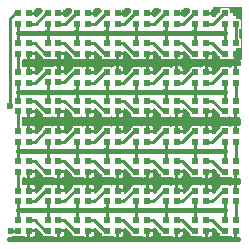
<source format=gbr>
%TF.GenerationSoftware,KiCad,Pcbnew,(6.0.4)*%
%TF.CreationDate,2022-05-26T12:18:36+02:00*%
%TF.ProjectId,SK6805EC15_Matrix,534b3638-3035-4454-9331-355f4d617472,rev?*%
%TF.SameCoordinates,Original*%
%TF.FileFunction,Copper,L1,Top*%
%TF.FilePolarity,Positive*%
%FSLAX46Y46*%
G04 Gerber Fmt 4.6, Leading zero omitted, Abs format (unit mm)*
G04 Created by KiCad (PCBNEW (6.0.4)) date 2022-05-26 12:18:36*
%MOMM*%
%LPD*%
G01*
G04 APERTURE LIST*
%TA.AperFunction,SMDPad,CuDef*%
%ADD10R,0.500000X0.500000*%
%TD*%
%TA.AperFunction,ViaPad*%
%ADD11C,0.600000*%
%TD*%
%TA.AperFunction,ViaPad*%
%ADD12C,0.500000*%
%TD*%
%TA.AperFunction,Conductor*%
%ADD13C,0.250000*%
%TD*%
%TA.AperFunction,Conductor*%
%ADD14C,0.400000*%
%TD*%
G04 APERTURE END LIST*
D10*
%TO.P,D59,1,DOUT*%
%TO.N,Net-(D59-Pad1)*%
X143550000Y-107950000D03*
%TO.P,D59,2,VSS*%
%TO.N,GND*%
X144450000Y-107950000D03*
%TO.P,D59,3,DIN*%
%TO.N,Net-(D58-Pad1)*%
X144450000Y-107050000D03*
%TO.P,D59,4,VDD*%
%TO.N,+5V*%
X143550000Y-107050000D03*
%TD*%
%TO.P,D54,1,DOUT*%
%TO.N,Net-(D54-Pad1)*%
X144450000Y-105450000D03*
%TO.P,D54,2,VSS*%
%TO.N,GND*%
X144450000Y-104550000D03*
%TO.P,D54,3,DIN*%
%TO.N,Net-(D53-Pad1)*%
X143550000Y-104550000D03*
%TO.P,D54,4,VDD*%
%TO.N,+5V*%
X143550000Y-105450000D03*
%TD*%
%TO.P,D15,1,DOUT*%
%TO.N,Net-(D15-Pad1)*%
X133550000Y-92950000D03*
%TO.P,D15,2,VSS*%
%TO.N,GND*%
X134450000Y-92950000D03*
%TO.P,D15,3,DIN*%
%TO.N,Net-(D14-Pad1)*%
X134450000Y-92050000D03*
%TO.P,D15,4,VDD*%
%TO.N,+5V*%
X133550000Y-92050000D03*
%TD*%
%TO.P,D3,1,DOUT*%
%TO.N,Net-(D3-Pad1)*%
X136950000Y-90450000D03*
%TO.P,D3,2,VSS*%
%TO.N,GND*%
X136950000Y-89550000D03*
%TO.P,D3,3,DIN*%
%TO.N,Net-(D2-Pad1)*%
X136050000Y-89550000D03*
%TO.P,D3,4,VDD*%
%TO.N,+5V*%
X136050000Y-90450000D03*
%TD*%
%TO.P,D47,1,DOUT*%
%TO.N,Net-(D47-Pad1)*%
X133550000Y-102950000D03*
%TO.P,D47,2,VSS*%
%TO.N,GND*%
X134450000Y-102950000D03*
%TO.P,D47,3,DIN*%
%TO.N,Net-(D46-Pad1)*%
X134450000Y-102050000D03*
%TO.P,D47,4,VDD*%
%TO.N,+5V*%
X133550000Y-102050000D03*
%TD*%
%TO.P,D23,1,DOUT*%
%TO.N,Net-(D23-Pad1)*%
X146950000Y-95450000D03*
%TO.P,D23,2,VSS*%
%TO.N,GND*%
X146950000Y-94550000D03*
%TO.P,D23,3,DIN*%
%TO.N,Net-(D22-Pad1)*%
X146050000Y-94550000D03*
%TO.P,D23,4,VDD*%
%TO.N,+5V*%
X146050000Y-95450000D03*
%TD*%
%TO.P,D26,1,DOUT*%
%TO.N,Net-(D26-Pad1)*%
X146050000Y-97850000D03*
%TO.P,D26,2,VSS*%
%TO.N,GND*%
X146950000Y-97850000D03*
%TO.P,D26,3,DIN*%
%TO.N,Net-(D25-Pad1)*%
X146950000Y-96950000D03*
%TO.P,D26,4,VDD*%
%TO.N,+5V*%
X146050000Y-96950000D03*
%TD*%
%TO.P,D56,1,DOUT*%
%TO.N,Net-(D56-Pad1)*%
X149450000Y-105450000D03*
%TO.P,D56,2,VSS*%
%TO.N,GND*%
X149450000Y-104550000D03*
%TO.P,D56,3,DIN*%
%TO.N,Net-(D55-Pad1)*%
X148550000Y-104550000D03*
%TO.P,D56,4,VDD*%
%TO.N,+5V*%
X148550000Y-105450000D03*
%TD*%
%TO.P,D55,1,DOUT*%
%TO.N,Net-(D55-Pad1)*%
X146950000Y-105450000D03*
%TO.P,D55,2,VSS*%
%TO.N,GND*%
X146950000Y-104550000D03*
%TO.P,D55,3,DIN*%
%TO.N,Net-(D54-Pad1)*%
X146050000Y-104550000D03*
%TO.P,D55,4,VDD*%
%TO.N,+5V*%
X146050000Y-105450000D03*
%TD*%
%TO.P,D45,1,DOUT*%
%TO.N,Net-(D45-Pad1)*%
X138550000Y-102950000D03*
%TO.P,D45,2,VSS*%
%TO.N,GND*%
X139450000Y-102950000D03*
%TO.P,D45,3,DIN*%
%TO.N,Net-(D44-Pad1)*%
X139450000Y-102050000D03*
%TO.P,D45,4,VDD*%
%TO.N,+5V*%
X138550000Y-102050000D03*
%TD*%
%TO.P,D32,1,DOUT*%
%TO.N,Net-(D32-Pad1)*%
X131050000Y-97850000D03*
%TO.P,D32,2,VSS*%
%TO.N,GND*%
X131950000Y-97850000D03*
%TO.P,D32,3,DIN*%
%TO.N,Net-(D31-Pad1)*%
X131950000Y-96950000D03*
%TO.P,D32,4,VDD*%
%TO.N,+5V*%
X131050000Y-96950000D03*
%TD*%
%TO.P,D35,1,DOUT*%
%TO.N,Net-(D35-Pad1)*%
X136950000Y-100450000D03*
%TO.P,D35,2,VSS*%
%TO.N,GND*%
X136950000Y-99550000D03*
%TO.P,D35,3,DIN*%
%TO.N,Net-(D34-Pad1)*%
X136050000Y-99550000D03*
%TO.P,D35,4,VDD*%
%TO.N,+5V*%
X136050000Y-100450000D03*
%TD*%
%TO.P,D44,1,DOUT*%
%TO.N,Net-(D44-Pad1)*%
X141050000Y-102950000D03*
%TO.P,D44,2,VSS*%
%TO.N,GND*%
X141950000Y-102950000D03*
%TO.P,D44,3,DIN*%
%TO.N,Net-(D43-Pad1)*%
X141950000Y-102050000D03*
%TO.P,D44,4,VDD*%
%TO.N,+5V*%
X141050000Y-102050000D03*
%TD*%
%TO.P,D1,1,DOUT*%
%TO.N,Net-(D1-Pad1)*%
X131950000Y-90450000D03*
%TO.P,D1,2,VSS*%
%TO.N,GND*%
X131950000Y-89550000D03*
%TO.P,D1,3,DIN*%
%TO.N,DIN*%
X131050000Y-89550000D03*
%TO.P,D1,4,VDD*%
%TO.N,+5V*%
X131050000Y-90450000D03*
%TD*%
%TO.P,D20,1,DOUT*%
%TO.N,Net-(D20-Pad1)*%
X139450000Y-95450000D03*
%TO.P,D20,2,VSS*%
%TO.N,GND*%
X139450000Y-94550000D03*
%TO.P,D20,3,DIN*%
%TO.N,Net-(D19-Pad1)*%
X138550000Y-94550000D03*
%TO.P,D20,4,VDD*%
%TO.N,+5V*%
X138550000Y-95450000D03*
%TD*%
%TO.P,D58,1,DOUT*%
%TO.N,Net-(D58-Pad1)*%
X146050000Y-107950000D03*
%TO.P,D58,2,VSS*%
%TO.N,GND*%
X146950000Y-107950000D03*
%TO.P,D58,3,DIN*%
%TO.N,Net-(D57-Pad1)*%
X146950000Y-107050000D03*
%TO.P,D58,4,VDD*%
%TO.N,+5V*%
X146050000Y-107050000D03*
%TD*%
%TO.P,D63,1,DOUT*%
%TO.N,Net-(D63-Pad1)*%
X133550000Y-107950000D03*
%TO.P,D63,2,VSS*%
%TO.N,GND*%
X134450000Y-107950000D03*
%TO.P,D63,3,DIN*%
%TO.N,Net-(D62-Pad1)*%
X134450000Y-107050000D03*
%TO.P,D63,4,VDD*%
%TO.N,+5V*%
X133550000Y-107050000D03*
%TD*%
%TO.P,D40,1,DOUT*%
%TO.N,Net-(D40-Pad1)*%
X149450000Y-100450000D03*
%TO.P,D40,2,VSS*%
%TO.N,GND*%
X149450000Y-99550000D03*
%TO.P,D40,3,DIN*%
%TO.N,Net-(D39-Pad1)*%
X148550000Y-99550000D03*
%TO.P,D40,4,VDD*%
%TO.N,+5V*%
X148550000Y-100450000D03*
%TD*%
%TO.P,D62,1,DOUT*%
%TO.N,Net-(D62-Pad1)*%
X136050000Y-107950000D03*
%TO.P,D62,2,VSS*%
%TO.N,GND*%
X136950000Y-107950000D03*
%TO.P,D62,3,DIN*%
%TO.N,Net-(D61-Pad1)*%
X136950000Y-107050000D03*
%TO.P,D62,4,VDD*%
%TO.N,+5V*%
X136050000Y-107050000D03*
%TD*%
%TO.P,D64,1,DOUT*%
%TO.N,DOUT*%
X131050000Y-107950000D03*
%TO.P,D64,2,VSS*%
%TO.N,GND*%
X131950000Y-107950000D03*
%TO.P,D64,3,DIN*%
%TO.N,Net-(D63-Pad1)*%
X131950000Y-107050000D03*
%TO.P,D64,4,VDD*%
%TO.N,+5V*%
X131050000Y-107050000D03*
%TD*%
%TO.P,D43,1,DOUT*%
%TO.N,Net-(D43-Pad1)*%
X143550000Y-102950000D03*
%TO.P,D43,2,VSS*%
%TO.N,GND*%
X144450000Y-102950000D03*
%TO.P,D43,3,DIN*%
%TO.N,Net-(D42-Pad1)*%
X144450000Y-102050000D03*
%TO.P,D43,4,VDD*%
%TO.N,+5V*%
X143550000Y-102050000D03*
%TD*%
%TO.P,D49,1,DOUT*%
%TO.N,Net-(D49-Pad1)*%
X131950000Y-105450000D03*
%TO.P,D49,2,VSS*%
%TO.N,GND*%
X131950000Y-104550000D03*
%TO.P,D49,3,DIN*%
%TO.N,Net-(D48-Pad1)*%
X131050000Y-104550000D03*
%TO.P,D49,4,VDD*%
%TO.N,+5V*%
X131050000Y-105450000D03*
%TD*%
%TO.P,D18,1,DOUT*%
%TO.N,Net-(D18-Pad1)*%
X134450000Y-95400000D03*
%TO.P,D18,2,VSS*%
%TO.N,GND*%
X134450000Y-94500000D03*
%TO.P,D18,3,DIN*%
%TO.N,Net-(D17-Pad1)*%
X133550000Y-94500000D03*
%TO.P,D18,4,VDD*%
%TO.N,+5V*%
X133550000Y-95400000D03*
%TD*%
%TO.P,D39,1,DOUT*%
%TO.N,Net-(D39-Pad1)*%
X146950000Y-100450000D03*
%TO.P,D39,2,VSS*%
%TO.N,GND*%
X146950000Y-99550000D03*
%TO.P,D39,3,DIN*%
%TO.N,Net-(D38-Pad1)*%
X146050000Y-99550000D03*
%TO.P,D39,4,VDD*%
%TO.N,+5V*%
X146050000Y-100450000D03*
%TD*%
%TO.P,D37,1,DOUT*%
%TO.N,Net-(D37-Pad1)*%
X141950000Y-100450000D03*
%TO.P,D37,2,VSS*%
%TO.N,GND*%
X141950000Y-99550000D03*
%TO.P,D37,3,DIN*%
%TO.N,Net-(D36-Pad1)*%
X141050000Y-99550000D03*
%TO.P,D37,4,VDD*%
%TO.N,+5V*%
X141050000Y-100450000D03*
%TD*%
%TO.P,D42,1,DOUT*%
%TO.N,Net-(D42-Pad1)*%
X146050000Y-102950000D03*
%TO.P,D42,2,VSS*%
%TO.N,GND*%
X146950000Y-102950000D03*
%TO.P,D42,3,DIN*%
%TO.N,Net-(D41-Pad1)*%
X146950000Y-102050000D03*
%TO.P,D42,4,VDD*%
%TO.N,+5V*%
X146050000Y-102050000D03*
%TD*%
%TO.P,D61,1,DOUT*%
%TO.N,Net-(D61-Pad1)*%
X138550000Y-107950000D03*
%TO.P,D61,2,VSS*%
%TO.N,GND*%
X139450000Y-107950000D03*
%TO.P,D61,3,DIN*%
%TO.N,Net-(D60-Pad1)*%
X139450000Y-107050000D03*
%TO.P,D61,4,VDD*%
%TO.N,+5V*%
X138550000Y-107050000D03*
%TD*%
%TO.P,D5,1,DOUT*%
%TO.N,Net-(D5-Pad1)*%
X141950000Y-90450000D03*
%TO.P,D5,2,VSS*%
%TO.N,GND*%
X141950000Y-89550000D03*
%TO.P,D5,3,DIN*%
%TO.N,Net-(D4-Pad1)*%
X141050000Y-89550000D03*
%TO.P,D5,4,VDD*%
%TO.N,+5V*%
X141050000Y-90450000D03*
%TD*%
%TO.P,D28,1,DOUT*%
%TO.N,Net-(D28-Pad1)*%
X141050000Y-97850000D03*
%TO.P,D28,2,VSS*%
%TO.N,GND*%
X141950000Y-97850000D03*
%TO.P,D28,3,DIN*%
%TO.N,Net-(D27-Pad1)*%
X141950000Y-96950000D03*
%TO.P,D28,4,VDD*%
%TO.N,+5V*%
X141050000Y-96950000D03*
%TD*%
%TO.P,D27,1,DOUT*%
%TO.N,Net-(D27-Pad1)*%
X143550000Y-97850000D03*
%TO.P,D27,2,VSS*%
%TO.N,GND*%
X144450000Y-97850000D03*
%TO.P,D27,3,DIN*%
%TO.N,Net-(D26-Pad1)*%
X144450000Y-96950000D03*
%TO.P,D27,4,VDD*%
%TO.N,+5V*%
X143550000Y-96950000D03*
%TD*%
%TO.P,D19,1,DOUT*%
%TO.N,Net-(D19-Pad1)*%
X136950000Y-95450000D03*
%TO.P,D19,2,VSS*%
%TO.N,GND*%
X136950000Y-94550000D03*
%TO.P,D19,3,DIN*%
%TO.N,Net-(D18-Pad1)*%
X136050000Y-94550000D03*
%TO.P,D19,4,VDD*%
%TO.N,+5V*%
X136050000Y-95450000D03*
%TD*%
%TO.P,D57,1,DOUT*%
%TO.N,Net-(D57-Pad1)*%
X148550000Y-107950000D03*
%TO.P,D57,2,VSS*%
%TO.N,GND*%
X149450000Y-107950000D03*
%TO.P,D57,3,DIN*%
%TO.N,Net-(D56-Pad1)*%
X149450000Y-107050000D03*
%TO.P,D57,4,VDD*%
%TO.N,+5V*%
X148550000Y-107050000D03*
%TD*%
%TO.P,D30,1,DOUT*%
%TO.N,Net-(D30-Pad1)*%
X136050000Y-97850000D03*
%TO.P,D30,2,VSS*%
%TO.N,GND*%
X136950000Y-97850000D03*
%TO.P,D30,3,DIN*%
%TO.N,Net-(D29-Pad1)*%
X136950000Y-96950000D03*
%TO.P,D30,4,VDD*%
%TO.N,+5V*%
X136050000Y-96950000D03*
%TD*%
%TO.P,D2,1,DOUT*%
%TO.N,Net-(D2-Pad1)*%
X134450000Y-90450000D03*
%TO.P,D2,2,VSS*%
%TO.N,GND*%
X134450000Y-89550000D03*
%TO.P,D2,3,DIN*%
%TO.N,Net-(D1-Pad1)*%
X133550000Y-89550000D03*
%TO.P,D2,4,VDD*%
%TO.N,+5V*%
X133550000Y-90450000D03*
%TD*%
%TO.P,D16,1,DOUT*%
%TO.N,Net-(D16-Pad1)*%
X131050000Y-92950000D03*
%TO.P,D16,2,VSS*%
%TO.N,GND*%
X131950000Y-92950000D03*
%TO.P,D16,3,DIN*%
%TO.N,Net-(D15-Pad1)*%
X131950000Y-92050000D03*
%TO.P,D16,4,VDD*%
%TO.N,+5V*%
X131050000Y-92050000D03*
%TD*%
%TO.P,D53,1,DOUT*%
%TO.N,Net-(D53-Pad1)*%
X141950000Y-105450000D03*
%TO.P,D53,2,VSS*%
%TO.N,GND*%
X141950000Y-104550000D03*
%TO.P,D53,3,DIN*%
%TO.N,Net-(D52-Pad1)*%
X141050000Y-104550000D03*
%TO.P,D53,4,VDD*%
%TO.N,+5V*%
X141050000Y-105450000D03*
%TD*%
%TO.P,D11,1,DOUT*%
%TO.N,Net-(D11-Pad1)*%
X143550000Y-92950000D03*
%TO.P,D11,2,VSS*%
%TO.N,GND*%
X144450000Y-92950000D03*
%TO.P,D11,3,DIN*%
%TO.N,Net-(D10-Pad1)*%
X144450000Y-92050000D03*
%TO.P,D11,4,VDD*%
%TO.N,+5V*%
X143550000Y-92050000D03*
%TD*%
%TO.P,D60,1,DOUT*%
%TO.N,Net-(D60-Pad1)*%
X141050000Y-107950000D03*
%TO.P,D60,2,VSS*%
%TO.N,GND*%
X141950000Y-107950000D03*
%TO.P,D60,3,DIN*%
%TO.N,Net-(D59-Pad1)*%
X141950000Y-107050000D03*
%TO.P,D60,4,VDD*%
%TO.N,+5V*%
X141050000Y-107050000D03*
%TD*%
%TO.P,D34,1,DOUT*%
%TO.N,Net-(D34-Pad1)*%
X134450000Y-100450000D03*
%TO.P,D34,2,VSS*%
%TO.N,GND*%
X134450000Y-99550000D03*
%TO.P,D34,3,DIN*%
%TO.N,Net-(D33-Pad1)*%
X133550000Y-99550000D03*
%TO.P,D34,4,VDD*%
%TO.N,+5V*%
X133550000Y-100450000D03*
%TD*%
%TO.P,D31,1,DOUT*%
%TO.N,Net-(D31-Pad1)*%
X133550000Y-97850000D03*
%TO.P,D31,2,VSS*%
%TO.N,GND*%
X134450000Y-97850000D03*
%TO.P,D31,3,DIN*%
%TO.N,Net-(D30-Pad1)*%
X134450000Y-96950000D03*
%TO.P,D31,4,VDD*%
%TO.N,+5V*%
X133550000Y-96950000D03*
%TD*%
%TO.P,D29,1,DOUT*%
%TO.N,Net-(D29-Pad1)*%
X138550000Y-97850000D03*
%TO.P,D29,2,VSS*%
%TO.N,GND*%
X139450000Y-97850000D03*
%TO.P,D29,3,DIN*%
%TO.N,Net-(D28-Pad1)*%
X139450000Y-96950000D03*
%TO.P,D29,4,VDD*%
%TO.N,+5V*%
X138550000Y-96950000D03*
%TD*%
%TO.P,D36,1,DOUT*%
%TO.N,Net-(D36-Pad1)*%
X139450000Y-100450000D03*
%TO.P,D36,2,VSS*%
%TO.N,GND*%
X139450000Y-99550000D03*
%TO.P,D36,3,DIN*%
%TO.N,Net-(D35-Pad1)*%
X138550000Y-99550000D03*
%TO.P,D36,4,VDD*%
%TO.N,+5V*%
X138550000Y-100450000D03*
%TD*%
%TO.P,D4,1,DOUT*%
%TO.N,Net-(D4-Pad1)*%
X139450000Y-90450000D03*
%TO.P,D4,2,VSS*%
%TO.N,GND*%
X139450000Y-89550000D03*
%TO.P,D4,3,DIN*%
%TO.N,Net-(D3-Pad1)*%
X138550000Y-89550000D03*
%TO.P,D4,4,VDD*%
%TO.N,+5V*%
X138550000Y-90450000D03*
%TD*%
%TO.P,D12,1,DOUT*%
%TO.N,Net-(D12-Pad1)*%
X141050000Y-92950000D03*
%TO.P,D12,2,VSS*%
%TO.N,GND*%
X141950000Y-92950000D03*
%TO.P,D12,3,DIN*%
%TO.N,Net-(D11-Pad1)*%
X141950000Y-92050000D03*
%TO.P,D12,4,VDD*%
%TO.N,+5V*%
X141050000Y-92050000D03*
%TD*%
%TO.P,D7,1,DOUT*%
%TO.N,Net-(D7-Pad1)*%
X146950000Y-90450000D03*
%TO.P,D7,2,VSS*%
%TO.N,GND*%
X146950000Y-89550000D03*
%TO.P,D7,3,DIN*%
%TO.N,Net-(D6-Pad1)*%
X146050000Y-89550000D03*
%TO.P,D7,4,VDD*%
%TO.N,+5V*%
X146050000Y-90450000D03*
%TD*%
%TO.P,D6,1,DOUT*%
%TO.N,Net-(D6-Pad1)*%
X144450000Y-90450000D03*
%TO.P,D6,2,VSS*%
%TO.N,GND*%
X144450000Y-89550000D03*
%TO.P,D6,3,DIN*%
%TO.N,Net-(D5-Pad1)*%
X143550000Y-89550000D03*
%TO.P,D6,4,VDD*%
%TO.N,+5V*%
X143550000Y-90450000D03*
%TD*%
%TO.P,D21,1,DOUT*%
%TO.N,Net-(D21-Pad1)*%
X141950000Y-95450000D03*
%TO.P,D21,2,VSS*%
%TO.N,GND*%
X141950000Y-94550000D03*
%TO.P,D21,3,DIN*%
%TO.N,Net-(D20-Pad1)*%
X141050000Y-94550000D03*
%TO.P,D21,4,VDD*%
%TO.N,+5V*%
X141050000Y-95450000D03*
%TD*%
%TO.P,D51,1,DOUT*%
%TO.N,Net-(D51-Pad1)*%
X136950000Y-105450000D03*
%TO.P,D51,2,VSS*%
%TO.N,GND*%
X136950000Y-104550000D03*
%TO.P,D51,3,DIN*%
%TO.N,Net-(D50-Pad1)*%
X136050000Y-104550000D03*
%TO.P,D51,4,VDD*%
%TO.N,+5V*%
X136050000Y-105450000D03*
%TD*%
%TO.P,D14,1,DOUT*%
%TO.N,Net-(D14-Pad1)*%
X136050000Y-92950000D03*
%TO.P,D14,2,VSS*%
%TO.N,GND*%
X136950000Y-92950000D03*
%TO.P,D14,3,DIN*%
%TO.N,Net-(D13-Pad1)*%
X136950000Y-92050000D03*
%TO.P,D14,4,VDD*%
%TO.N,+5V*%
X136050000Y-92050000D03*
%TD*%
%TO.P,D24,1,DOUT*%
%TO.N,Net-(D24-Pad1)*%
X149450000Y-95450000D03*
%TO.P,D24,2,VSS*%
%TO.N,GND*%
X149450000Y-94550000D03*
%TO.P,D24,3,DIN*%
%TO.N,Net-(D23-Pad1)*%
X148550000Y-94550000D03*
%TO.P,D24,4,VDD*%
%TO.N,+5V*%
X148550000Y-95450000D03*
%TD*%
%TO.P,D13,1,DOUT*%
%TO.N,Net-(D13-Pad1)*%
X138550000Y-92950000D03*
%TO.P,D13,2,VSS*%
%TO.N,GND*%
X139450000Y-92950000D03*
%TO.P,D13,3,DIN*%
%TO.N,Net-(D12-Pad1)*%
X139450000Y-92050000D03*
%TO.P,D13,4,VDD*%
%TO.N,+5V*%
X138550000Y-92050000D03*
%TD*%
%TO.P,D8,1,DOUT*%
%TO.N,Net-(D8-Pad1)*%
X149450000Y-90450000D03*
%TO.P,D8,2,VSS*%
%TO.N,GND*%
X149450000Y-89550000D03*
%TO.P,D8,3,DIN*%
%TO.N,Net-(D7-Pad1)*%
X148550000Y-89550000D03*
%TO.P,D8,4,VDD*%
%TO.N,+5V*%
X148550000Y-90450000D03*
%TD*%
%TO.P,D10,1,DOUT*%
%TO.N,Net-(D10-Pad1)*%
X146050000Y-92950000D03*
%TO.P,D10,2,VSS*%
%TO.N,GND*%
X146950000Y-92950000D03*
%TO.P,D10,3,DIN*%
%TO.N,Net-(D10-Pad3)*%
X146950000Y-92050000D03*
%TO.P,D10,4,VDD*%
%TO.N,+5V*%
X146050000Y-92050000D03*
%TD*%
%TO.P,D48,1,DOUT*%
%TO.N,Net-(D48-Pad1)*%
X131050000Y-102950000D03*
%TO.P,D48,2,VSS*%
%TO.N,GND*%
X131950000Y-102950000D03*
%TO.P,D48,3,DIN*%
%TO.N,Net-(D47-Pad1)*%
X131950000Y-102050000D03*
%TO.P,D48,4,VDD*%
%TO.N,+5V*%
X131050000Y-102050000D03*
%TD*%
%TO.P,D25,1,DOUT*%
%TO.N,Net-(D25-Pad1)*%
X148550000Y-97850000D03*
%TO.P,D25,2,VSS*%
%TO.N,GND*%
X149450000Y-97850000D03*
%TO.P,D25,3,DIN*%
%TO.N,Net-(D24-Pad1)*%
X149450000Y-96950000D03*
%TO.P,D25,4,VDD*%
%TO.N,+5V*%
X148550000Y-96950000D03*
%TD*%
%TO.P,D33,1,DOUT*%
%TO.N,Net-(D33-Pad1)*%
X131950000Y-100450000D03*
%TO.P,D33,2,VSS*%
%TO.N,GND*%
X131950000Y-99550000D03*
%TO.P,D33,3,DIN*%
%TO.N,Net-(D32-Pad1)*%
X131050000Y-99550000D03*
%TO.P,D33,4,VDD*%
%TO.N,+5V*%
X131050000Y-100450000D03*
%TD*%
%TO.P,D50,1,DOUT*%
%TO.N,Net-(D50-Pad1)*%
X134450000Y-105450000D03*
%TO.P,D50,2,VSS*%
%TO.N,GND*%
X134450000Y-104550000D03*
%TO.P,D50,3,DIN*%
%TO.N,Net-(D49-Pad1)*%
X133550000Y-104550000D03*
%TO.P,D50,4,VDD*%
%TO.N,+5V*%
X133550000Y-105450000D03*
%TD*%
%TO.P,D9,1,DOUT*%
%TO.N,Net-(D10-Pad3)*%
X148550000Y-92950000D03*
%TO.P,D9,2,VSS*%
%TO.N,GND*%
X149450000Y-92950000D03*
%TO.P,D9,3,DIN*%
%TO.N,Net-(D8-Pad1)*%
X149450000Y-92050000D03*
%TO.P,D9,4,VDD*%
%TO.N,+5V*%
X148550000Y-92050000D03*
%TD*%
%TO.P,D17,1,DOUT*%
%TO.N,Net-(D17-Pad1)*%
X131950000Y-95450000D03*
%TO.P,D17,2,VSS*%
%TO.N,GND*%
X131950000Y-94550000D03*
%TO.P,D17,3,DIN*%
%TO.N,Net-(D16-Pad1)*%
X131050000Y-94550000D03*
%TO.P,D17,4,VDD*%
%TO.N,+5V*%
X131050000Y-95450000D03*
%TD*%
%TO.P,D38,1,DOUT*%
%TO.N,Net-(D38-Pad1)*%
X144450000Y-100450000D03*
%TO.P,D38,2,VSS*%
%TO.N,GND*%
X144450000Y-99550000D03*
%TO.P,D38,3,DIN*%
%TO.N,Net-(D37-Pad1)*%
X143550000Y-99550000D03*
%TO.P,D38,4,VDD*%
%TO.N,+5V*%
X143550000Y-100450000D03*
%TD*%
%TO.P,D46,1,DOUT*%
%TO.N,Net-(D46-Pad1)*%
X136050000Y-102950000D03*
%TO.P,D46,2,VSS*%
%TO.N,GND*%
X136950000Y-102950000D03*
%TO.P,D46,3,DIN*%
%TO.N,Net-(D45-Pad1)*%
X136950000Y-102050000D03*
%TO.P,D46,4,VDD*%
%TO.N,+5V*%
X136050000Y-102050000D03*
%TD*%
%TO.P,D22,1,DOUT*%
%TO.N,Net-(D22-Pad1)*%
X144450000Y-95450000D03*
%TO.P,D22,2,VSS*%
%TO.N,GND*%
X144450000Y-94550000D03*
%TO.P,D22,3,DIN*%
%TO.N,Net-(D21-Pad1)*%
X143550000Y-94550000D03*
%TO.P,D22,4,VDD*%
%TO.N,+5V*%
X143550000Y-95450000D03*
%TD*%
%TO.P,D52,1,DOUT*%
%TO.N,Net-(D52-Pad1)*%
X139450000Y-105450000D03*
%TO.P,D52,2,VSS*%
%TO.N,GND*%
X139450000Y-104550000D03*
%TO.P,D52,3,DIN*%
%TO.N,Net-(D51-Pad1)*%
X138550000Y-104550000D03*
%TO.P,D52,4,VDD*%
%TO.N,+5V*%
X138550000Y-105450000D03*
%TD*%
%TO.P,D41,1,DOUT*%
%TO.N,Net-(D41-Pad1)*%
X148550000Y-102950000D03*
%TO.P,D41,2,VSS*%
%TO.N,GND*%
X149450000Y-102950000D03*
%TO.P,D41,3,DIN*%
%TO.N,Net-(D40-Pad1)*%
X149450000Y-102050000D03*
%TO.P,D41,4,VDD*%
%TO.N,+5V*%
X148550000Y-102050000D03*
%TD*%
D11*
%TO.N,GND*%
X134450000Y-93700000D03*
X142750000Y-108500000D03*
X139450000Y-93750000D03*
X147600000Y-89500000D03*
X132750000Y-108500000D03*
X141950000Y-98700000D03*
X145100000Y-89500000D03*
X145250000Y-108500000D03*
X144450000Y-93700000D03*
X147750000Y-108500000D03*
X135250000Y-108500000D03*
X144450000Y-98700000D03*
X143550000Y-103750000D03*
X137600000Y-89500000D03*
X139450000Y-103750000D03*
D12*
X149700000Y-89300000D03*
D11*
X137000000Y-98700000D03*
X149450000Y-93700000D03*
X146350000Y-93700000D03*
X136950000Y-93750000D03*
X140100000Y-89500000D03*
X131900000Y-93700000D03*
X132600000Y-89500000D03*
X139450000Y-98700000D03*
X137750000Y-108500000D03*
X135100000Y-89500000D03*
X140250000Y-108500000D03*
X141950000Y-103700000D03*
X144450000Y-103750000D03*
X136950000Y-103750000D03*
X141950000Y-93750000D03*
X135650000Y-103750000D03*
X142600000Y-89500000D03*
%TO.N,DIN*%
X130325000Y-97400000D03*
%TO.N,+5V*%
X136050000Y-96200000D03*
X133550000Y-91200000D03*
X143550000Y-91200000D03*
X143550000Y-96200000D03*
X136050000Y-91200000D03*
X138550000Y-101200000D03*
X138550000Y-106200000D03*
X138550000Y-91200000D03*
X146050000Y-91200000D03*
%TO.N,DOUT*%
X130400000Y-107950000D03*
%TD*%
D13*
%TO.N,Net-(D1-Pad1)*%
X133433193Y-89550000D02*
X133550000Y-89550000D01*
X132533193Y-90450000D02*
X133433193Y-89550000D01*
X131950000Y-90450000D02*
X132533193Y-90450000D01*
%TO.N,GND*%
X147600000Y-89500000D02*
X147600000Y-89400000D01*
%TO.N,DIN*%
X130325000Y-90025978D02*
X130800978Y-89550000D01*
X130800978Y-89550000D02*
X131050000Y-89550000D01*
X130325000Y-97400000D02*
X130325000Y-90025978D01*
%TO.N,+5V*%
X148550000Y-101200000D02*
X148550000Y-102050000D01*
X131050000Y-101200000D02*
X131050000Y-102050000D01*
X136050000Y-101200000D02*
X136050000Y-102050000D01*
X133550000Y-91200000D02*
X133550000Y-92050000D01*
X138550000Y-96200000D02*
X138550000Y-96950000D01*
X133550000Y-95400000D02*
X133550000Y-96950000D01*
D14*
X148550000Y-96200000D02*
X131050000Y-96200000D01*
D13*
X141050000Y-95450000D02*
X141050000Y-96950000D01*
X131050000Y-100450000D02*
X131050000Y-101200000D01*
X143550000Y-100450000D02*
X143550000Y-102050000D01*
X146050000Y-105450000D02*
X146050000Y-107050000D01*
X138550000Y-107050000D02*
X138550000Y-105450000D01*
D14*
X146050000Y-106200000D02*
X148550000Y-106200000D01*
D13*
X146050000Y-90450000D02*
X146050000Y-92050000D01*
X146050000Y-100450000D02*
X146050000Y-102050000D01*
X136050000Y-95450000D02*
X136050000Y-96200000D01*
X136050000Y-106200000D02*
X136050000Y-107050000D01*
X131050000Y-91200000D02*
X131050000Y-92050000D01*
X138550000Y-90450000D02*
X138550000Y-92050000D01*
X141050000Y-105450000D02*
X141050000Y-106200000D01*
X141050000Y-106200000D02*
X141050000Y-107050000D01*
D14*
X143550000Y-91200000D02*
X146050000Y-91200000D01*
D13*
X131050000Y-90450000D02*
X131050000Y-91200000D01*
X143550000Y-90450000D02*
X143550000Y-92050000D01*
X131050000Y-96200000D02*
X131050000Y-96950000D01*
D14*
X131050000Y-106200000D02*
X146050000Y-106200000D01*
X146050000Y-91200000D02*
X148550000Y-91200000D01*
D13*
X131050000Y-105450000D02*
X131050000Y-106200000D01*
X133550000Y-107050000D02*
X133550000Y-105450000D01*
X143550000Y-95450000D02*
X143550000Y-96200000D01*
X148550000Y-91200000D02*
X148550000Y-92050000D01*
X148550000Y-106200000D02*
X148550000Y-105450000D01*
X136050000Y-91200000D02*
X136050000Y-91250000D01*
X148550000Y-95450000D02*
X148550000Y-96200000D01*
X148550000Y-96200000D02*
X148550000Y-96950000D01*
X138550000Y-95450000D02*
X138550000Y-96200000D01*
X133550000Y-90450000D02*
X133550000Y-91200000D01*
X133550000Y-102050000D02*
X133550000Y-100450000D01*
X146050000Y-95450000D02*
X146050000Y-96950000D01*
X136050000Y-100450000D02*
X136050000Y-101200000D01*
X136050000Y-96200000D02*
X136050000Y-96950000D01*
X138550000Y-100450000D02*
X138550000Y-102050000D01*
X131050000Y-95450000D02*
X131050000Y-96200000D01*
X148550000Y-100450000D02*
X148550000Y-101200000D01*
X136050000Y-91250000D02*
X136050000Y-92050000D01*
D14*
X131050000Y-101200000D02*
X148550000Y-101200000D01*
D13*
X131050000Y-106200000D02*
X131050000Y-107050000D01*
X136050000Y-105450000D02*
X136050000Y-106200000D01*
X136050000Y-90450000D02*
X136050000Y-91200000D01*
X148550000Y-107050000D02*
X148550000Y-106200000D01*
X148550000Y-90450000D02*
X148550000Y-91200000D01*
D14*
X131050000Y-91200000D02*
X143550000Y-91200000D01*
D13*
X143550000Y-105450000D02*
X143550000Y-107050000D01*
X143550000Y-96200000D02*
X143550000Y-96950000D01*
X141050000Y-100450000D02*
X141050000Y-102050000D01*
X141050000Y-90450000D02*
X141050000Y-92050000D01*
%TO.N,Net-(D2-Pad1)*%
X135933193Y-89550000D02*
X136050000Y-89550000D01*
X134450000Y-90450000D02*
X135033193Y-90450000D01*
X135033193Y-90450000D02*
X135933193Y-89550000D01*
%TO.N,Net-(D3-Pad1)*%
X137533193Y-90450000D02*
X138433193Y-89550000D01*
X136950000Y-90450000D02*
X137533193Y-90450000D01*
X138433193Y-89550000D02*
X138550000Y-89550000D01*
%TO.N,Net-(D4-Pad1)*%
X140033193Y-90450000D02*
X140933193Y-89550000D01*
X139450000Y-90450000D02*
X140033193Y-90450000D01*
X140933193Y-89550000D02*
X141050000Y-89550000D01*
%TO.N,Net-(D5-Pad1)*%
X143433193Y-89550000D02*
X143550000Y-89550000D01*
X141950000Y-90450000D02*
X142533193Y-90450000D01*
X142533193Y-90450000D02*
X143433193Y-89550000D01*
%TO.N,Net-(D6-Pad1)*%
X145033193Y-90450000D02*
X145933193Y-89550000D01*
X144450000Y-90450000D02*
X145033193Y-90450000D01*
X145933193Y-89550000D02*
X146050000Y-89550000D01*
%TO.N,Net-(D7-Pad1)*%
X147533193Y-90450000D02*
X148433193Y-89550000D01*
X148433193Y-89550000D02*
X148550000Y-89550000D01*
X146950000Y-90450000D02*
X147533193Y-90450000D01*
%TO.N,Net-(D8-Pad1)*%
X149450000Y-90450000D02*
X149450000Y-92050000D01*
%TO.N,Net-(D10-Pad3)*%
X147450000Y-92050000D02*
X148350000Y-92950000D01*
X148350000Y-92950000D02*
X148550000Y-92950000D01*
X146950000Y-92050000D02*
X147450000Y-92050000D01*
%TO.N,Net-(D10-Pad1)*%
X145850000Y-92950000D02*
X146050000Y-92950000D01*
X144450000Y-92050000D02*
X144950000Y-92050000D01*
X144950000Y-92050000D02*
X145850000Y-92950000D01*
%TO.N,Net-(D11-Pad1)*%
X141950000Y-92050000D02*
X142450000Y-92050000D01*
X142450000Y-92050000D02*
X143350000Y-92950000D01*
X143350000Y-92950000D02*
X143550000Y-92950000D01*
%TO.N,Net-(D12-Pad1)*%
X139950000Y-92050000D02*
X140850000Y-92950000D01*
X140850000Y-92950000D02*
X141050000Y-92950000D01*
X139450000Y-92050000D02*
X139950000Y-92050000D01*
%TO.N,Net-(D13-Pad1)*%
X136950000Y-92050000D02*
X137450000Y-92050000D01*
X137450000Y-92050000D02*
X138350000Y-92950000D01*
X138350000Y-92950000D02*
X138550000Y-92950000D01*
%TO.N,Net-(D14-Pad1)*%
X135850000Y-92950000D02*
X136050000Y-92950000D01*
X134450000Y-92050000D02*
X134950000Y-92050000D01*
X134950000Y-92050000D02*
X135850000Y-92950000D01*
%TO.N,Net-(D15-Pad1)*%
X132450000Y-92050000D02*
X133350000Y-92950000D01*
X133350000Y-92950000D02*
X133550000Y-92950000D01*
X131950000Y-92050000D02*
X132450000Y-92050000D01*
%TO.N,Net-(D16-Pad1)*%
X131050000Y-92950000D02*
X131050000Y-94550000D01*
%TO.N,Net-(D17-Pad1)*%
X132450000Y-95450000D02*
X133400000Y-94500000D01*
X133400000Y-94500000D02*
X133550000Y-94500000D01*
X131950000Y-95450000D02*
X132450000Y-95450000D01*
%TO.N,Net-(D18-Pad1)*%
X134950000Y-95400000D02*
X135800000Y-94550000D01*
X135800000Y-94550000D02*
X136050000Y-94550000D01*
X134450000Y-95400000D02*
X134950000Y-95400000D01*
%TO.N,Net-(D19-Pad1)*%
X136950000Y-95450000D02*
X137450000Y-95450000D01*
X137450000Y-95450000D02*
X138350000Y-94550000D01*
X138350000Y-94550000D02*
X138550000Y-94550000D01*
%TO.N,Net-(D20-Pad1)*%
X139950000Y-95450000D02*
X140850000Y-94550000D01*
X139450000Y-95450000D02*
X139950000Y-95450000D01*
X140850000Y-94550000D02*
X141050000Y-94550000D01*
%TO.N,Net-(D21-Pad1)*%
X141950000Y-95450000D02*
X142450000Y-95450000D01*
X143350000Y-94550000D02*
X143550000Y-94550000D01*
X142450000Y-95450000D02*
X143350000Y-94550000D01*
%TO.N,Net-(D22-Pad1)*%
X145850000Y-94550000D02*
X146050000Y-94550000D01*
X144950000Y-95450000D02*
X145850000Y-94550000D01*
X144450000Y-95450000D02*
X144950000Y-95450000D01*
%TO.N,Net-(D23-Pad1)*%
X146950000Y-95450000D02*
X147450000Y-95450000D01*
X147450000Y-95450000D02*
X148350000Y-94550000D01*
X148350000Y-94550000D02*
X148550000Y-94550000D01*
%TO.N,Net-(D24-Pad1)*%
X149450000Y-95450000D02*
X149450000Y-96950000D01*
%TO.N,Net-(D25-Pad1)*%
X147450000Y-96950000D02*
X148350000Y-97850000D01*
X148350000Y-97850000D02*
X148550000Y-97850000D01*
X146950000Y-96950000D02*
X147450000Y-96950000D01*
%TO.N,Net-(D26-Pad1)*%
X144450000Y-96950000D02*
X144950000Y-96950000D01*
X144950000Y-96950000D02*
X145850000Y-97850000D01*
X145850000Y-97850000D02*
X146050000Y-97850000D01*
%TO.N,Net-(D27-Pad1)*%
X142450000Y-96950000D02*
X143350000Y-97850000D01*
X143350000Y-97850000D02*
X143550000Y-97850000D01*
X141950000Y-96950000D02*
X142450000Y-96950000D01*
%TO.N,Net-(D28-Pad1)*%
X139500000Y-97000000D02*
X140000000Y-97000000D01*
X140850000Y-97850000D02*
X141050000Y-97850000D01*
X140000000Y-97000000D02*
X140850000Y-97850000D01*
%TO.N,Net-(D29-Pad1)*%
X138350000Y-97850000D02*
X138550000Y-97850000D01*
X137450000Y-96950000D02*
X138350000Y-97850000D01*
X136950000Y-96950000D02*
X137450000Y-96950000D01*
%TO.N,Net-(D30-Pad1)*%
X135850000Y-97850000D02*
X136050000Y-97850000D01*
X134950000Y-96950000D02*
X135850000Y-97850000D01*
X134450000Y-96950000D02*
X134950000Y-96950000D01*
%TO.N,Net-(D31-Pad1)*%
X133350000Y-97850000D02*
X133550000Y-97850000D01*
X132450000Y-96950000D02*
X133350000Y-97850000D01*
X131950000Y-96950000D02*
X132450000Y-96950000D01*
%TO.N,Net-(D32-Pad1)*%
X131050000Y-97850000D02*
X131050000Y-99550000D01*
%TO.N,Net-(D33-Pad1)*%
X133350000Y-99550000D02*
X133550000Y-99550000D01*
X132450000Y-100450000D02*
X133350000Y-99550000D01*
X131950000Y-100450000D02*
X132450000Y-100450000D01*
%TO.N,Net-(D34-Pad1)*%
X134450000Y-100450000D02*
X134950000Y-100450000D01*
X134950000Y-100450000D02*
X135850000Y-99550000D01*
X135850000Y-99550000D02*
X136050000Y-99550000D01*
%TO.N,Net-(D35-Pad1)*%
X136950000Y-100450000D02*
X137450000Y-100450000D01*
X138350000Y-99550000D02*
X138550000Y-99550000D01*
X137450000Y-100450000D02*
X138350000Y-99550000D01*
%TO.N,Net-(D36-Pad1)*%
X140850000Y-99550000D02*
X141050000Y-99550000D01*
X139450000Y-100450000D02*
X139950000Y-100450000D01*
X139950000Y-100450000D02*
X140850000Y-99550000D01*
%TO.N,Net-(D37-Pad1)*%
X141950000Y-100450000D02*
X142450000Y-100450000D01*
X143350000Y-99550000D02*
X143550000Y-99550000D01*
X142450000Y-100450000D02*
X143350000Y-99550000D01*
%TO.N,Net-(D38-Pad1)*%
X144950000Y-100450000D02*
X145850000Y-99550000D01*
X145850000Y-99550000D02*
X146050000Y-99550000D01*
X144450000Y-100450000D02*
X144950000Y-100450000D01*
%TO.N,Net-(D39-Pad1)*%
X146950000Y-100450000D02*
X147450000Y-100450000D01*
X148350000Y-99550000D02*
X148550000Y-99550000D01*
X147450000Y-100450000D02*
X148350000Y-99550000D01*
%TO.N,Net-(D40-Pad1)*%
X149450000Y-100450000D02*
X149450000Y-102050000D01*
%TO.N,Net-(D41-Pad1)*%
X148350000Y-102950000D02*
X148550000Y-102950000D01*
X146950000Y-102050000D02*
X147450000Y-102050000D01*
X147450000Y-102050000D02*
X148350000Y-102950000D01*
%TO.N,Net-(D42-Pad1)*%
X144450000Y-102050000D02*
X144950000Y-102050000D01*
X144950000Y-102050000D02*
X145850000Y-102950000D01*
X145850000Y-102950000D02*
X146050000Y-102950000D01*
%TO.N,Net-(D43-Pad1)*%
X142450000Y-102050000D02*
X143350000Y-102950000D01*
X141950000Y-102050000D02*
X142450000Y-102050000D01*
X143350000Y-102950000D02*
X143550000Y-102950000D01*
%TO.N,Net-(D44-Pad1)*%
X140850000Y-102950000D02*
X141050000Y-102950000D01*
X139450000Y-102050000D02*
X139950000Y-102050000D01*
X139950000Y-102050000D02*
X140850000Y-102950000D01*
%TO.N,Net-(D45-Pad1)*%
X137450000Y-102050000D02*
X138350000Y-102950000D01*
X138350000Y-102950000D02*
X138550000Y-102950000D01*
X136950000Y-102050000D02*
X137450000Y-102050000D01*
%TO.N,Net-(D46-Pad1)*%
X135850000Y-102950000D02*
X136050000Y-102950000D01*
X134450000Y-102050000D02*
X134950000Y-102050000D01*
X134950000Y-102050000D02*
X135850000Y-102950000D01*
%TO.N,Net-(D47-Pad1)*%
X133350000Y-102950000D02*
X133550000Y-102950000D01*
X132450000Y-102050000D02*
X133350000Y-102950000D01*
X131950000Y-102050000D02*
X132450000Y-102050000D01*
%TO.N,Net-(D48-Pad1)*%
X131050000Y-102950000D02*
X131050000Y-104550000D01*
%TO.N,Net-(D49-Pad1)*%
X132450000Y-105450000D02*
X133350000Y-104550000D01*
X133350000Y-104550000D02*
X133550000Y-104550000D01*
X131950000Y-105450000D02*
X132450000Y-105450000D01*
%TO.N,Net-(D50-Pad1)*%
X134450000Y-105450000D02*
X134950000Y-105450000D01*
X134950000Y-105450000D02*
X135850000Y-104550000D01*
X135850000Y-104550000D02*
X136050000Y-104550000D01*
%TO.N,Net-(D51-Pad1)*%
X136950000Y-105450000D02*
X137450000Y-105450000D01*
X138350000Y-104550000D02*
X138550000Y-104550000D01*
X137450000Y-105450000D02*
X138350000Y-104550000D01*
%TO.N,Net-(D52-Pad1)*%
X139450000Y-105450000D02*
X139950000Y-105450000D01*
X139950000Y-105450000D02*
X140850000Y-104550000D01*
X140850000Y-104550000D02*
X141050000Y-104550000D01*
%TO.N,Net-(D53-Pad1)*%
X143350000Y-104550000D02*
X143550000Y-104550000D01*
X142450000Y-105450000D02*
X143350000Y-104550000D01*
X141950000Y-105450000D02*
X142450000Y-105450000D01*
%TO.N,Net-(D54-Pad1)*%
X144950000Y-105450000D02*
X145850000Y-104550000D01*
X145900000Y-104500000D02*
X146000000Y-104500000D01*
X144450000Y-105450000D02*
X144950000Y-105450000D01*
X145850000Y-104550000D02*
X146050000Y-104550000D01*
%TO.N,Net-(D55-Pad1)*%
X147450000Y-105450000D02*
X148350000Y-104550000D01*
X146950000Y-105450000D02*
X147450000Y-105450000D01*
X148350000Y-104550000D02*
X148550000Y-104550000D01*
%TO.N,Net-(D56-Pad1)*%
X149450000Y-105450000D02*
X149450000Y-107050000D01*
%TO.N,Net-(D57-Pad1)*%
X147450000Y-107050000D02*
X148350000Y-107950000D01*
X148350000Y-107950000D02*
X148550000Y-107950000D01*
X146950000Y-107050000D02*
X147450000Y-107050000D01*
%TO.N,Net-(D58-Pad1)*%
X144450000Y-107050000D02*
X144950000Y-107050000D01*
X144950000Y-107050000D02*
X145850000Y-107950000D01*
X145850000Y-107950000D02*
X146050000Y-107950000D01*
%TO.N,Net-(D59-Pad1)*%
X143350000Y-107950000D02*
X143550000Y-107950000D01*
X142450000Y-107050000D02*
X143350000Y-107950000D01*
X141950000Y-107050000D02*
X142450000Y-107050000D01*
%TO.N,Net-(D60-Pad1)*%
X140850000Y-107950000D02*
X141050000Y-107950000D01*
X139950000Y-107050000D02*
X140850000Y-107950000D01*
X139450000Y-107050000D02*
X139950000Y-107050000D01*
%TO.N,Net-(D61-Pad1)*%
X137450000Y-107050000D02*
X138350000Y-107950000D01*
X138350000Y-107950000D02*
X138550000Y-107950000D01*
X136950000Y-107050000D02*
X137450000Y-107050000D01*
%TO.N,Net-(D62-Pad1)*%
X134950000Y-107050000D02*
X135850000Y-107950000D01*
X135850000Y-107950000D02*
X136050000Y-107950000D01*
X134450000Y-107050000D02*
X134950000Y-107050000D01*
%TO.N,Net-(D63-Pad1)*%
X133350000Y-107950000D02*
X133550000Y-107950000D01*
X132450000Y-107050000D02*
X133350000Y-107950000D01*
X131950000Y-107050000D02*
X132450000Y-107050000D01*
%TO.N,DOUT*%
X130400000Y-107950000D02*
X131050000Y-107950000D01*
%TD*%
%TA.AperFunction,Conductor*%
%TO.N,GND*%
G36*
X147662511Y-107723292D02*
G01*
X147669089Y-107729415D01*
X147888673Y-107949000D01*
X148062596Y-108122923D01*
X148096621Y-108185235D01*
X148099500Y-108212018D01*
X148099500Y-108219748D01*
X148111133Y-108278231D01*
X148118026Y-108288547D01*
X148134137Y-108312658D01*
X148155448Y-108344552D01*
X148221769Y-108388867D01*
X148233938Y-108391288D01*
X148233939Y-108391288D01*
X148274184Y-108399293D01*
X148280252Y-108400500D01*
X148819748Y-108400500D01*
X148825816Y-108399293D01*
X148866061Y-108391288D01*
X148866062Y-108391288D01*
X148878231Y-108388867D01*
X148888547Y-108381974D01*
X148900017Y-108377223D01*
X148901314Y-108380355D01*
X148949597Y-108365235D01*
X149021852Y-108386450D01*
X149090572Y-108432367D01*
X149113066Y-108441684D01*
X149168915Y-108452793D01*
X149181170Y-108454000D01*
X149304885Y-108454000D01*
X149320124Y-108449525D01*
X149321329Y-108448135D01*
X149323000Y-108440452D01*
X149323000Y-107949000D01*
X149343002Y-107880879D01*
X149396658Y-107834386D01*
X149449000Y-107823000D01*
X149451000Y-107823000D01*
X149519121Y-107843002D01*
X149565614Y-107896658D01*
X149577000Y-107949000D01*
X149577000Y-108435884D01*
X149581475Y-108451123D01*
X149582865Y-108452328D01*
X149590548Y-108453999D01*
X149718824Y-108453999D01*
X149733147Y-108452588D01*
X149802900Y-108465815D01*
X149854430Y-108514654D01*
X149871500Y-108577981D01*
X149871500Y-108745500D01*
X149851498Y-108813621D01*
X149797842Y-108860114D01*
X149745500Y-108871500D01*
X130254500Y-108871500D01*
X130186379Y-108851498D01*
X130139886Y-108797842D01*
X130128500Y-108745500D01*
X130128500Y-108560948D01*
X130148502Y-108492827D01*
X130202158Y-108446334D01*
X130272432Y-108436230D01*
X130292069Y-108440679D01*
X130319157Y-108449142D01*
X130328129Y-108449306D01*
X130328132Y-108449307D01*
X130393463Y-108450504D01*
X130462499Y-108451770D01*
X130471533Y-108449307D01*
X130592158Y-108416421D01*
X130592160Y-108416420D01*
X130600817Y-108414060D01*
X130621824Y-108401161D01*
X130690340Y-108382564D01*
X130721715Y-108389141D01*
X130721769Y-108388867D01*
X130780252Y-108400500D01*
X131319748Y-108400500D01*
X131325816Y-108399293D01*
X131366061Y-108391288D01*
X131366062Y-108391288D01*
X131378231Y-108388867D01*
X131388547Y-108381974D01*
X131400017Y-108377223D01*
X131401314Y-108380355D01*
X131449597Y-108365235D01*
X131521852Y-108386450D01*
X131590572Y-108432367D01*
X131613066Y-108441684D01*
X131668915Y-108452793D01*
X131681170Y-108454000D01*
X131804885Y-108454000D01*
X131820124Y-108449525D01*
X131821329Y-108448135D01*
X131823000Y-108440452D01*
X131823000Y-108435884D01*
X132077000Y-108435884D01*
X132081475Y-108451123D01*
X132082865Y-108452328D01*
X132090548Y-108453999D01*
X132218828Y-108453999D01*
X132231088Y-108452791D01*
X132286931Y-108441685D01*
X132309427Y-108432367D01*
X132372808Y-108390017D01*
X132390017Y-108372808D01*
X132432368Y-108309425D01*
X132441684Y-108286934D01*
X132452793Y-108231085D01*
X132454000Y-108218830D01*
X132454000Y-108095115D01*
X132449525Y-108079876D01*
X132448135Y-108078671D01*
X132440452Y-108077000D01*
X132095115Y-108077000D01*
X132079876Y-108081475D01*
X132078671Y-108082865D01*
X132077000Y-108090548D01*
X132077000Y-108435884D01*
X131823000Y-108435884D01*
X131823000Y-107949000D01*
X131843002Y-107880879D01*
X131896658Y-107834386D01*
X131949000Y-107823000D01*
X132435884Y-107823000D01*
X132451123Y-107818525D01*
X132452328Y-107817135D01*
X132456878Y-107796217D01*
X132460326Y-107796967D01*
X132474001Y-107750395D01*
X132527657Y-107703902D01*
X132597931Y-107693798D01*
X132662511Y-107723292D01*
X132669089Y-107729415D01*
X132888673Y-107949000D01*
X133062596Y-108122923D01*
X133096621Y-108185235D01*
X133099500Y-108212018D01*
X133099500Y-108219748D01*
X133111133Y-108278231D01*
X133118026Y-108288547D01*
X133134137Y-108312658D01*
X133155448Y-108344552D01*
X133221769Y-108388867D01*
X133233938Y-108391288D01*
X133233939Y-108391288D01*
X133274184Y-108399293D01*
X133280252Y-108400500D01*
X133819748Y-108400500D01*
X133825816Y-108399293D01*
X133866061Y-108391288D01*
X133866062Y-108391288D01*
X133878231Y-108388867D01*
X133888547Y-108381974D01*
X133900017Y-108377223D01*
X133901314Y-108380355D01*
X133949597Y-108365235D01*
X134021852Y-108386450D01*
X134090572Y-108432367D01*
X134113066Y-108441684D01*
X134168915Y-108452793D01*
X134181170Y-108454000D01*
X134304885Y-108454000D01*
X134320124Y-108449525D01*
X134321329Y-108448135D01*
X134323000Y-108440452D01*
X134323000Y-108435884D01*
X134577000Y-108435884D01*
X134581475Y-108451123D01*
X134582865Y-108452328D01*
X134590548Y-108453999D01*
X134718828Y-108453999D01*
X134731088Y-108452791D01*
X134786931Y-108441685D01*
X134809427Y-108432367D01*
X134872808Y-108390017D01*
X134890017Y-108372808D01*
X134932368Y-108309425D01*
X134941684Y-108286934D01*
X134952793Y-108231085D01*
X134954000Y-108218830D01*
X134954000Y-108095115D01*
X134949525Y-108079876D01*
X134948135Y-108078671D01*
X134940452Y-108077000D01*
X134595115Y-108077000D01*
X134579876Y-108081475D01*
X134578671Y-108082865D01*
X134577000Y-108090548D01*
X134577000Y-108435884D01*
X134323000Y-108435884D01*
X134323000Y-107949000D01*
X134343002Y-107880879D01*
X134396658Y-107834386D01*
X134449000Y-107823000D01*
X134935884Y-107823000D01*
X134951123Y-107818525D01*
X134952328Y-107817135D01*
X134956878Y-107796217D01*
X134960326Y-107796967D01*
X134974001Y-107750395D01*
X135027657Y-107703902D01*
X135097931Y-107693798D01*
X135162511Y-107723292D01*
X135169089Y-107729415D01*
X135388673Y-107949000D01*
X135562596Y-108122923D01*
X135596621Y-108185235D01*
X135599500Y-108212018D01*
X135599500Y-108219748D01*
X135611133Y-108278231D01*
X135618026Y-108288547D01*
X135634137Y-108312658D01*
X135655448Y-108344552D01*
X135721769Y-108388867D01*
X135733938Y-108391288D01*
X135733939Y-108391288D01*
X135774184Y-108399293D01*
X135780252Y-108400500D01*
X136319748Y-108400500D01*
X136325816Y-108399293D01*
X136366061Y-108391288D01*
X136366062Y-108391288D01*
X136378231Y-108388867D01*
X136388547Y-108381974D01*
X136400017Y-108377223D01*
X136401314Y-108380355D01*
X136449597Y-108365235D01*
X136521852Y-108386450D01*
X136590572Y-108432367D01*
X136613066Y-108441684D01*
X136668915Y-108452793D01*
X136681170Y-108454000D01*
X136804885Y-108454000D01*
X136820124Y-108449525D01*
X136821329Y-108448135D01*
X136823000Y-108440452D01*
X136823000Y-108435884D01*
X137077000Y-108435884D01*
X137081475Y-108451123D01*
X137082865Y-108452328D01*
X137090548Y-108453999D01*
X137218828Y-108453999D01*
X137231088Y-108452791D01*
X137286931Y-108441685D01*
X137309427Y-108432367D01*
X137372808Y-108390017D01*
X137390017Y-108372808D01*
X137432368Y-108309425D01*
X137441684Y-108286934D01*
X137452793Y-108231085D01*
X137454000Y-108218830D01*
X137454000Y-108095115D01*
X137449525Y-108079876D01*
X137448135Y-108078671D01*
X137440452Y-108077000D01*
X137095115Y-108077000D01*
X137079876Y-108081475D01*
X137078671Y-108082865D01*
X137077000Y-108090548D01*
X137077000Y-108435884D01*
X136823000Y-108435884D01*
X136823000Y-107949000D01*
X136843002Y-107880879D01*
X136896658Y-107834386D01*
X136949000Y-107823000D01*
X137435884Y-107823000D01*
X137451123Y-107818525D01*
X137452328Y-107817135D01*
X137456878Y-107796217D01*
X137460326Y-107796967D01*
X137474001Y-107750395D01*
X137527657Y-107703902D01*
X137597931Y-107693798D01*
X137662511Y-107723292D01*
X137669089Y-107729415D01*
X137888673Y-107949000D01*
X138062596Y-108122923D01*
X138096621Y-108185235D01*
X138099500Y-108212018D01*
X138099500Y-108219748D01*
X138111133Y-108278231D01*
X138118026Y-108288547D01*
X138134137Y-108312658D01*
X138155448Y-108344552D01*
X138221769Y-108388867D01*
X138233938Y-108391288D01*
X138233939Y-108391288D01*
X138274184Y-108399293D01*
X138280252Y-108400500D01*
X138819748Y-108400500D01*
X138825816Y-108399293D01*
X138866061Y-108391288D01*
X138866062Y-108391288D01*
X138878231Y-108388867D01*
X138888547Y-108381974D01*
X138900017Y-108377223D01*
X138901314Y-108380355D01*
X138949597Y-108365235D01*
X139021852Y-108386450D01*
X139090572Y-108432367D01*
X139113066Y-108441684D01*
X139168915Y-108452793D01*
X139181170Y-108454000D01*
X139304885Y-108454000D01*
X139320124Y-108449525D01*
X139321329Y-108448135D01*
X139323000Y-108440452D01*
X139323000Y-108435884D01*
X139577000Y-108435884D01*
X139581475Y-108451123D01*
X139582865Y-108452328D01*
X139590548Y-108453999D01*
X139718828Y-108453999D01*
X139731088Y-108452791D01*
X139786931Y-108441685D01*
X139809427Y-108432367D01*
X139872808Y-108390017D01*
X139890017Y-108372808D01*
X139932368Y-108309425D01*
X139941684Y-108286934D01*
X139952793Y-108231085D01*
X139954000Y-108218830D01*
X139954000Y-108095115D01*
X139949525Y-108079876D01*
X139948135Y-108078671D01*
X139940452Y-108077000D01*
X139595115Y-108077000D01*
X139579876Y-108081475D01*
X139578671Y-108082865D01*
X139577000Y-108090548D01*
X139577000Y-108435884D01*
X139323000Y-108435884D01*
X139323000Y-107949000D01*
X139343002Y-107880879D01*
X139396658Y-107834386D01*
X139449000Y-107823000D01*
X139935884Y-107823000D01*
X139951123Y-107818525D01*
X139952328Y-107817135D01*
X139956878Y-107796217D01*
X139960326Y-107796967D01*
X139974001Y-107750395D01*
X140027657Y-107703902D01*
X140097931Y-107693798D01*
X140162511Y-107723292D01*
X140169089Y-107729415D01*
X140388673Y-107949000D01*
X140562596Y-108122923D01*
X140596621Y-108185235D01*
X140599500Y-108212018D01*
X140599500Y-108219748D01*
X140611133Y-108278231D01*
X140618026Y-108288547D01*
X140634137Y-108312658D01*
X140655448Y-108344552D01*
X140721769Y-108388867D01*
X140733938Y-108391288D01*
X140733939Y-108391288D01*
X140774184Y-108399293D01*
X140780252Y-108400500D01*
X141319748Y-108400500D01*
X141325816Y-108399293D01*
X141366061Y-108391288D01*
X141366062Y-108391288D01*
X141378231Y-108388867D01*
X141388547Y-108381974D01*
X141400017Y-108377223D01*
X141401314Y-108380355D01*
X141449597Y-108365235D01*
X141521852Y-108386450D01*
X141590572Y-108432367D01*
X141613066Y-108441684D01*
X141668915Y-108452793D01*
X141681170Y-108454000D01*
X141804885Y-108454000D01*
X141820124Y-108449525D01*
X141821329Y-108448135D01*
X141823000Y-108440452D01*
X141823000Y-108435884D01*
X142077000Y-108435884D01*
X142081475Y-108451123D01*
X142082865Y-108452328D01*
X142090548Y-108453999D01*
X142218828Y-108453999D01*
X142231088Y-108452791D01*
X142286931Y-108441685D01*
X142309427Y-108432367D01*
X142372808Y-108390017D01*
X142390017Y-108372808D01*
X142432368Y-108309425D01*
X142441684Y-108286934D01*
X142452793Y-108231085D01*
X142454000Y-108218830D01*
X142454000Y-108095115D01*
X142449525Y-108079876D01*
X142448135Y-108078671D01*
X142440452Y-108077000D01*
X142095115Y-108077000D01*
X142079876Y-108081475D01*
X142078671Y-108082865D01*
X142077000Y-108090548D01*
X142077000Y-108435884D01*
X141823000Y-108435884D01*
X141823000Y-107949000D01*
X141843002Y-107880879D01*
X141896658Y-107834386D01*
X141949000Y-107823000D01*
X142435884Y-107823000D01*
X142451123Y-107818525D01*
X142452328Y-107817135D01*
X142456878Y-107796217D01*
X142460326Y-107796967D01*
X142474001Y-107750395D01*
X142527657Y-107703902D01*
X142597931Y-107693798D01*
X142662511Y-107723292D01*
X142669089Y-107729415D01*
X142888673Y-107949000D01*
X143062596Y-108122923D01*
X143096621Y-108185235D01*
X143099500Y-108212018D01*
X143099500Y-108219748D01*
X143111133Y-108278231D01*
X143118026Y-108288547D01*
X143134137Y-108312658D01*
X143155448Y-108344552D01*
X143221769Y-108388867D01*
X143233938Y-108391288D01*
X143233939Y-108391288D01*
X143274184Y-108399293D01*
X143280252Y-108400500D01*
X143819748Y-108400500D01*
X143825816Y-108399293D01*
X143866061Y-108391288D01*
X143866062Y-108391288D01*
X143878231Y-108388867D01*
X143888547Y-108381974D01*
X143900017Y-108377223D01*
X143901314Y-108380355D01*
X143949597Y-108365235D01*
X144021852Y-108386450D01*
X144090572Y-108432367D01*
X144113066Y-108441684D01*
X144168915Y-108452793D01*
X144181170Y-108454000D01*
X144304885Y-108454000D01*
X144320124Y-108449525D01*
X144321329Y-108448135D01*
X144323000Y-108440452D01*
X144323000Y-108435884D01*
X144577000Y-108435884D01*
X144581475Y-108451123D01*
X144582865Y-108452328D01*
X144590548Y-108453999D01*
X144718828Y-108453999D01*
X144731088Y-108452791D01*
X144786931Y-108441685D01*
X144809427Y-108432367D01*
X144872808Y-108390017D01*
X144890017Y-108372808D01*
X144932368Y-108309425D01*
X144941684Y-108286934D01*
X144952793Y-108231085D01*
X144954000Y-108218830D01*
X144954000Y-108095115D01*
X144949525Y-108079876D01*
X144948135Y-108078671D01*
X144940452Y-108077000D01*
X144595115Y-108077000D01*
X144579876Y-108081475D01*
X144578671Y-108082865D01*
X144577000Y-108090548D01*
X144577000Y-108435884D01*
X144323000Y-108435884D01*
X144323000Y-107949000D01*
X144343002Y-107880879D01*
X144396658Y-107834386D01*
X144449000Y-107823000D01*
X144935884Y-107823000D01*
X144951123Y-107818525D01*
X144952328Y-107817135D01*
X144956878Y-107796217D01*
X144960326Y-107796967D01*
X144974001Y-107750395D01*
X145027657Y-107703902D01*
X145097931Y-107693798D01*
X145162511Y-107723292D01*
X145169089Y-107729415D01*
X145388673Y-107949000D01*
X145562596Y-108122923D01*
X145596621Y-108185235D01*
X145599500Y-108212018D01*
X145599500Y-108219748D01*
X145611133Y-108278231D01*
X145618026Y-108288547D01*
X145634137Y-108312658D01*
X145655448Y-108344552D01*
X145721769Y-108388867D01*
X145733938Y-108391288D01*
X145733939Y-108391288D01*
X145774184Y-108399293D01*
X145780252Y-108400500D01*
X146319748Y-108400500D01*
X146325816Y-108399293D01*
X146366061Y-108391288D01*
X146366062Y-108391288D01*
X146378231Y-108388867D01*
X146388547Y-108381974D01*
X146400017Y-108377223D01*
X146401314Y-108380355D01*
X146449597Y-108365235D01*
X146521852Y-108386450D01*
X146590572Y-108432367D01*
X146613066Y-108441684D01*
X146668915Y-108452793D01*
X146681170Y-108454000D01*
X146804885Y-108454000D01*
X146820124Y-108449525D01*
X146821329Y-108448135D01*
X146823000Y-108440452D01*
X146823000Y-108435884D01*
X147077000Y-108435884D01*
X147081475Y-108451123D01*
X147082865Y-108452328D01*
X147090548Y-108453999D01*
X147218828Y-108453999D01*
X147231088Y-108452791D01*
X147286931Y-108441685D01*
X147309427Y-108432367D01*
X147372808Y-108390017D01*
X147390017Y-108372808D01*
X147432368Y-108309425D01*
X147441684Y-108286934D01*
X147452793Y-108231085D01*
X147454000Y-108218830D01*
X147454000Y-108095115D01*
X147449525Y-108079876D01*
X147448135Y-108078671D01*
X147440452Y-108077000D01*
X147095115Y-108077000D01*
X147079876Y-108081475D01*
X147078671Y-108082865D01*
X147077000Y-108090548D01*
X147077000Y-108435884D01*
X146823000Y-108435884D01*
X146823000Y-107949000D01*
X146843002Y-107880879D01*
X146896658Y-107834386D01*
X146949000Y-107823000D01*
X147435884Y-107823000D01*
X147451123Y-107818525D01*
X147452328Y-107817135D01*
X147456878Y-107796217D01*
X147460326Y-107796967D01*
X147474001Y-107750395D01*
X147527657Y-107703902D01*
X147597931Y-107693798D01*
X147662511Y-107723292D01*
G37*
%TD.AperFunction*%
%TA.AperFunction,Conductor*%
G36*
X147662511Y-102723292D02*
G01*
X147669089Y-102729415D01*
X147888673Y-102949000D01*
X148062596Y-103122923D01*
X148096621Y-103185235D01*
X148099500Y-103212018D01*
X148099500Y-103219748D01*
X148111133Y-103278231D01*
X148118026Y-103288547D01*
X148134137Y-103312658D01*
X148155448Y-103344552D01*
X148221769Y-103388867D01*
X148233938Y-103391288D01*
X148233939Y-103391288D01*
X148274184Y-103399293D01*
X148280252Y-103400500D01*
X148819748Y-103400500D01*
X148825816Y-103399293D01*
X148866061Y-103391288D01*
X148866062Y-103391288D01*
X148878231Y-103388867D01*
X148888547Y-103381974D01*
X148900017Y-103377223D01*
X148901314Y-103380355D01*
X148949597Y-103365235D01*
X149021852Y-103386450D01*
X149090572Y-103432367D01*
X149113066Y-103441684D01*
X149168915Y-103452793D01*
X149181170Y-103454000D01*
X149304885Y-103454000D01*
X149320124Y-103449525D01*
X149321329Y-103448135D01*
X149323000Y-103440452D01*
X149323000Y-102949000D01*
X149343002Y-102880879D01*
X149396658Y-102834386D01*
X149449000Y-102823000D01*
X149451000Y-102823000D01*
X149519121Y-102843002D01*
X149565614Y-102896658D01*
X149577000Y-102949000D01*
X149577000Y-103435884D01*
X149581475Y-103451123D01*
X149582865Y-103452328D01*
X149590548Y-103453999D01*
X149718824Y-103453999D01*
X149733147Y-103452588D01*
X149802900Y-103465815D01*
X149854430Y-103514654D01*
X149871500Y-103577981D01*
X149871500Y-103922017D01*
X149851498Y-103990138D01*
X149797842Y-104036631D01*
X149733152Y-104047411D01*
X149718823Y-104046000D01*
X149595115Y-104046000D01*
X149579876Y-104050475D01*
X149578671Y-104051865D01*
X149577000Y-104059548D01*
X149577000Y-104551000D01*
X149556998Y-104619121D01*
X149503342Y-104665614D01*
X149451000Y-104677000D01*
X149449000Y-104677000D01*
X149380879Y-104656998D01*
X149334386Y-104603342D01*
X149323000Y-104551000D01*
X149323000Y-104064116D01*
X149318525Y-104048877D01*
X149317135Y-104047672D01*
X149309452Y-104046001D01*
X149181172Y-104046001D01*
X149168912Y-104047209D01*
X149113069Y-104058315D01*
X149090570Y-104067634D01*
X149021852Y-104113550D01*
X148954099Y-104134765D01*
X148901455Y-104119306D01*
X148900017Y-104122777D01*
X148888547Y-104118026D01*
X148878231Y-104111133D01*
X148866062Y-104108712D01*
X148866061Y-104108712D01*
X148825816Y-104100707D01*
X148819748Y-104099500D01*
X148280252Y-104099500D01*
X148274184Y-104100707D01*
X148233939Y-104108712D01*
X148233938Y-104108712D01*
X148221769Y-104111133D01*
X148155448Y-104155448D01*
X148111133Y-104221769D01*
X148099500Y-104280252D01*
X148099500Y-104287982D01*
X148099271Y-104288761D01*
X148098893Y-104292602D01*
X148098165Y-104292530D01*
X148079498Y-104356103D01*
X148062596Y-104377077D01*
X147759798Y-104679876D01*
X147669096Y-104770578D01*
X147606783Y-104804603D01*
X147535968Y-104799539D01*
X147479132Y-104756992D01*
X147462198Y-104711590D01*
X147459104Y-104712498D01*
X147449525Y-104679876D01*
X147448135Y-104678671D01*
X147440452Y-104677000D01*
X146949000Y-104677000D01*
X146880879Y-104656998D01*
X146834386Y-104603342D01*
X146823000Y-104551000D01*
X146823000Y-104404885D01*
X147077000Y-104404885D01*
X147081475Y-104420124D01*
X147082865Y-104421329D01*
X147090548Y-104423000D01*
X147435884Y-104423000D01*
X147451123Y-104418525D01*
X147452328Y-104417135D01*
X147453999Y-104409452D01*
X147453999Y-104281172D01*
X147452791Y-104268912D01*
X147441685Y-104213069D01*
X147432367Y-104190573D01*
X147390017Y-104127192D01*
X147372808Y-104109983D01*
X147309425Y-104067632D01*
X147286934Y-104058316D01*
X147231085Y-104047207D01*
X147218830Y-104046000D01*
X147095115Y-104046000D01*
X147079876Y-104050475D01*
X147078671Y-104051865D01*
X147077000Y-104059548D01*
X147077000Y-104404885D01*
X146823000Y-104404885D01*
X146823000Y-104064116D01*
X146818525Y-104048877D01*
X146817135Y-104047672D01*
X146809452Y-104046001D01*
X146681172Y-104046001D01*
X146668912Y-104047209D01*
X146613069Y-104058315D01*
X146590570Y-104067634D01*
X146521852Y-104113550D01*
X146454099Y-104134765D01*
X146401455Y-104119306D01*
X146400017Y-104122777D01*
X146388547Y-104118026D01*
X146378231Y-104111133D01*
X146366062Y-104108712D01*
X146366061Y-104108712D01*
X146325816Y-104100707D01*
X146319748Y-104099500D01*
X145780252Y-104099500D01*
X145774184Y-104100707D01*
X145733939Y-104108712D01*
X145733938Y-104108712D01*
X145721769Y-104111133D01*
X145655448Y-104155448D01*
X145611133Y-104221769D01*
X145599500Y-104280252D01*
X145599500Y-104287982D01*
X145599271Y-104288761D01*
X145598893Y-104292602D01*
X145598165Y-104292530D01*
X145579498Y-104356103D01*
X145562596Y-104377077D01*
X145259798Y-104679876D01*
X145169096Y-104770578D01*
X145106783Y-104804603D01*
X145035968Y-104799539D01*
X144979132Y-104756992D01*
X144962198Y-104711590D01*
X144959104Y-104712498D01*
X144949525Y-104679876D01*
X144948135Y-104678671D01*
X144940452Y-104677000D01*
X144449000Y-104677000D01*
X144380879Y-104656998D01*
X144334386Y-104603342D01*
X144323000Y-104551000D01*
X144323000Y-104404885D01*
X144577000Y-104404885D01*
X144581475Y-104420124D01*
X144582865Y-104421329D01*
X144590548Y-104423000D01*
X144935884Y-104423000D01*
X144951123Y-104418525D01*
X144952328Y-104417135D01*
X144953999Y-104409452D01*
X144953999Y-104281172D01*
X144952791Y-104268912D01*
X144941685Y-104213069D01*
X144932367Y-104190573D01*
X144890017Y-104127192D01*
X144872808Y-104109983D01*
X144809425Y-104067632D01*
X144786934Y-104058316D01*
X144731085Y-104047207D01*
X144718830Y-104046000D01*
X144595115Y-104046000D01*
X144579876Y-104050475D01*
X144578671Y-104051865D01*
X144577000Y-104059548D01*
X144577000Y-104404885D01*
X144323000Y-104404885D01*
X144323000Y-104064116D01*
X144318525Y-104048877D01*
X144317135Y-104047672D01*
X144309452Y-104046001D01*
X144181172Y-104046001D01*
X144168912Y-104047209D01*
X144113069Y-104058315D01*
X144090570Y-104067634D01*
X144021852Y-104113550D01*
X143954099Y-104134765D01*
X143901455Y-104119306D01*
X143900017Y-104122777D01*
X143888547Y-104118026D01*
X143878231Y-104111133D01*
X143866062Y-104108712D01*
X143866061Y-104108712D01*
X143825816Y-104100707D01*
X143819748Y-104099500D01*
X143280252Y-104099500D01*
X143274184Y-104100707D01*
X143233939Y-104108712D01*
X143233938Y-104108712D01*
X143221769Y-104111133D01*
X143155448Y-104155448D01*
X143111133Y-104221769D01*
X143099500Y-104280252D01*
X143099500Y-104287982D01*
X143099271Y-104288761D01*
X143098893Y-104292602D01*
X143098165Y-104292530D01*
X143079498Y-104356103D01*
X143062596Y-104377077D01*
X142759798Y-104679876D01*
X142669096Y-104770578D01*
X142606783Y-104804603D01*
X142535968Y-104799539D01*
X142479132Y-104756992D01*
X142462198Y-104711590D01*
X142459104Y-104712498D01*
X142449525Y-104679876D01*
X142448135Y-104678671D01*
X142440452Y-104677000D01*
X141949000Y-104677000D01*
X141880879Y-104656998D01*
X141834386Y-104603342D01*
X141823000Y-104551000D01*
X141823000Y-104404885D01*
X142077000Y-104404885D01*
X142081475Y-104420124D01*
X142082865Y-104421329D01*
X142090548Y-104423000D01*
X142435884Y-104423000D01*
X142451123Y-104418525D01*
X142452328Y-104417135D01*
X142453999Y-104409452D01*
X142453999Y-104281172D01*
X142452791Y-104268912D01*
X142441685Y-104213069D01*
X142432367Y-104190573D01*
X142390017Y-104127192D01*
X142372808Y-104109983D01*
X142309425Y-104067632D01*
X142286934Y-104058316D01*
X142231085Y-104047207D01*
X142218830Y-104046000D01*
X142095115Y-104046000D01*
X142079876Y-104050475D01*
X142078671Y-104051865D01*
X142077000Y-104059548D01*
X142077000Y-104404885D01*
X141823000Y-104404885D01*
X141823000Y-104064116D01*
X141818525Y-104048877D01*
X141817135Y-104047672D01*
X141809452Y-104046001D01*
X141681172Y-104046001D01*
X141668912Y-104047209D01*
X141613069Y-104058315D01*
X141590570Y-104067634D01*
X141521852Y-104113550D01*
X141454099Y-104134765D01*
X141401455Y-104119306D01*
X141400017Y-104122777D01*
X141388547Y-104118026D01*
X141378231Y-104111133D01*
X141366062Y-104108712D01*
X141366061Y-104108712D01*
X141325816Y-104100707D01*
X141319748Y-104099500D01*
X140780252Y-104099500D01*
X140774184Y-104100707D01*
X140733939Y-104108712D01*
X140733938Y-104108712D01*
X140721769Y-104111133D01*
X140655448Y-104155448D01*
X140611133Y-104221769D01*
X140599500Y-104280252D01*
X140599500Y-104287982D01*
X140599271Y-104288761D01*
X140598893Y-104292602D01*
X140598165Y-104292530D01*
X140579498Y-104356103D01*
X140562596Y-104377077D01*
X140259798Y-104679876D01*
X140169096Y-104770578D01*
X140106783Y-104804603D01*
X140035968Y-104799539D01*
X139979132Y-104756992D01*
X139962198Y-104711590D01*
X139959104Y-104712498D01*
X139949525Y-104679876D01*
X139948135Y-104678671D01*
X139940452Y-104677000D01*
X139449000Y-104677000D01*
X139380879Y-104656998D01*
X139334386Y-104603342D01*
X139323000Y-104551000D01*
X139323000Y-104404885D01*
X139577000Y-104404885D01*
X139581475Y-104420124D01*
X139582865Y-104421329D01*
X139590548Y-104423000D01*
X139935884Y-104423000D01*
X139951123Y-104418525D01*
X139952328Y-104417135D01*
X139953999Y-104409452D01*
X139953999Y-104281172D01*
X139952791Y-104268912D01*
X139941685Y-104213069D01*
X139932367Y-104190573D01*
X139890017Y-104127192D01*
X139872808Y-104109983D01*
X139809425Y-104067632D01*
X139786934Y-104058316D01*
X139731085Y-104047207D01*
X139718830Y-104046000D01*
X139595115Y-104046000D01*
X139579876Y-104050475D01*
X139578671Y-104051865D01*
X139577000Y-104059548D01*
X139577000Y-104404885D01*
X139323000Y-104404885D01*
X139323000Y-104064116D01*
X139318525Y-104048877D01*
X139317135Y-104047672D01*
X139309452Y-104046001D01*
X139181172Y-104046001D01*
X139168912Y-104047209D01*
X139113069Y-104058315D01*
X139090570Y-104067634D01*
X139021852Y-104113550D01*
X138954099Y-104134765D01*
X138901455Y-104119306D01*
X138900017Y-104122777D01*
X138888547Y-104118026D01*
X138878231Y-104111133D01*
X138866062Y-104108712D01*
X138866061Y-104108712D01*
X138825816Y-104100707D01*
X138819748Y-104099500D01*
X138280252Y-104099500D01*
X138274184Y-104100707D01*
X138233939Y-104108712D01*
X138233938Y-104108712D01*
X138221769Y-104111133D01*
X138155448Y-104155448D01*
X138111133Y-104221769D01*
X138099500Y-104280252D01*
X138099500Y-104287982D01*
X138099271Y-104288761D01*
X138098893Y-104292602D01*
X138098165Y-104292530D01*
X138079498Y-104356103D01*
X138062596Y-104377077D01*
X137759798Y-104679876D01*
X137669096Y-104770578D01*
X137606783Y-104804603D01*
X137535968Y-104799539D01*
X137479132Y-104756992D01*
X137462198Y-104711590D01*
X137459104Y-104712498D01*
X137449525Y-104679876D01*
X137448135Y-104678671D01*
X137440452Y-104677000D01*
X136949000Y-104677000D01*
X136880879Y-104656998D01*
X136834386Y-104603342D01*
X136823000Y-104551000D01*
X136823000Y-104404885D01*
X137077000Y-104404885D01*
X137081475Y-104420124D01*
X137082865Y-104421329D01*
X137090548Y-104423000D01*
X137435884Y-104423000D01*
X137451123Y-104418525D01*
X137452328Y-104417135D01*
X137453999Y-104409452D01*
X137453999Y-104281172D01*
X137452791Y-104268912D01*
X137441685Y-104213069D01*
X137432367Y-104190573D01*
X137390017Y-104127192D01*
X137372808Y-104109983D01*
X137309425Y-104067632D01*
X137286934Y-104058316D01*
X137231085Y-104047207D01*
X137218830Y-104046000D01*
X137095115Y-104046000D01*
X137079876Y-104050475D01*
X137078671Y-104051865D01*
X137077000Y-104059548D01*
X137077000Y-104404885D01*
X136823000Y-104404885D01*
X136823000Y-104064116D01*
X136818525Y-104048877D01*
X136817135Y-104047672D01*
X136809452Y-104046001D01*
X136681172Y-104046001D01*
X136668912Y-104047209D01*
X136613069Y-104058315D01*
X136590570Y-104067634D01*
X136521852Y-104113550D01*
X136454099Y-104134765D01*
X136401455Y-104119306D01*
X136400017Y-104122777D01*
X136388547Y-104118026D01*
X136378231Y-104111133D01*
X136366062Y-104108712D01*
X136366061Y-104108712D01*
X136325816Y-104100707D01*
X136319748Y-104099500D01*
X135780252Y-104099500D01*
X135774184Y-104100707D01*
X135733939Y-104108712D01*
X135733938Y-104108712D01*
X135721769Y-104111133D01*
X135655448Y-104155448D01*
X135611133Y-104221769D01*
X135599500Y-104280252D01*
X135599500Y-104287982D01*
X135599271Y-104288761D01*
X135598893Y-104292602D01*
X135598165Y-104292530D01*
X135579498Y-104356103D01*
X135562596Y-104377077D01*
X135259798Y-104679876D01*
X135169096Y-104770578D01*
X135106783Y-104804603D01*
X135035968Y-104799539D01*
X134979132Y-104756992D01*
X134962198Y-104711590D01*
X134959104Y-104712498D01*
X134949525Y-104679876D01*
X134948135Y-104678671D01*
X134940452Y-104677000D01*
X134449000Y-104677000D01*
X134380879Y-104656998D01*
X134334386Y-104603342D01*
X134323000Y-104551000D01*
X134323000Y-104404885D01*
X134577000Y-104404885D01*
X134581475Y-104420124D01*
X134582865Y-104421329D01*
X134590548Y-104423000D01*
X134935884Y-104423000D01*
X134951123Y-104418525D01*
X134952328Y-104417135D01*
X134953999Y-104409452D01*
X134953999Y-104281172D01*
X134952791Y-104268912D01*
X134941685Y-104213069D01*
X134932367Y-104190573D01*
X134890017Y-104127192D01*
X134872808Y-104109983D01*
X134809425Y-104067632D01*
X134786934Y-104058316D01*
X134731085Y-104047207D01*
X134718830Y-104046000D01*
X134595115Y-104046000D01*
X134579876Y-104050475D01*
X134578671Y-104051865D01*
X134577000Y-104059548D01*
X134577000Y-104404885D01*
X134323000Y-104404885D01*
X134323000Y-104064116D01*
X134318525Y-104048877D01*
X134317135Y-104047672D01*
X134309452Y-104046001D01*
X134181172Y-104046001D01*
X134168912Y-104047209D01*
X134113069Y-104058315D01*
X134090570Y-104067634D01*
X134021852Y-104113550D01*
X133954099Y-104134765D01*
X133901455Y-104119306D01*
X133900017Y-104122777D01*
X133888547Y-104118026D01*
X133878231Y-104111133D01*
X133866062Y-104108712D01*
X133866061Y-104108712D01*
X133825816Y-104100707D01*
X133819748Y-104099500D01*
X133280252Y-104099500D01*
X133274184Y-104100707D01*
X133233939Y-104108712D01*
X133233938Y-104108712D01*
X133221769Y-104111133D01*
X133155448Y-104155448D01*
X133111133Y-104221769D01*
X133099500Y-104280252D01*
X133099500Y-104287982D01*
X133099271Y-104288761D01*
X133098893Y-104292602D01*
X133098165Y-104292530D01*
X133079498Y-104356103D01*
X133062596Y-104377077D01*
X132759798Y-104679876D01*
X132669096Y-104770578D01*
X132606783Y-104804603D01*
X132535968Y-104799539D01*
X132479132Y-104756992D01*
X132462198Y-104711590D01*
X132459104Y-104712498D01*
X132449525Y-104679876D01*
X132448135Y-104678671D01*
X132440452Y-104677000D01*
X131949000Y-104677000D01*
X131880879Y-104656998D01*
X131834386Y-104603342D01*
X131823000Y-104551000D01*
X131823000Y-104404885D01*
X132077000Y-104404885D01*
X132081475Y-104420124D01*
X132082865Y-104421329D01*
X132090548Y-104423000D01*
X132435884Y-104423000D01*
X132451123Y-104418525D01*
X132452328Y-104417135D01*
X132453999Y-104409452D01*
X132453999Y-104281172D01*
X132452791Y-104268912D01*
X132441685Y-104213069D01*
X132432367Y-104190573D01*
X132390017Y-104127192D01*
X132372808Y-104109983D01*
X132309425Y-104067632D01*
X132286934Y-104058316D01*
X132231085Y-104047207D01*
X132218830Y-104046000D01*
X132095115Y-104046000D01*
X132079876Y-104050475D01*
X132078671Y-104051865D01*
X132077000Y-104059548D01*
X132077000Y-104404885D01*
X131823000Y-104404885D01*
X131823000Y-104064116D01*
X131818525Y-104048877D01*
X131817135Y-104047672D01*
X131809452Y-104046001D01*
X131681172Y-104046001D01*
X131668912Y-104047209D01*
X131613069Y-104058315D01*
X131590573Y-104067633D01*
X131571502Y-104080376D01*
X131503749Y-104101591D01*
X131435282Y-104082808D01*
X131387839Y-104029990D01*
X131375500Y-103975611D01*
X131375500Y-103524389D01*
X131395502Y-103456268D01*
X131449158Y-103409775D01*
X131519432Y-103399671D01*
X131571502Y-103419624D01*
X131590574Y-103432368D01*
X131613066Y-103441684D01*
X131668915Y-103452793D01*
X131681170Y-103454000D01*
X131804885Y-103454000D01*
X131820124Y-103449525D01*
X131821329Y-103448135D01*
X131823000Y-103440452D01*
X131823000Y-103435884D01*
X132077000Y-103435884D01*
X132081475Y-103451123D01*
X132082865Y-103452328D01*
X132090548Y-103453999D01*
X132218828Y-103453999D01*
X132231088Y-103452791D01*
X132286931Y-103441685D01*
X132309427Y-103432367D01*
X132372808Y-103390017D01*
X132390017Y-103372808D01*
X132432368Y-103309425D01*
X132441684Y-103286934D01*
X132452793Y-103231085D01*
X132454000Y-103218830D01*
X132454000Y-103095115D01*
X132449525Y-103079876D01*
X132448135Y-103078671D01*
X132440452Y-103077000D01*
X132095115Y-103077000D01*
X132079876Y-103081475D01*
X132078671Y-103082865D01*
X132077000Y-103090548D01*
X132077000Y-103435884D01*
X131823000Y-103435884D01*
X131823000Y-102949000D01*
X131843002Y-102880879D01*
X131896658Y-102834386D01*
X131949000Y-102823000D01*
X132435884Y-102823000D01*
X132451123Y-102818525D01*
X132452328Y-102817135D01*
X132456878Y-102796217D01*
X132460326Y-102796967D01*
X132474001Y-102750395D01*
X132527657Y-102703902D01*
X132597931Y-102693798D01*
X132662511Y-102723292D01*
X132669089Y-102729415D01*
X132888673Y-102949000D01*
X133062596Y-103122923D01*
X133096621Y-103185235D01*
X133099500Y-103212018D01*
X133099500Y-103219748D01*
X133111133Y-103278231D01*
X133118026Y-103288547D01*
X133134137Y-103312658D01*
X133155448Y-103344552D01*
X133221769Y-103388867D01*
X133233938Y-103391288D01*
X133233939Y-103391288D01*
X133274184Y-103399293D01*
X133280252Y-103400500D01*
X133819748Y-103400500D01*
X133825816Y-103399293D01*
X133866061Y-103391288D01*
X133866062Y-103391288D01*
X133878231Y-103388867D01*
X133888547Y-103381974D01*
X133900017Y-103377223D01*
X133901314Y-103380355D01*
X133949597Y-103365235D01*
X134021852Y-103386450D01*
X134090572Y-103432367D01*
X134113066Y-103441684D01*
X134168915Y-103452793D01*
X134181170Y-103454000D01*
X134304885Y-103454000D01*
X134320124Y-103449525D01*
X134321329Y-103448135D01*
X134323000Y-103440452D01*
X134323000Y-103435884D01*
X134577000Y-103435884D01*
X134581475Y-103451123D01*
X134582865Y-103452328D01*
X134590548Y-103453999D01*
X134718828Y-103453999D01*
X134731088Y-103452791D01*
X134786931Y-103441685D01*
X134809427Y-103432367D01*
X134872808Y-103390017D01*
X134890017Y-103372808D01*
X134932368Y-103309425D01*
X134941684Y-103286934D01*
X134952793Y-103231085D01*
X134954000Y-103218830D01*
X134954000Y-103095115D01*
X134949525Y-103079876D01*
X134948135Y-103078671D01*
X134940452Y-103077000D01*
X134595115Y-103077000D01*
X134579876Y-103081475D01*
X134578671Y-103082865D01*
X134577000Y-103090548D01*
X134577000Y-103435884D01*
X134323000Y-103435884D01*
X134323000Y-102949000D01*
X134343002Y-102880879D01*
X134396658Y-102834386D01*
X134449000Y-102823000D01*
X134935884Y-102823000D01*
X134951123Y-102818525D01*
X134952328Y-102817135D01*
X134956878Y-102796217D01*
X134960326Y-102796967D01*
X134974001Y-102750395D01*
X135027657Y-102703902D01*
X135097931Y-102693798D01*
X135162511Y-102723292D01*
X135169089Y-102729415D01*
X135388673Y-102949000D01*
X135562596Y-103122923D01*
X135596621Y-103185235D01*
X135599500Y-103212018D01*
X135599500Y-103219748D01*
X135611133Y-103278231D01*
X135618026Y-103288547D01*
X135634137Y-103312658D01*
X135655448Y-103344552D01*
X135721769Y-103388867D01*
X135733938Y-103391288D01*
X135733939Y-103391288D01*
X135774184Y-103399293D01*
X135780252Y-103400500D01*
X136319748Y-103400500D01*
X136325816Y-103399293D01*
X136366061Y-103391288D01*
X136366062Y-103391288D01*
X136378231Y-103388867D01*
X136388547Y-103381974D01*
X136400017Y-103377223D01*
X136401314Y-103380355D01*
X136449597Y-103365235D01*
X136521852Y-103386450D01*
X136590572Y-103432367D01*
X136613066Y-103441684D01*
X136668915Y-103452793D01*
X136681170Y-103454000D01*
X136804885Y-103454000D01*
X136820124Y-103449525D01*
X136821329Y-103448135D01*
X136823000Y-103440452D01*
X136823000Y-103435884D01*
X137077000Y-103435884D01*
X137081475Y-103451123D01*
X137082865Y-103452328D01*
X137090548Y-103453999D01*
X137218828Y-103453999D01*
X137231088Y-103452791D01*
X137286931Y-103441685D01*
X137309427Y-103432367D01*
X137372808Y-103390017D01*
X137390017Y-103372808D01*
X137432368Y-103309425D01*
X137441684Y-103286934D01*
X137452793Y-103231085D01*
X137454000Y-103218830D01*
X137454000Y-103095115D01*
X137449525Y-103079876D01*
X137448135Y-103078671D01*
X137440452Y-103077000D01*
X137095115Y-103077000D01*
X137079876Y-103081475D01*
X137078671Y-103082865D01*
X137077000Y-103090548D01*
X137077000Y-103435884D01*
X136823000Y-103435884D01*
X136823000Y-102949000D01*
X136843002Y-102880879D01*
X136896658Y-102834386D01*
X136949000Y-102823000D01*
X137435884Y-102823000D01*
X137451123Y-102818525D01*
X137452328Y-102817135D01*
X137456878Y-102796217D01*
X137460326Y-102796967D01*
X137474001Y-102750395D01*
X137527657Y-102703902D01*
X137597931Y-102693798D01*
X137662511Y-102723292D01*
X137669089Y-102729415D01*
X137888673Y-102949000D01*
X138062596Y-103122923D01*
X138096621Y-103185235D01*
X138099500Y-103212018D01*
X138099500Y-103219748D01*
X138111133Y-103278231D01*
X138118026Y-103288547D01*
X138134137Y-103312658D01*
X138155448Y-103344552D01*
X138221769Y-103388867D01*
X138233938Y-103391288D01*
X138233939Y-103391288D01*
X138274184Y-103399293D01*
X138280252Y-103400500D01*
X138819748Y-103400500D01*
X138825816Y-103399293D01*
X138866061Y-103391288D01*
X138866062Y-103391288D01*
X138878231Y-103388867D01*
X138888547Y-103381974D01*
X138900017Y-103377223D01*
X138901314Y-103380355D01*
X138949597Y-103365235D01*
X139021852Y-103386450D01*
X139090572Y-103432367D01*
X139113066Y-103441684D01*
X139168915Y-103452793D01*
X139181170Y-103454000D01*
X139304885Y-103454000D01*
X139320124Y-103449525D01*
X139321329Y-103448135D01*
X139323000Y-103440452D01*
X139323000Y-103435884D01*
X139577000Y-103435884D01*
X139581475Y-103451123D01*
X139582865Y-103452328D01*
X139590548Y-103453999D01*
X139718828Y-103453999D01*
X139731088Y-103452791D01*
X139786931Y-103441685D01*
X139809427Y-103432367D01*
X139872808Y-103390017D01*
X139890017Y-103372808D01*
X139932368Y-103309425D01*
X139941684Y-103286934D01*
X139952793Y-103231085D01*
X139954000Y-103218830D01*
X139954000Y-103095115D01*
X139949525Y-103079876D01*
X139948135Y-103078671D01*
X139940452Y-103077000D01*
X139595115Y-103077000D01*
X139579876Y-103081475D01*
X139578671Y-103082865D01*
X139577000Y-103090548D01*
X139577000Y-103435884D01*
X139323000Y-103435884D01*
X139323000Y-102949000D01*
X139343002Y-102880879D01*
X139396658Y-102834386D01*
X139449000Y-102823000D01*
X139935884Y-102823000D01*
X139951123Y-102818525D01*
X139952328Y-102817135D01*
X139956878Y-102796217D01*
X139960326Y-102796967D01*
X139974001Y-102750395D01*
X140027657Y-102703902D01*
X140097931Y-102693798D01*
X140162511Y-102723292D01*
X140169089Y-102729415D01*
X140388673Y-102949000D01*
X140562596Y-103122923D01*
X140596621Y-103185235D01*
X140599500Y-103212018D01*
X140599500Y-103219748D01*
X140611133Y-103278231D01*
X140618026Y-103288547D01*
X140634137Y-103312658D01*
X140655448Y-103344552D01*
X140721769Y-103388867D01*
X140733938Y-103391288D01*
X140733939Y-103391288D01*
X140774184Y-103399293D01*
X140780252Y-103400500D01*
X141319748Y-103400500D01*
X141325816Y-103399293D01*
X141366061Y-103391288D01*
X141366062Y-103391288D01*
X141378231Y-103388867D01*
X141388547Y-103381974D01*
X141400017Y-103377223D01*
X141401314Y-103380355D01*
X141449597Y-103365235D01*
X141521852Y-103386450D01*
X141590572Y-103432367D01*
X141613066Y-103441684D01*
X141668915Y-103452793D01*
X141681170Y-103454000D01*
X141804885Y-103454000D01*
X141820124Y-103449525D01*
X141821329Y-103448135D01*
X141823000Y-103440452D01*
X141823000Y-103435884D01*
X142077000Y-103435884D01*
X142081475Y-103451123D01*
X142082865Y-103452328D01*
X142090548Y-103453999D01*
X142218828Y-103453999D01*
X142231088Y-103452791D01*
X142286931Y-103441685D01*
X142309427Y-103432367D01*
X142372808Y-103390017D01*
X142390017Y-103372808D01*
X142432368Y-103309425D01*
X142441684Y-103286934D01*
X142452793Y-103231085D01*
X142454000Y-103218830D01*
X142454000Y-103095115D01*
X142449525Y-103079876D01*
X142448135Y-103078671D01*
X142440452Y-103077000D01*
X142095115Y-103077000D01*
X142079876Y-103081475D01*
X142078671Y-103082865D01*
X142077000Y-103090548D01*
X142077000Y-103435884D01*
X141823000Y-103435884D01*
X141823000Y-102949000D01*
X141843002Y-102880879D01*
X141896658Y-102834386D01*
X141949000Y-102823000D01*
X142435884Y-102823000D01*
X142451123Y-102818525D01*
X142452328Y-102817135D01*
X142456878Y-102796217D01*
X142460326Y-102796967D01*
X142474001Y-102750395D01*
X142527657Y-102703902D01*
X142597931Y-102693798D01*
X142662511Y-102723292D01*
X142669089Y-102729415D01*
X142888673Y-102949000D01*
X143062596Y-103122923D01*
X143096621Y-103185235D01*
X143099500Y-103212018D01*
X143099500Y-103219748D01*
X143111133Y-103278231D01*
X143118026Y-103288547D01*
X143134137Y-103312658D01*
X143155448Y-103344552D01*
X143221769Y-103388867D01*
X143233938Y-103391288D01*
X143233939Y-103391288D01*
X143274184Y-103399293D01*
X143280252Y-103400500D01*
X143819748Y-103400500D01*
X143825816Y-103399293D01*
X143866061Y-103391288D01*
X143866062Y-103391288D01*
X143878231Y-103388867D01*
X143888547Y-103381974D01*
X143900017Y-103377223D01*
X143901314Y-103380355D01*
X143949597Y-103365235D01*
X144021852Y-103386450D01*
X144090572Y-103432367D01*
X144113066Y-103441684D01*
X144168915Y-103452793D01*
X144181170Y-103454000D01*
X144304885Y-103454000D01*
X144320124Y-103449525D01*
X144321329Y-103448135D01*
X144323000Y-103440452D01*
X144323000Y-103435884D01*
X144577000Y-103435884D01*
X144581475Y-103451123D01*
X144582865Y-103452328D01*
X144590548Y-103453999D01*
X144718828Y-103453999D01*
X144731088Y-103452791D01*
X144786931Y-103441685D01*
X144809427Y-103432367D01*
X144872808Y-103390017D01*
X144890017Y-103372808D01*
X144932368Y-103309425D01*
X144941684Y-103286934D01*
X144952793Y-103231085D01*
X144954000Y-103218830D01*
X144954000Y-103095115D01*
X144949525Y-103079876D01*
X144948135Y-103078671D01*
X144940452Y-103077000D01*
X144595115Y-103077000D01*
X144579876Y-103081475D01*
X144578671Y-103082865D01*
X144577000Y-103090548D01*
X144577000Y-103435884D01*
X144323000Y-103435884D01*
X144323000Y-102949000D01*
X144343002Y-102880879D01*
X144396658Y-102834386D01*
X144449000Y-102823000D01*
X144935884Y-102823000D01*
X144951123Y-102818525D01*
X144952328Y-102817135D01*
X144956878Y-102796217D01*
X144960326Y-102796967D01*
X144974001Y-102750395D01*
X145027657Y-102703902D01*
X145097931Y-102693798D01*
X145162511Y-102723292D01*
X145169089Y-102729415D01*
X145388673Y-102949000D01*
X145562596Y-103122923D01*
X145596621Y-103185235D01*
X145599500Y-103212018D01*
X145599500Y-103219748D01*
X145611133Y-103278231D01*
X145618026Y-103288547D01*
X145634137Y-103312658D01*
X145655448Y-103344552D01*
X145721769Y-103388867D01*
X145733938Y-103391288D01*
X145733939Y-103391288D01*
X145774184Y-103399293D01*
X145780252Y-103400500D01*
X146319748Y-103400500D01*
X146325816Y-103399293D01*
X146366061Y-103391288D01*
X146366062Y-103391288D01*
X146378231Y-103388867D01*
X146388547Y-103381974D01*
X146400017Y-103377223D01*
X146401314Y-103380355D01*
X146449597Y-103365235D01*
X146521852Y-103386450D01*
X146590572Y-103432367D01*
X146613066Y-103441684D01*
X146668915Y-103452793D01*
X146681170Y-103454000D01*
X146804885Y-103454000D01*
X146820124Y-103449525D01*
X146821329Y-103448135D01*
X146823000Y-103440452D01*
X146823000Y-103435884D01*
X147077000Y-103435884D01*
X147081475Y-103451123D01*
X147082865Y-103452328D01*
X147090548Y-103453999D01*
X147218828Y-103453999D01*
X147231088Y-103452791D01*
X147286931Y-103441685D01*
X147309427Y-103432367D01*
X147372808Y-103390017D01*
X147390017Y-103372808D01*
X147432368Y-103309425D01*
X147441684Y-103286934D01*
X147452793Y-103231085D01*
X147454000Y-103218830D01*
X147454000Y-103095115D01*
X147449525Y-103079876D01*
X147448135Y-103078671D01*
X147440452Y-103077000D01*
X147095115Y-103077000D01*
X147079876Y-103081475D01*
X147078671Y-103082865D01*
X147077000Y-103090548D01*
X147077000Y-103435884D01*
X146823000Y-103435884D01*
X146823000Y-102949000D01*
X146843002Y-102880879D01*
X146896658Y-102834386D01*
X146949000Y-102823000D01*
X147435884Y-102823000D01*
X147451123Y-102818525D01*
X147452328Y-102817135D01*
X147456878Y-102796217D01*
X147460326Y-102796967D01*
X147474001Y-102750395D01*
X147527657Y-102703902D01*
X147597931Y-102693798D01*
X147662511Y-102723292D01*
G37*
%TD.AperFunction*%
%TA.AperFunction,Conductor*%
G36*
X140162511Y-97623291D02*
G01*
X140169094Y-97629420D01*
X140562595Y-98022921D01*
X140596621Y-98085233D01*
X140599500Y-98112016D01*
X140599500Y-98119748D01*
X140611133Y-98178231D01*
X140618026Y-98188547D01*
X140634137Y-98212658D01*
X140655448Y-98244552D01*
X140721769Y-98288867D01*
X140733938Y-98291288D01*
X140733939Y-98291288D01*
X140774184Y-98299293D01*
X140780252Y-98300500D01*
X141319748Y-98300500D01*
X141325816Y-98299293D01*
X141366061Y-98291288D01*
X141366062Y-98291288D01*
X141378231Y-98288867D01*
X141388547Y-98281974D01*
X141400017Y-98277223D01*
X141401314Y-98280355D01*
X141449597Y-98265235D01*
X141521852Y-98286450D01*
X141590572Y-98332367D01*
X141613066Y-98341684D01*
X141668915Y-98352793D01*
X141681170Y-98354000D01*
X141804885Y-98354000D01*
X141820124Y-98349525D01*
X141821329Y-98348135D01*
X141823000Y-98340452D01*
X141823000Y-98335884D01*
X142077000Y-98335884D01*
X142081475Y-98351123D01*
X142082865Y-98352328D01*
X142090548Y-98353999D01*
X142218828Y-98353999D01*
X142231088Y-98352791D01*
X142286931Y-98341685D01*
X142309427Y-98332367D01*
X142372808Y-98290017D01*
X142390017Y-98272808D01*
X142432368Y-98209425D01*
X142441684Y-98186934D01*
X142452793Y-98131085D01*
X142454000Y-98118830D01*
X142454000Y-97995115D01*
X142449525Y-97979876D01*
X142448135Y-97978671D01*
X142440452Y-97977000D01*
X142095115Y-97977000D01*
X142079876Y-97981475D01*
X142078671Y-97982865D01*
X142077000Y-97990548D01*
X142077000Y-98335884D01*
X141823000Y-98335884D01*
X141823000Y-97849000D01*
X141843002Y-97780879D01*
X141896658Y-97734386D01*
X141949000Y-97723000D01*
X142435884Y-97723000D01*
X142451123Y-97718525D01*
X142452328Y-97717135D01*
X142456878Y-97696217D01*
X142460326Y-97696967D01*
X142474001Y-97650395D01*
X142527657Y-97603902D01*
X142597931Y-97593798D01*
X142662511Y-97623292D01*
X142669089Y-97629415D01*
X142888673Y-97849000D01*
X143062596Y-98022923D01*
X143096621Y-98085235D01*
X143099500Y-98112016D01*
X143099500Y-98119748D01*
X143111133Y-98178231D01*
X143118026Y-98188547D01*
X143134137Y-98212658D01*
X143155448Y-98244552D01*
X143221769Y-98288867D01*
X143233938Y-98291288D01*
X143233939Y-98291288D01*
X143274184Y-98299293D01*
X143280252Y-98300500D01*
X143819748Y-98300500D01*
X143825816Y-98299293D01*
X143866061Y-98291288D01*
X143866062Y-98291288D01*
X143878231Y-98288867D01*
X143888547Y-98281974D01*
X143900017Y-98277223D01*
X143901314Y-98280355D01*
X143949597Y-98265235D01*
X144021852Y-98286450D01*
X144090572Y-98332367D01*
X144113066Y-98341684D01*
X144168915Y-98352793D01*
X144181170Y-98354000D01*
X144304885Y-98354000D01*
X144320124Y-98349525D01*
X144321329Y-98348135D01*
X144323000Y-98340452D01*
X144323000Y-98335884D01*
X144577000Y-98335884D01*
X144581475Y-98351123D01*
X144582865Y-98352328D01*
X144590548Y-98353999D01*
X144718828Y-98353999D01*
X144731088Y-98352791D01*
X144786931Y-98341685D01*
X144809427Y-98332367D01*
X144872808Y-98290017D01*
X144890017Y-98272808D01*
X144932368Y-98209425D01*
X144941684Y-98186934D01*
X144952793Y-98131085D01*
X144954000Y-98118830D01*
X144954000Y-97995115D01*
X144949525Y-97979876D01*
X144948135Y-97978671D01*
X144940452Y-97977000D01*
X144595115Y-97977000D01*
X144579876Y-97981475D01*
X144578671Y-97982865D01*
X144577000Y-97990548D01*
X144577000Y-98335884D01*
X144323000Y-98335884D01*
X144323000Y-97849000D01*
X144343002Y-97780879D01*
X144396658Y-97734386D01*
X144449000Y-97723000D01*
X144935884Y-97723000D01*
X144951123Y-97718525D01*
X144952328Y-97717135D01*
X144956878Y-97696217D01*
X144960326Y-97696967D01*
X144974001Y-97650395D01*
X145027657Y-97603902D01*
X145097931Y-97593798D01*
X145162511Y-97623292D01*
X145169089Y-97629415D01*
X145388673Y-97849000D01*
X145562596Y-98022923D01*
X145596621Y-98085235D01*
X145599500Y-98112016D01*
X145599500Y-98119748D01*
X145611133Y-98178231D01*
X145618026Y-98188547D01*
X145634137Y-98212658D01*
X145655448Y-98244552D01*
X145721769Y-98288867D01*
X145733938Y-98291288D01*
X145733939Y-98291288D01*
X145774184Y-98299293D01*
X145780252Y-98300500D01*
X146319748Y-98300500D01*
X146325816Y-98299293D01*
X146366061Y-98291288D01*
X146366062Y-98291288D01*
X146378231Y-98288867D01*
X146388547Y-98281974D01*
X146400017Y-98277223D01*
X146401314Y-98280355D01*
X146449597Y-98265235D01*
X146521852Y-98286450D01*
X146590572Y-98332367D01*
X146613066Y-98341684D01*
X146668915Y-98352793D01*
X146681170Y-98354000D01*
X146804885Y-98354000D01*
X146820124Y-98349525D01*
X146821329Y-98348135D01*
X146823000Y-98340452D01*
X146823000Y-98335884D01*
X147077000Y-98335884D01*
X147081475Y-98351123D01*
X147082865Y-98352328D01*
X147090548Y-98353999D01*
X147218828Y-98353999D01*
X147231088Y-98352791D01*
X147286931Y-98341685D01*
X147309427Y-98332367D01*
X147372808Y-98290017D01*
X147390017Y-98272808D01*
X147432368Y-98209425D01*
X147441684Y-98186934D01*
X147452793Y-98131085D01*
X147454000Y-98118830D01*
X147454000Y-97995115D01*
X147449525Y-97979876D01*
X147448135Y-97978671D01*
X147440452Y-97977000D01*
X147095115Y-97977000D01*
X147079876Y-97981475D01*
X147078671Y-97982865D01*
X147077000Y-97990548D01*
X147077000Y-98335884D01*
X146823000Y-98335884D01*
X146823000Y-97849000D01*
X146843002Y-97780879D01*
X146896658Y-97734386D01*
X146949000Y-97723000D01*
X147435884Y-97723000D01*
X147451123Y-97718525D01*
X147452328Y-97717135D01*
X147456878Y-97696217D01*
X147460326Y-97696967D01*
X147474001Y-97650395D01*
X147527657Y-97603902D01*
X147597931Y-97593798D01*
X147662511Y-97623292D01*
X147669089Y-97629415D01*
X147888673Y-97849000D01*
X148062596Y-98022923D01*
X148096621Y-98085235D01*
X148099500Y-98112016D01*
X148099500Y-98119748D01*
X148111133Y-98178231D01*
X148118026Y-98188547D01*
X148134137Y-98212658D01*
X148155448Y-98244552D01*
X148221769Y-98288867D01*
X148233938Y-98291288D01*
X148233939Y-98291288D01*
X148274184Y-98299293D01*
X148280252Y-98300500D01*
X148819748Y-98300500D01*
X148825816Y-98299293D01*
X148866061Y-98291288D01*
X148866062Y-98291288D01*
X148878231Y-98288867D01*
X148888547Y-98281974D01*
X148900017Y-98277223D01*
X148901314Y-98280355D01*
X148949597Y-98265235D01*
X149021852Y-98286450D01*
X149090572Y-98332367D01*
X149113066Y-98341684D01*
X149168915Y-98352793D01*
X149181170Y-98354000D01*
X149304885Y-98354000D01*
X149320124Y-98349525D01*
X149321329Y-98348135D01*
X149323000Y-98340452D01*
X149323000Y-97849000D01*
X149343002Y-97780879D01*
X149396658Y-97734386D01*
X149449000Y-97723000D01*
X149451000Y-97723000D01*
X149519121Y-97743002D01*
X149565614Y-97796658D01*
X149577000Y-97849000D01*
X149577000Y-98335884D01*
X149581475Y-98351123D01*
X149582865Y-98352328D01*
X149590548Y-98353999D01*
X149718824Y-98353999D01*
X149733147Y-98352588D01*
X149802900Y-98365815D01*
X149854430Y-98414654D01*
X149871500Y-98477981D01*
X149871500Y-98922017D01*
X149851498Y-98990138D01*
X149797842Y-99036631D01*
X149733152Y-99047411D01*
X149718823Y-99046000D01*
X149595115Y-99046000D01*
X149579876Y-99050475D01*
X149578671Y-99051865D01*
X149577000Y-99059548D01*
X149577000Y-99551000D01*
X149556998Y-99619121D01*
X149503342Y-99665614D01*
X149451000Y-99677000D01*
X149449000Y-99677000D01*
X149380879Y-99656998D01*
X149334386Y-99603342D01*
X149323000Y-99551000D01*
X149323000Y-99064116D01*
X149318525Y-99048877D01*
X149317135Y-99047672D01*
X149309452Y-99046001D01*
X149181172Y-99046001D01*
X149168912Y-99047209D01*
X149113069Y-99058315D01*
X149090570Y-99067634D01*
X149021852Y-99113550D01*
X148954099Y-99134765D01*
X148901455Y-99119306D01*
X148900017Y-99122777D01*
X148888547Y-99118026D01*
X148878231Y-99111133D01*
X148866062Y-99108712D01*
X148866061Y-99108712D01*
X148825816Y-99100707D01*
X148819748Y-99099500D01*
X148280252Y-99099500D01*
X148274184Y-99100707D01*
X148233939Y-99108712D01*
X148233938Y-99108712D01*
X148221769Y-99111133D01*
X148155448Y-99155448D01*
X148111133Y-99221769D01*
X148099500Y-99280252D01*
X148099500Y-99287982D01*
X148099271Y-99288761D01*
X148098893Y-99292602D01*
X148098165Y-99292530D01*
X148079498Y-99356103D01*
X148062596Y-99377077D01*
X147759798Y-99679876D01*
X147669096Y-99770578D01*
X147606783Y-99804603D01*
X147535968Y-99799539D01*
X147479132Y-99756992D01*
X147462198Y-99711590D01*
X147459104Y-99712498D01*
X147449525Y-99679876D01*
X147448135Y-99678671D01*
X147440452Y-99677000D01*
X146949000Y-99677000D01*
X146880879Y-99656998D01*
X146834386Y-99603342D01*
X146823000Y-99551000D01*
X146823000Y-99404885D01*
X147077000Y-99404885D01*
X147081475Y-99420124D01*
X147082865Y-99421329D01*
X147090548Y-99423000D01*
X147435884Y-99423000D01*
X147451123Y-99418525D01*
X147452328Y-99417135D01*
X147453999Y-99409452D01*
X147453999Y-99281172D01*
X147452791Y-99268912D01*
X147441685Y-99213069D01*
X147432367Y-99190573D01*
X147390017Y-99127192D01*
X147372808Y-99109983D01*
X147309425Y-99067632D01*
X147286934Y-99058316D01*
X147231085Y-99047207D01*
X147218830Y-99046000D01*
X147095115Y-99046000D01*
X147079876Y-99050475D01*
X147078671Y-99051865D01*
X147077000Y-99059548D01*
X147077000Y-99404885D01*
X146823000Y-99404885D01*
X146823000Y-99064116D01*
X146818525Y-99048877D01*
X146817135Y-99047672D01*
X146809452Y-99046001D01*
X146681172Y-99046001D01*
X146668912Y-99047209D01*
X146613069Y-99058315D01*
X146590570Y-99067634D01*
X146521852Y-99113550D01*
X146454099Y-99134765D01*
X146401455Y-99119306D01*
X146400017Y-99122777D01*
X146388547Y-99118026D01*
X146378231Y-99111133D01*
X146366062Y-99108712D01*
X146366061Y-99108712D01*
X146325816Y-99100707D01*
X146319748Y-99099500D01*
X145780252Y-99099500D01*
X145774184Y-99100707D01*
X145733939Y-99108712D01*
X145733938Y-99108712D01*
X145721769Y-99111133D01*
X145655448Y-99155448D01*
X145611133Y-99221769D01*
X145599500Y-99280252D01*
X145599500Y-99287982D01*
X145599271Y-99288761D01*
X145598893Y-99292602D01*
X145598165Y-99292530D01*
X145579498Y-99356103D01*
X145562596Y-99377077D01*
X145259798Y-99679876D01*
X145169096Y-99770578D01*
X145106783Y-99804603D01*
X145035968Y-99799539D01*
X144979132Y-99756992D01*
X144962198Y-99711590D01*
X144959104Y-99712498D01*
X144949525Y-99679876D01*
X144948135Y-99678671D01*
X144940452Y-99677000D01*
X144449000Y-99677000D01*
X144380879Y-99656998D01*
X144334386Y-99603342D01*
X144323000Y-99551000D01*
X144323000Y-99404885D01*
X144577000Y-99404885D01*
X144581475Y-99420124D01*
X144582865Y-99421329D01*
X144590548Y-99423000D01*
X144935884Y-99423000D01*
X144951123Y-99418525D01*
X144952328Y-99417135D01*
X144953999Y-99409452D01*
X144953999Y-99281172D01*
X144952791Y-99268912D01*
X144941685Y-99213069D01*
X144932367Y-99190573D01*
X144890017Y-99127192D01*
X144872808Y-99109983D01*
X144809425Y-99067632D01*
X144786934Y-99058316D01*
X144731085Y-99047207D01*
X144718830Y-99046000D01*
X144595115Y-99046000D01*
X144579876Y-99050475D01*
X144578671Y-99051865D01*
X144577000Y-99059548D01*
X144577000Y-99404885D01*
X144323000Y-99404885D01*
X144323000Y-99064116D01*
X144318525Y-99048877D01*
X144317135Y-99047672D01*
X144309452Y-99046001D01*
X144181172Y-99046001D01*
X144168912Y-99047209D01*
X144113069Y-99058315D01*
X144090570Y-99067634D01*
X144021852Y-99113550D01*
X143954099Y-99134765D01*
X143901455Y-99119306D01*
X143900017Y-99122777D01*
X143888547Y-99118026D01*
X143878231Y-99111133D01*
X143866062Y-99108712D01*
X143866061Y-99108712D01*
X143825816Y-99100707D01*
X143819748Y-99099500D01*
X143280252Y-99099500D01*
X143274184Y-99100707D01*
X143233939Y-99108712D01*
X143233938Y-99108712D01*
X143221769Y-99111133D01*
X143155448Y-99155448D01*
X143111133Y-99221769D01*
X143099500Y-99280252D01*
X143099500Y-99287982D01*
X143099271Y-99288761D01*
X143098893Y-99292602D01*
X143098165Y-99292530D01*
X143079498Y-99356103D01*
X143062596Y-99377077D01*
X142759798Y-99679876D01*
X142669096Y-99770578D01*
X142606783Y-99804603D01*
X142535968Y-99799539D01*
X142479132Y-99756992D01*
X142462198Y-99711590D01*
X142459104Y-99712498D01*
X142449525Y-99679876D01*
X142448135Y-99678671D01*
X142440452Y-99677000D01*
X141949000Y-99677000D01*
X141880879Y-99656998D01*
X141834386Y-99603342D01*
X141823000Y-99551000D01*
X141823000Y-99404885D01*
X142077000Y-99404885D01*
X142081475Y-99420124D01*
X142082865Y-99421329D01*
X142090548Y-99423000D01*
X142435884Y-99423000D01*
X142451123Y-99418525D01*
X142452328Y-99417135D01*
X142453999Y-99409452D01*
X142453999Y-99281172D01*
X142452791Y-99268912D01*
X142441685Y-99213069D01*
X142432367Y-99190573D01*
X142390017Y-99127192D01*
X142372808Y-99109983D01*
X142309425Y-99067632D01*
X142286934Y-99058316D01*
X142231085Y-99047207D01*
X142218830Y-99046000D01*
X142095115Y-99046000D01*
X142079876Y-99050475D01*
X142078671Y-99051865D01*
X142077000Y-99059548D01*
X142077000Y-99404885D01*
X141823000Y-99404885D01*
X141823000Y-99064116D01*
X141818525Y-99048877D01*
X141817135Y-99047672D01*
X141809452Y-99046001D01*
X141681172Y-99046001D01*
X141668912Y-99047209D01*
X141613069Y-99058315D01*
X141590570Y-99067634D01*
X141521852Y-99113550D01*
X141454099Y-99134765D01*
X141401455Y-99119306D01*
X141400017Y-99122777D01*
X141388547Y-99118026D01*
X141378231Y-99111133D01*
X141366062Y-99108712D01*
X141366061Y-99108712D01*
X141325816Y-99100707D01*
X141319748Y-99099500D01*
X140780252Y-99099500D01*
X140774184Y-99100707D01*
X140733939Y-99108712D01*
X140733938Y-99108712D01*
X140721769Y-99111133D01*
X140655448Y-99155448D01*
X140611133Y-99221769D01*
X140599500Y-99280252D01*
X140599500Y-99287982D01*
X140599271Y-99288761D01*
X140598893Y-99292602D01*
X140598165Y-99292530D01*
X140579498Y-99356103D01*
X140562596Y-99377077D01*
X140259798Y-99679876D01*
X140169096Y-99770578D01*
X140106783Y-99804603D01*
X140035968Y-99799539D01*
X139979132Y-99756992D01*
X139962198Y-99711590D01*
X139959104Y-99712498D01*
X139949525Y-99679876D01*
X139948135Y-99678671D01*
X139940452Y-99677000D01*
X139449000Y-99677000D01*
X139380879Y-99656998D01*
X139334386Y-99603342D01*
X139323000Y-99551000D01*
X139323000Y-99404885D01*
X139577000Y-99404885D01*
X139581475Y-99420124D01*
X139582865Y-99421329D01*
X139590548Y-99423000D01*
X139935884Y-99423000D01*
X139951123Y-99418525D01*
X139952328Y-99417135D01*
X139953999Y-99409452D01*
X139953999Y-99281172D01*
X139952791Y-99268912D01*
X139941685Y-99213069D01*
X139932367Y-99190573D01*
X139890017Y-99127192D01*
X139872808Y-99109983D01*
X139809425Y-99067632D01*
X139786934Y-99058316D01*
X139731085Y-99047207D01*
X139718830Y-99046000D01*
X139595115Y-99046000D01*
X139579876Y-99050475D01*
X139578671Y-99051865D01*
X139577000Y-99059548D01*
X139577000Y-99404885D01*
X139323000Y-99404885D01*
X139323000Y-99064116D01*
X139318525Y-99048877D01*
X139317135Y-99047672D01*
X139309452Y-99046001D01*
X139181172Y-99046001D01*
X139168912Y-99047209D01*
X139113069Y-99058315D01*
X139090570Y-99067634D01*
X139021852Y-99113550D01*
X138954099Y-99134765D01*
X138901455Y-99119306D01*
X138900017Y-99122777D01*
X138888547Y-99118026D01*
X138878231Y-99111133D01*
X138866062Y-99108712D01*
X138866061Y-99108712D01*
X138825816Y-99100707D01*
X138819748Y-99099500D01*
X138280252Y-99099500D01*
X138274184Y-99100707D01*
X138233939Y-99108712D01*
X138233938Y-99108712D01*
X138221769Y-99111133D01*
X138155448Y-99155448D01*
X138111133Y-99221769D01*
X138099500Y-99280252D01*
X138099500Y-99287982D01*
X138099271Y-99288761D01*
X138098893Y-99292602D01*
X138098165Y-99292530D01*
X138079498Y-99356103D01*
X138062596Y-99377077D01*
X137759798Y-99679876D01*
X137669096Y-99770578D01*
X137606783Y-99804603D01*
X137535968Y-99799539D01*
X137479132Y-99756992D01*
X137462198Y-99711590D01*
X137459104Y-99712498D01*
X137449525Y-99679876D01*
X137448135Y-99678671D01*
X137440452Y-99677000D01*
X136949000Y-99677000D01*
X136880879Y-99656998D01*
X136834386Y-99603342D01*
X136823000Y-99551000D01*
X136823000Y-99404885D01*
X137077000Y-99404885D01*
X137081475Y-99420124D01*
X137082865Y-99421329D01*
X137090548Y-99423000D01*
X137435884Y-99423000D01*
X137451123Y-99418525D01*
X137452328Y-99417135D01*
X137453999Y-99409452D01*
X137453999Y-99281172D01*
X137452791Y-99268912D01*
X137441685Y-99213069D01*
X137432367Y-99190573D01*
X137390017Y-99127192D01*
X137372808Y-99109983D01*
X137309425Y-99067632D01*
X137286934Y-99058316D01*
X137231085Y-99047207D01*
X137218830Y-99046000D01*
X137095115Y-99046000D01*
X137079876Y-99050475D01*
X137078671Y-99051865D01*
X137077000Y-99059548D01*
X137077000Y-99404885D01*
X136823000Y-99404885D01*
X136823000Y-99064116D01*
X136818525Y-99048877D01*
X136817135Y-99047672D01*
X136809452Y-99046001D01*
X136681172Y-99046001D01*
X136668912Y-99047209D01*
X136613069Y-99058315D01*
X136590570Y-99067634D01*
X136521852Y-99113550D01*
X136454099Y-99134765D01*
X136401455Y-99119306D01*
X136400017Y-99122777D01*
X136388547Y-99118026D01*
X136378231Y-99111133D01*
X136366062Y-99108712D01*
X136366061Y-99108712D01*
X136325816Y-99100707D01*
X136319748Y-99099500D01*
X135780252Y-99099500D01*
X135774184Y-99100707D01*
X135733939Y-99108712D01*
X135733938Y-99108712D01*
X135721769Y-99111133D01*
X135655448Y-99155448D01*
X135611133Y-99221769D01*
X135599500Y-99280252D01*
X135599500Y-99287982D01*
X135599271Y-99288761D01*
X135598893Y-99292602D01*
X135598165Y-99292530D01*
X135579498Y-99356103D01*
X135562596Y-99377077D01*
X135259798Y-99679876D01*
X135169096Y-99770578D01*
X135106783Y-99804603D01*
X135035968Y-99799539D01*
X134979132Y-99756992D01*
X134962198Y-99711590D01*
X134959104Y-99712498D01*
X134949525Y-99679876D01*
X134948135Y-99678671D01*
X134940452Y-99677000D01*
X134449000Y-99677000D01*
X134380879Y-99656998D01*
X134334386Y-99603342D01*
X134323000Y-99551000D01*
X134323000Y-99404885D01*
X134577000Y-99404885D01*
X134581475Y-99420124D01*
X134582865Y-99421329D01*
X134590548Y-99423000D01*
X134935884Y-99423000D01*
X134951123Y-99418525D01*
X134952328Y-99417135D01*
X134953999Y-99409452D01*
X134953999Y-99281172D01*
X134952791Y-99268912D01*
X134941685Y-99213069D01*
X134932367Y-99190573D01*
X134890017Y-99127192D01*
X134872808Y-99109983D01*
X134809425Y-99067632D01*
X134786934Y-99058316D01*
X134731085Y-99047207D01*
X134718830Y-99046000D01*
X134595115Y-99046000D01*
X134579876Y-99050475D01*
X134578671Y-99051865D01*
X134577000Y-99059548D01*
X134577000Y-99404885D01*
X134323000Y-99404885D01*
X134323000Y-99064116D01*
X134318525Y-99048877D01*
X134317135Y-99047672D01*
X134309452Y-99046001D01*
X134181172Y-99046001D01*
X134168912Y-99047209D01*
X134113069Y-99058315D01*
X134090570Y-99067634D01*
X134021852Y-99113550D01*
X133954099Y-99134765D01*
X133901455Y-99119306D01*
X133900017Y-99122777D01*
X133888547Y-99118026D01*
X133878231Y-99111133D01*
X133866062Y-99108712D01*
X133866061Y-99108712D01*
X133825816Y-99100707D01*
X133819748Y-99099500D01*
X133280252Y-99099500D01*
X133274184Y-99100707D01*
X133233939Y-99108712D01*
X133233938Y-99108712D01*
X133221769Y-99111133D01*
X133155448Y-99155448D01*
X133111133Y-99221769D01*
X133099500Y-99280252D01*
X133099500Y-99287982D01*
X133099271Y-99288761D01*
X133098893Y-99292602D01*
X133098165Y-99292530D01*
X133079498Y-99356103D01*
X133062596Y-99377077D01*
X132759798Y-99679876D01*
X132669096Y-99770578D01*
X132606783Y-99804603D01*
X132535968Y-99799539D01*
X132479132Y-99756992D01*
X132462198Y-99711590D01*
X132459104Y-99712498D01*
X132449525Y-99679876D01*
X132448135Y-99678671D01*
X132440452Y-99677000D01*
X131949000Y-99677000D01*
X131880879Y-99656998D01*
X131834386Y-99603342D01*
X131823000Y-99551000D01*
X131823000Y-99404885D01*
X132077000Y-99404885D01*
X132081475Y-99420124D01*
X132082865Y-99421329D01*
X132090548Y-99423000D01*
X132435884Y-99423000D01*
X132451123Y-99418525D01*
X132452328Y-99417135D01*
X132453999Y-99409452D01*
X132453999Y-99281172D01*
X132452791Y-99268912D01*
X132441685Y-99213069D01*
X132432367Y-99190573D01*
X132390017Y-99127192D01*
X132372808Y-99109983D01*
X132309425Y-99067632D01*
X132286934Y-99058316D01*
X132231085Y-99047207D01*
X132218830Y-99046000D01*
X132095115Y-99046000D01*
X132079876Y-99050475D01*
X132078671Y-99051865D01*
X132077000Y-99059548D01*
X132077000Y-99404885D01*
X131823000Y-99404885D01*
X131823000Y-99064116D01*
X131818525Y-99048877D01*
X131817135Y-99047672D01*
X131809452Y-99046001D01*
X131681172Y-99046001D01*
X131668912Y-99047209D01*
X131613069Y-99058315D01*
X131590573Y-99067633D01*
X131571502Y-99080376D01*
X131503749Y-99101591D01*
X131435282Y-99082808D01*
X131387839Y-99029990D01*
X131375500Y-98975611D01*
X131375500Y-98424389D01*
X131395502Y-98356268D01*
X131449158Y-98309775D01*
X131519432Y-98299671D01*
X131571502Y-98319624D01*
X131590574Y-98332368D01*
X131613066Y-98341684D01*
X131668915Y-98352793D01*
X131681170Y-98354000D01*
X131804885Y-98354000D01*
X131820124Y-98349525D01*
X131821329Y-98348135D01*
X131823000Y-98340452D01*
X131823000Y-98335884D01*
X132077000Y-98335884D01*
X132081475Y-98351123D01*
X132082865Y-98352328D01*
X132090548Y-98353999D01*
X132218828Y-98353999D01*
X132231088Y-98352791D01*
X132286931Y-98341685D01*
X132309427Y-98332367D01*
X132372808Y-98290017D01*
X132390017Y-98272808D01*
X132432368Y-98209425D01*
X132441684Y-98186934D01*
X132452793Y-98131085D01*
X132454000Y-98118830D01*
X132454000Y-97995115D01*
X132449525Y-97979876D01*
X132448135Y-97978671D01*
X132440452Y-97977000D01*
X132095115Y-97977000D01*
X132079876Y-97981475D01*
X132078671Y-97982865D01*
X132077000Y-97990548D01*
X132077000Y-98335884D01*
X131823000Y-98335884D01*
X131823000Y-97849000D01*
X131843002Y-97780879D01*
X131896658Y-97734386D01*
X131949000Y-97723000D01*
X132435884Y-97723000D01*
X132451123Y-97718525D01*
X132452328Y-97717135D01*
X132456878Y-97696217D01*
X132460326Y-97696967D01*
X132474001Y-97650395D01*
X132527657Y-97603902D01*
X132597931Y-97593798D01*
X132662511Y-97623292D01*
X132669089Y-97629415D01*
X132888673Y-97849000D01*
X133062596Y-98022923D01*
X133096621Y-98085235D01*
X133099500Y-98112016D01*
X133099500Y-98119748D01*
X133111133Y-98178231D01*
X133118026Y-98188547D01*
X133134137Y-98212658D01*
X133155448Y-98244552D01*
X133221769Y-98288867D01*
X133233938Y-98291288D01*
X133233939Y-98291288D01*
X133274184Y-98299293D01*
X133280252Y-98300500D01*
X133819748Y-98300500D01*
X133825816Y-98299293D01*
X133866061Y-98291288D01*
X133866062Y-98291288D01*
X133878231Y-98288867D01*
X133888547Y-98281974D01*
X133900017Y-98277223D01*
X133901314Y-98280355D01*
X133949597Y-98265235D01*
X134021852Y-98286450D01*
X134090572Y-98332367D01*
X134113066Y-98341684D01*
X134168915Y-98352793D01*
X134181170Y-98354000D01*
X134304885Y-98354000D01*
X134320124Y-98349525D01*
X134321329Y-98348135D01*
X134323000Y-98340452D01*
X134323000Y-98335884D01*
X134577000Y-98335884D01*
X134581475Y-98351123D01*
X134582865Y-98352328D01*
X134590548Y-98353999D01*
X134718828Y-98353999D01*
X134731088Y-98352791D01*
X134786931Y-98341685D01*
X134809427Y-98332367D01*
X134872808Y-98290017D01*
X134890017Y-98272808D01*
X134932368Y-98209425D01*
X134941684Y-98186934D01*
X134952793Y-98131085D01*
X134954000Y-98118830D01*
X134954000Y-97995115D01*
X134949525Y-97979876D01*
X134948135Y-97978671D01*
X134940452Y-97977000D01*
X134595115Y-97977000D01*
X134579876Y-97981475D01*
X134578671Y-97982865D01*
X134577000Y-97990548D01*
X134577000Y-98335884D01*
X134323000Y-98335884D01*
X134323000Y-97849000D01*
X134343002Y-97780879D01*
X134396658Y-97734386D01*
X134449000Y-97723000D01*
X134935884Y-97723000D01*
X134951123Y-97718525D01*
X134952328Y-97717135D01*
X134956878Y-97696217D01*
X134960326Y-97696967D01*
X134974001Y-97650395D01*
X135027657Y-97603902D01*
X135097931Y-97593798D01*
X135162511Y-97623292D01*
X135169089Y-97629415D01*
X135388673Y-97849000D01*
X135562596Y-98022923D01*
X135596621Y-98085235D01*
X135599500Y-98112016D01*
X135599500Y-98119748D01*
X135611133Y-98178231D01*
X135618026Y-98188547D01*
X135634137Y-98212658D01*
X135655448Y-98244552D01*
X135721769Y-98288867D01*
X135733938Y-98291288D01*
X135733939Y-98291288D01*
X135774184Y-98299293D01*
X135780252Y-98300500D01*
X136319748Y-98300500D01*
X136325816Y-98299293D01*
X136366061Y-98291288D01*
X136366062Y-98291288D01*
X136378231Y-98288867D01*
X136388547Y-98281974D01*
X136400017Y-98277223D01*
X136401314Y-98280355D01*
X136449597Y-98265235D01*
X136521852Y-98286450D01*
X136590572Y-98332367D01*
X136613066Y-98341684D01*
X136668915Y-98352793D01*
X136681170Y-98354000D01*
X136804885Y-98354000D01*
X136820124Y-98349525D01*
X136821329Y-98348135D01*
X136823000Y-98340452D01*
X136823000Y-98335884D01*
X137077000Y-98335884D01*
X137081475Y-98351123D01*
X137082865Y-98352328D01*
X137090548Y-98353999D01*
X137218828Y-98353999D01*
X137231088Y-98352791D01*
X137286931Y-98341685D01*
X137309427Y-98332367D01*
X137372808Y-98290017D01*
X137390017Y-98272808D01*
X137432368Y-98209425D01*
X137441684Y-98186934D01*
X137452793Y-98131085D01*
X137454000Y-98118830D01*
X137454000Y-97995115D01*
X137449525Y-97979876D01*
X137448135Y-97978671D01*
X137440452Y-97977000D01*
X137095115Y-97977000D01*
X137079876Y-97981475D01*
X137078671Y-97982865D01*
X137077000Y-97990548D01*
X137077000Y-98335884D01*
X136823000Y-98335884D01*
X136823000Y-97849000D01*
X136843002Y-97780879D01*
X136896658Y-97734386D01*
X136949000Y-97723000D01*
X137435884Y-97723000D01*
X137451123Y-97718525D01*
X137452328Y-97717135D01*
X137456878Y-97696217D01*
X137460326Y-97696967D01*
X137474001Y-97650395D01*
X137527657Y-97603902D01*
X137597931Y-97593798D01*
X137662511Y-97623292D01*
X137669089Y-97629415D01*
X137888673Y-97849000D01*
X138062596Y-98022923D01*
X138096621Y-98085235D01*
X138099500Y-98112016D01*
X138099500Y-98119748D01*
X138111133Y-98178231D01*
X138118026Y-98188547D01*
X138134137Y-98212658D01*
X138155448Y-98244552D01*
X138221769Y-98288867D01*
X138233938Y-98291288D01*
X138233939Y-98291288D01*
X138274184Y-98299293D01*
X138280252Y-98300500D01*
X138819748Y-98300500D01*
X138825816Y-98299293D01*
X138866061Y-98291288D01*
X138866062Y-98291288D01*
X138878231Y-98288867D01*
X138888547Y-98281974D01*
X138900017Y-98277223D01*
X138901314Y-98280355D01*
X138949597Y-98265235D01*
X139021852Y-98286450D01*
X139090572Y-98332367D01*
X139113066Y-98341684D01*
X139168915Y-98352793D01*
X139181170Y-98354000D01*
X139304885Y-98354000D01*
X139320124Y-98349525D01*
X139321329Y-98348135D01*
X139323000Y-98340452D01*
X139323000Y-98335884D01*
X139577000Y-98335884D01*
X139581475Y-98351123D01*
X139582865Y-98352328D01*
X139590548Y-98353999D01*
X139718828Y-98353999D01*
X139731088Y-98352791D01*
X139786931Y-98341685D01*
X139809427Y-98332367D01*
X139872808Y-98290017D01*
X139890017Y-98272808D01*
X139932368Y-98209425D01*
X139941684Y-98186934D01*
X139952793Y-98131085D01*
X139954000Y-98118830D01*
X139954000Y-97995115D01*
X139949525Y-97979876D01*
X139948135Y-97978671D01*
X139940452Y-97977000D01*
X139595115Y-97977000D01*
X139579876Y-97981475D01*
X139578671Y-97982865D01*
X139577000Y-97990548D01*
X139577000Y-98335884D01*
X139323000Y-98335884D01*
X139323000Y-97849000D01*
X139343002Y-97780879D01*
X139396658Y-97734386D01*
X139449000Y-97723000D01*
X139935884Y-97723000D01*
X139951123Y-97718525D01*
X139952328Y-97717135D01*
X139956878Y-97696217D01*
X139960326Y-97696967D01*
X139974001Y-97650394D01*
X140027657Y-97603901D01*
X140097931Y-97593797D01*
X140162511Y-97623291D01*
G37*
%TD.AperFunction*%
%TA.AperFunction,Conductor*%
G36*
X147662511Y-92723292D02*
G01*
X147669089Y-92729415D01*
X147888673Y-92949000D01*
X148062596Y-93122923D01*
X148096621Y-93185235D01*
X148099500Y-93212018D01*
X148099500Y-93219748D01*
X148111133Y-93278231D01*
X148118026Y-93288547D01*
X148134137Y-93312658D01*
X148155448Y-93344552D01*
X148221769Y-93388867D01*
X148233938Y-93391288D01*
X148233939Y-93391288D01*
X148274184Y-93399293D01*
X148280252Y-93400500D01*
X148819748Y-93400500D01*
X148825816Y-93399293D01*
X148866061Y-93391288D01*
X148866062Y-93391288D01*
X148878231Y-93388867D01*
X148888547Y-93381974D01*
X148900017Y-93377223D01*
X148901314Y-93380355D01*
X148949597Y-93365235D01*
X149021852Y-93386450D01*
X149090572Y-93432367D01*
X149113066Y-93441684D01*
X149168915Y-93452793D01*
X149181170Y-93454000D01*
X149304885Y-93454000D01*
X149320124Y-93449525D01*
X149321329Y-93448135D01*
X149323000Y-93440452D01*
X149323000Y-92949000D01*
X149343002Y-92880879D01*
X149396658Y-92834386D01*
X149449000Y-92823000D01*
X149451000Y-92823000D01*
X149519121Y-92843002D01*
X149565614Y-92896658D01*
X149577000Y-92949000D01*
X149577000Y-93435884D01*
X149581475Y-93451123D01*
X149582865Y-93452328D01*
X149590548Y-93453999D01*
X149718824Y-93453999D01*
X149733147Y-93452588D01*
X149802900Y-93465815D01*
X149854430Y-93514654D01*
X149871500Y-93577981D01*
X149871500Y-93922017D01*
X149851498Y-93990138D01*
X149797842Y-94036631D01*
X149733152Y-94047411D01*
X149718823Y-94046000D01*
X149595115Y-94046000D01*
X149579876Y-94050475D01*
X149578671Y-94051865D01*
X149577000Y-94059548D01*
X149577000Y-94551000D01*
X149556998Y-94619121D01*
X149503342Y-94665614D01*
X149451000Y-94677000D01*
X149449000Y-94677000D01*
X149380879Y-94656998D01*
X149334386Y-94603342D01*
X149323000Y-94551000D01*
X149323000Y-94064116D01*
X149318525Y-94048877D01*
X149317135Y-94047672D01*
X149309452Y-94046001D01*
X149181172Y-94046001D01*
X149168912Y-94047209D01*
X149113069Y-94058315D01*
X149090570Y-94067634D01*
X149021852Y-94113550D01*
X148954099Y-94134765D01*
X148901455Y-94119306D01*
X148900017Y-94122777D01*
X148888547Y-94118026D01*
X148878231Y-94111133D01*
X148866062Y-94108712D01*
X148866061Y-94108712D01*
X148825816Y-94100707D01*
X148819748Y-94099500D01*
X148280252Y-94099500D01*
X148274184Y-94100707D01*
X148233939Y-94108712D01*
X148233938Y-94108712D01*
X148221769Y-94111133D01*
X148155448Y-94155448D01*
X148111133Y-94221769D01*
X148099500Y-94280252D01*
X148099500Y-94287982D01*
X148099271Y-94288761D01*
X148098893Y-94292602D01*
X148098165Y-94292530D01*
X148079498Y-94356103D01*
X148062596Y-94377077D01*
X147732681Y-94706993D01*
X147669096Y-94770578D01*
X147606783Y-94804603D01*
X147535968Y-94799539D01*
X147479132Y-94756992D01*
X147462198Y-94711590D01*
X147459104Y-94712498D01*
X147449525Y-94679876D01*
X147448135Y-94678671D01*
X147440452Y-94677000D01*
X146949000Y-94677000D01*
X146880879Y-94656998D01*
X146834386Y-94603342D01*
X146823000Y-94551000D01*
X146823000Y-94404885D01*
X147077000Y-94404885D01*
X147081475Y-94420124D01*
X147082865Y-94421329D01*
X147090548Y-94423000D01*
X147435884Y-94423000D01*
X147451123Y-94418525D01*
X147452328Y-94417135D01*
X147453999Y-94409452D01*
X147453999Y-94281172D01*
X147452791Y-94268912D01*
X147441685Y-94213069D01*
X147432367Y-94190573D01*
X147390017Y-94127192D01*
X147372808Y-94109983D01*
X147309425Y-94067632D01*
X147286934Y-94058316D01*
X147231085Y-94047207D01*
X147218830Y-94046000D01*
X147095115Y-94046000D01*
X147079876Y-94050475D01*
X147078671Y-94051865D01*
X147077000Y-94059548D01*
X147077000Y-94404885D01*
X146823000Y-94404885D01*
X146823000Y-94064116D01*
X146818525Y-94048877D01*
X146817135Y-94047672D01*
X146809452Y-94046001D01*
X146681172Y-94046001D01*
X146668912Y-94047209D01*
X146613069Y-94058315D01*
X146590570Y-94067634D01*
X146521852Y-94113550D01*
X146454099Y-94134765D01*
X146401455Y-94119306D01*
X146400017Y-94122777D01*
X146388547Y-94118026D01*
X146378231Y-94111133D01*
X146366062Y-94108712D01*
X146366061Y-94108712D01*
X146325816Y-94100707D01*
X146319748Y-94099500D01*
X145780252Y-94099500D01*
X145774184Y-94100707D01*
X145733939Y-94108712D01*
X145733938Y-94108712D01*
X145721769Y-94111133D01*
X145655448Y-94155448D01*
X145611133Y-94221769D01*
X145599500Y-94280252D01*
X145599500Y-94287982D01*
X145599271Y-94288761D01*
X145598893Y-94292602D01*
X145598165Y-94292530D01*
X145579498Y-94356103D01*
X145562596Y-94377077D01*
X145232681Y-94706993D01*
X145169096Y-94770578D01*
X145106783Y-94804603D01*
X145035968Y-94799539D01*
X144979132Y-94756992D01*
X144962198Y-94711590D01*
X144959104Y-94712498D01*
X144949525Y-94679876D01*
X144948135Y-94678671D01*
X144940452Y-94677000D01*
X144449000Y-94677000D01*
X144380879Y-94656998D01*
X144334386Y-94603342D01*
X144323000Y-94551000D01*
X144323000Y-94404885D01*
X144577000Y-94404885D01*
X144581475Y-94420124D01*
X144582865Y-94421329D01*
X144590548Y-94423000D01*
X144935884Y-94423000D01*
X144951123Y-94418525D01*
X144952328Y-94417135D01*
X144953999Y-94409452D01*
X144953999Y-94281172D01*
X144952791Y-94268912D01*
X144941685Y-94213069D01*
X144932367Y-94190573D01*
X144890017Y-94127192D01*
X144872808Y-94109983D01*
X144809425Y-94067632D01*
X144786934Y-94058316D01*
X144731085Y-94047207D01*
X144718830Y-94046000D01*
X144595115Y-94046000D01*
X144579876Y-94050475D01*
X144578671Y-94051865D01*
X144577000Y-94059548D01*
X144577000Y-94404885D01*
X144323000Y-94404885D01*
X144323000Y-94064116D01*
X144318525Y-94048877D01*
X144317135Y-94047672D01*
X144309452Y-94046001D01*
X144181172Y-94046001D01*
X144168912Y-94047209D01*
X144113069Y-94058315D01*
X144090570Y-94067634D01*
X144021852Y-94113550D01*
X143954099Y-94134765D01*
X143901455Y-94119306D01*
X143900017Y-94122777D01*
X143888547Y-94118026D01*
X143878231Y-94111133D01*
X143866062Y-94108712D01*
X143866061Y-94108712D01*
X143825816Y-94100707D01*
X143819748Y-94099500D01*
X143280252Y-94099500D01*
X143274184Y-94100707D01*
X143233939Y-94108712D01*
X143233938Y-94108712D01*
X143221769Y-94111133D01*
X143155448Y-94155448D01*
X143111133Y-94221769D01*
X143099500Y-94280252D01*
X143099500Y-94287982D01*
X143099271Y-94288761D01*
X143098893Y-94292602D01*
X143098165Y-94292530D01*
X143079498Y-94356103D01*
X143062596Y-94377077D01*
X142732681Y-94706993D01*
X142669096Y-94770578D01*
X142606783Y-94804603D01*
X142535968Y-94799539D01*
X142479132Y-94756992D01*
X142462198Y-94711590D01*
X142459104Y-94712498D01*
X142449525Y-94679876D01*
X142448135Y-94678671D01*
X142440452Y-94677000D01*
X141949000Y-94677000D01*
X141880879Y-94656998D01*
X141834386Y-94603342D01*
X141823000Y-94551000D01*
X141823000Y-94404885D01*
X142077000Y-94404885D01*
X142081475Y-94420124D01*
X142082865Y-94421329D01*
X142090548Y-94423000D01*
X142435884Y-94423000D01*
X142451123Y-94418525D01*
X142452328Y-94417135D01*
X142453999Y-94409452D01*
X142453999Y-94281172D01*
X142452791Y-94268912D01*
X142441685Y-94213069D01*
X142432367Y-94190573D01*
X142390017Y-94127192D01*
X142372808Y-94109983D01*
X142309425Y-94067632D01*
X142286934Y-94058316D01*
X142231085Y-94047207D01*
X142218830Y-94046000D01*
X142095115Y-94046000D01*
X142079876Y-94050475D01*
X142078671Y-94051865D01*
X142077000Y-94059548D01*
X142077000Y-94404885D01*
X141823000Y-94404885D01*
X141823000Y-94064116D01*
X141818525Y-94048877D01*
X141817135Y-94047672D01*
X141809452Y-94046001D01*
X141681172Y-94046001D01*
X141668912Y-94047209D01*
X141613069Y-94058315D01*
X141590570Y-94067634D01*
X141521852Y-94113550D01*
X141454099Y-94134765D01*
X141401455Y-94119306D01*
X141400017Y-94122777D01*
X141388547Y-94118026D01*
X141378231Y-94111133D01*
X141366062Y-94108712D01*
X141366061Y-94108712D01*
X141325816Y-94100707D01*
X141319748Y-94099500D01*
X140780252Y-94099500D01*
X140774184Y-94100707D01*
X140733939Y-94108712D01*
X140733938Y-94108712D01*
X140721769Y-94111133D01*
X140655448Y-94155448D01*
X140611133Y-94221769D01*
X140599500Y-94280252D01*
X140599500Y-94287982D01*
X140599271Y-94288761D01*
X140598893Y-94292602D01*
X140598165Y-94292530D01*
X140579498Y-94356103D01*
X140562596Y-94377077D01*
X140232681Y-94706993D01*
X140169096Y-94770578D01*
X140106783Y-94804603D01*
X140035968Y-94799539D01*
X139979132Y-94756992D01*
X139962198Y-94711590D01*
X139959104Y-94712498D01*
X139949525Y-94679876D01*
X139948135Y-94678671D01*
X139940452Y-94677000D01*
X139449000Y-94677000D01*
X139380879Y-94656998D01*
X139334386Y-94603342D01*
X139323000Y-94551000D01*
X139323000Y-94404885D01*
X139577000Y-94404885D01*
X139581475Y-94420124D01*
X139582865Y-94421329D01*
X139590548Y-94423000D01*
X139935884Y-94423000D01*
X139951123Y-94418525D01*
X139952328Y-94417135D01*
X139953999Y-94409452D01*
X139953999Y-94281172D01*
X139952791Y-94268912D01*
X139941685Y-94213069D01*
X139932367Y-94190573D01*
X139890017Y-94127192D01*
X139872808Y-94109983D01*
X139809425Y-94067632D01*
X139786934Y-94058316D01*
X139731085Y-94047207D01*
X139718830Y-94046000D01*
X139595115Y-94046000D01*
X139579876Y-94050475D01*
X139578671Y-94051865D01*
X139577000Y-94059548D01*
X139577000Y-94404885D01*
X139323000Y-94404885D01*
X139323000Y-94064116D01*
X139318525Y-94048877D01*
X139317135Y-94047672D01*
X139309452Y-94046001D01*
X139181172Y-94046001D01*
X139168912Y-94047209D01*
X139113069Y-94058315D01*
X139090570Y-94067634D01*
X139021852Y-94113550D01*
X138954099Y-94134765D01*
X138901455Y-94119306D01*
X138900017Y-94122777D01*
X138888547Y-94118026D01*
X138878231Y-94111133D01*
X138866062Y-94108712D01*
X138866061Y-94108712D01*
X138825816Y-94100707D01*
X138819748Y-94099500D01*
X138280252Y-94099500D01*
X138274184Y-94100707D01*
X138233939Y-94108712D01*
X138233938Y-94108712D01*
X138221769Y-94111133D01*
X138155448Y-94155448D01*
X138111133Y-94221769D01*
X138099500Y-94280252D01*
X138099500Y-94287982D01*
X138099271Y-94288761D01*
X138098893Y-94292602D01*
X138098165Y-94292530D01*
X138079498Y-94356103D01*
X138062596Y-94377077D01*
X137732681Y-94706993D01*
X137669096Y-94770578D01*
X137606783Y-94804603D01*
X137535968Y-94799539D01*
X137479132Y-94756992D01*
X137462198Y-94711590D01*
X137459104Y-94712498D01*
X137449525Y-94679876D01*
X137448135Y-94678671D01*
X137440452Y-94677000D01*
X136949000Y-94677000D01*
X136880879Y-94656998D01*
X136834386Y-94603342D01*
X136823000Y-94551000D01*
X136823000Y-94404885D01*
X137077000Y-94404885D01*
X137081475Y-94420124D01*
X137082865Y-94421329D01*
X137090548Y-94423000D01*
X137435884Y-94423000D01*
X137451123Y-94418525D01*
X137452328Y-94417135D01*
X137453999Y-94409452D01*
X137453999Y-94281172D01*
X137452791Y-94268912D01*
X137441685Y-94213069D01*
X137432367Y-94190573D01*
X137390017Y-94127192D01*
X137372808Y-94109983D01*
X137309425Y-94067632D01*
X137286934Y-94058316D01*
X137231085Y-94047207D01*
X137218830Y-94046000D01*
X137095115Y-94046000D01*
X137079876Y-94050475D01*
X137078671Y-94051865D01*
X137077000Y-94059548D01*
X137077000Y-94404885D01*
X136823000Y-94404885D01*
X136823000Y-94064116D01*
X136818525Y-94048877D01*
X136817135Y-94047672D01*
X136809452Y-94046001D01*
X136681172Y-94046001D01*
X136668912Y-94047209D01*
X136613069Y-94058315D01*
X136590570Y-94067634D01*
X136521852Y-94113550D01*
X136454099Y-94134765D01*
X136401455Y-94119306D01*
X136400017Y-94122777D01*
X136388547Y-94118026D01*
X136378231Y-94111133D01*
X136366062Y-94108712D01*
X136366061Y-94108712D01*
X136325816Y-94100707D01*
X136319748Y-94099500D01*
X135780252Y-94099500D01*
X135774184Y-94100707D01*
X135733939Y-94108712D01*
X135733938Y-94108712D01*
X135721769Y-94111133D01*
X135655448Y-94155448D01*
X135611133Y-94221769D01*
X135608712Y-94233938D01*
X135608712Y-94233939D01*
X135605199Y-94251602D01*
X135578142Y-94308012D01*
X135563316Y-94325681D01*
X135555889Y-94333785D01*
X135169095Y-94720579D01*
X135106783Y-94754605D01*
X135035968Y-94749540D01*
X134979132Y-94706993D01*
X134962197Y-94661590D01*
X134959104Y-94662498D01*
X134949525Y-94629876D01*
X134948135Y-94628671D01*
X134940452Y-94627000D01*
X134449000Y-94627000D01*
X134380879Y-94606998D01*
X134334386Y-94553342D01*
X134323000Y-94501000D01*
X134323000Y-94354885D01*
X134577000Y-94354885D01*
X134581475Y-94370124D01*
X134582865Y-94371329D01*
X134590548Y-94373000D01*
X134935884Y-94373000D01*
X134951123Y-94368525D01*
X134952328Y-94367135D01*
X134953999Y-94359452D01*
X134953999Y-94231172D01*
X134952791Y-94218912D01*
X134941685Y-94163069D01*
X134932367Y-94140573D01*
X134890017Y-94077192D01*
X134872808Y-94059983D01*
X134809425Y-94017632D01*
X134786934Y-94008316D01*
X134731085Y-93997207D01*
X134718830Y-93996000D01*
X134595115Y-93996000D01*
X134579876Y-94000475D01*
X134578671Y-94001865D01*
X134577000Y-94009548D01*
X134577000Y-94354885D01*
X134323000Y-94354885D01*
X134323000Y-94014116D01*
X134318525Y-93998877D01*
X134317135Y-93997672D01*
X134309452Y-93996001D01*
X134181172Y-93996001D01*
X134168912Y-93997209D01*
X134113069Y-94008315D01*
X134090570Y-94017634D01*
X134021852Y-94063550D01*
X133954099Y-94084765D01*
X133901455Y-94069306D01*
X133900017Y-94072777D01*
X133888547Y-94068026D01*
X133878231Y-94061133D01*
X133866062Y-94058712D01*
X133866061Y-94058712D01*
X133825816Y-94050707D01*
X133819748Y-94049500D01*
X133280252Y-94049500D01*
X133274184Y-94050707D01*
X133233939Y-94058712D01*
X133233938Y-94058712D01*
X133221769Y-94061133D01*
X133155448Y-94105448D01*
X133148557Y-94115761D01*
X133122039Y-94155448D01*
X133111133Y-94171769D01*
X133108712Y-94183938D01*
X133108712Y-94183939D01*
X133103239Y-94211453D01*
X133099500Y-94230252D01*
X133099500Y-94287984D01*
X133079498Y-94356105D01*
X133062595Y-94377079D01*
X132669095Y-94770579D01*
X132606783Y-94804605D01*
X132535968Y-94799540D01*
X132479132Y-94756993D01*
X132462197Y-94711590D01*
X132459104Y-94712498D01*
X132449525Y-94679876D01*
X132448135Y-94678671D01*
X132440452Y-94677000D01*
X131949000Y-94677000D01*
X131880879Y-94656998D01*
X131834386Y-94603342D01*
X131823000Y-94551000D01*
X131823000Y-94404885D01*
X132077000Y-94404885D01*
X132081475Y-94420124D01*
X132082865Y-94421329D01*
X132090548Y-94423000D01*
X132435884Y-94423000D01*
X132451123Y-94418525D01*
X132452328Y-94417135D01*
X132453999Y-94409452D01*
X132453999Y-94281172D01*
X132452791Y-94268912D01*
X132441685Y-94213069D01*
X132432367Y-94190573D01*
X132390017Y-94127192D01*
X132372808Y-94109983D01*
X132309425Y-94067632D01*
X132286934Y-94058316D01*
X132231085Y-94047207D01*
X132218830Y-94046000D01*
X132095115Y-94046000D01*
X132079876Y-94050475D01*
X132078671Y-94051865D01*
X132077000Y-94059548D01*
X132077000Y-94404885D01*
X131823000Y-94404885D01*
X131823000Y-94064116D01*
X131818525Y-94048877D01*
X131817135Y-94047672D01*
X131809452Y-94046001D01*
X131681172Y-94046001D01*
X131668912Y-94047209D01*
X131613069Y-94058315D01*
X131590573Y-94067633D01*
X131571502Y-94080376D01*
X131503749Y-94101591D01*
X131435282Y-94082808D01*
X131387839Y-94029990D01*
X131375500Y-93975611D01*
X131375500Y-93524389D01*
X131395502Y-93456268D01*
X131449158Y-93409775D01*
X131519432Y-93399671D01*
X131571502Y-93419624D01*
X131590574Y-93432368D01*
X131613066Y-93441684D01*
X131668915Y-93452793D01*
X131681170Y-93454000D01*
X131804885Y-93454000D01*
X131820124Y-93449525D01*
X131821329Y-93448135D01*
X131823000Y-93440452D01*
X131823000Y-93435884D01*
X132077000Y-93435884D01*
X132081475Y-93451123D01*
X132082865Y-93452328D01*
X132090548Y-93453999D01*
X132218828Y-93453999D01*
X132231088Y-93452791D01*
X132286931Y-93441685D01*
X132309427Y-93432367D01*
X132372808Y-93390017D01*
X132390017Y-93372808D01*
X132432368Y-93309425D01*
X132441684Y-93286934D01*
X132452793Y-93231085D01*
X132454000Y-93218830D01*
X132454000Y-93095115D01*
X132449525Y-93079876D01*
X132448135Y-93078671D01*
X132440452Y-93077000D01*
X132095115Y-93077000D01*
X132079876Y-93081475D01*
X132078671Y-93082865D01*
X132077000Y-93090548D01*
X132077000Y-93435884D01*
X131823000Y-93435884D01*
X131823000Y-92949000D01*
X131843002Y-92880879D01*
X131896658Y-92834386D01*
X131949000Y-92823000D01*
X132435884Y-92823000D01*
X132451123Y-92818525D01*
X132452328Y-92817135D01*
X132456878Y-92796217D01*
X132460326Y-92796967D01*
X132474001Y-92750395D01*
X132527657Y-92703902D01*
X132597931Y-92693798D01*
X132662511Y-92723292D01*
X132669089Y-92729415D01*
X132888673Y-92949000D01*
X133062596Y-93122923D01*
X133096621Y-93185235D01*
X133099500Y-93212018D01*
X133099500Y-93219748D01*
X133111133Y-93278231D01*
X133118026Y-93288547D01*
X133134137Y-93312658D01*
X133155448Y-93344552D01*
X133221769Y-93388867D01*
X133233938Y-93391288D01*
X133233939Y-93391288D01*
X133274184Y-93399293D01*
X133280252Y-93400500D01*
X133819748Y-93400500D01*
X133825816Y-93399293D01*
X133866061Y-93391288D01*
X133866062Y-93391288D01*
X133878231Y-93388867D01*
X133888547Y-93381974D01*
X133900017Y-93377223D01*
X133901314Y-93380355D01*
X133949597Y-93365235D01*
X134021852Y-93386450D01*
X134090572Y-93432367D01*
X134113066Y-93441684D01*
X134168915Y-93452793D01*
X134181170Y-93454000D01*
X134304885Y-93454000D01*
X134320124Y-93449525D01*
X134321329Y-93448135D01*
X134323000Y-93440452D01*
X134323000Y-93435884D01*
X134577000Y-93435884D01*
X134581475Y-93451123D01*
X134582865Y-93452328D01*
X134590548Y-93453999D01*
X134718828Y-93453999D01*
X134731088Y-93452791D01*
X134786931Y-93441685D01*
X134809427Y-93432367D01*
X134872808Y-93390017D01*
X134890017Y-93372808D01*
X134932368Y-93309425D01*
X134941684Y-93286934D01*
X134952793Y-93231085D01*
X134954000Y-93218830D01*
X134954000Y-93095115D01*
X134949525Y-93079876D01*
X134948135Y-93078671D01*
X134940452Y-93077000D01*
X134595115Y-93077000D01*
X134579876Y-93081475D01*
X134578671Y-93082865D01*
X134577000Y-93090548D01*
X134577000Y-93435884D01*
X134323000Y-93435884D01*
X134323000Y-92949000D01*
X134343002Y-92880879D01*
X134396658Y-92834386D01*
X134449000Y-92823000D01*
X134935884Y-92823000D01*
X134951123Y-92818525D01*
X134952328Y-92817135D01*
X134956878Y-92796217D01*
X134960326Y-92796967D01*
X134974001Y-92750395D01*
X135027657Y-92703902D01*
X135097931Y-92693798D01*
X135162511Y-92723292D01*
X135169089Y-92729415D01*
X135388673Y-92949000D01*
X135562596Y-93122923D01*
X135596621Y-93185235D01*
X135599500Y-93212018D01*
X135599500Y-93219748D01*
X135611133Y-93278231D01*
X135618026Y-93288547D01*
X135634137Y-93312658D01*
X135655448Y-93344552D01*
X135721769Y-93388867D01*
X135733938Y-93391288D01*
X135733939Y-93391288D01*
X135774184Y-93399293D01*
X135780252Y-93400500D01*
X136319748Y-93400500D01*
X136325816Y-93399293D01*
X136366061Y-93391288D01*
X136366062Y-93391288D01*
X136378231Y-93388867D01*
X136388547Y-93381974D01*
X136400017Y-93377223D01*
X136401314Y-93380355D01*
X136449597Y-93365235D01*
X136521852Y-93386450D01*
X136590572Y-93432367D01*
X136613066Y-93441684D01*
X136668915Y-93452793D01*
X136681170Y-93454000D01*
X136804885Y-93454000D01*
X136820124Y-93449525D01*
X136821329Y-93448135D01*
X136823000Y-93440452D01*
X136823000Y-93435884D01*
X137077000Y-93435884D01*
X137081475Y-93451123D01*
X137082865Y-93452328D01*
X137090548Y-93453999D01*
X137218828Y-93453999D01*
X137231088Y-93452791D01*
X137286931Y-93441685D01*
X137309427Y-93432367D01*
X137372808Y-93390017D01*
X137390017Y-93372808D01*
X137432368Y-93309425D01*
X137441684Y-93286934D01*
X137452793Y-93231085D01*
X137454000Y-93218830D01*
X137454000Y-93095115D01*
X137449525Y-93079876D01*
X137448135Y-93078671D01*
X137440452Y-93077000D01*
X137095115Y-93077000D01*
X137079876Y-93081475D01*
X137078671Y-93082865D01*
X137077000Y-93090548D01*
X137077000Y-93435884D01*
X136823000Y-93435884D01*
X136823000Y-92949000D01*
X136843002Y-92880879D01*
X136896658Y-92834386D01*
X136949000Y-92823000D01*
X137435884Y-92823000D01*
X137451123Y-92818525D01*
X137452328Y-92817135D01*
X137456878Y-92796217D01*
X137460326Y-92796967D01*
X137474001Y-92750395D01*
X137527657Y-92703902D01*
X137597931Y-92693798D01*
X137662511Y-92723292D01*
X137669089Y-92729415D01*
X137888673Y-92949000D01*
X138062596Y-93122923D01*
X138096621Y-93185235D01*
X138099500Y-93212018D01*
X138099500Y-93219748D01*
X138111133Y-93278231D01*
X138118026Y-93288547D01*
X138134137Y-93312658D01*
X138155448Y-93344552D01*
X138221769Y-93388867D01*
X138233938Y-93391288D01*
X138233939Y-93391288D01*
X138274184Y-93399293D01*
X138280252Y-93400500D01*
X138819748Y-93400500D01*
X138825816Y-93399293D01*
X138866061Y-93391288D01*
X138866062Y-93391288D01*
X138878231Y-93388867D01*
X138888547Y-93381974D01*
X138900017Y-93377223D01*
X138901314Y-93380355D01*
X138949597Y-93365235D01*
X139021852Y-93386450D01*
X139090572Y-93432367D01*
X139113066Y-93441684D01*
X139168915Y-93452793D01*
X139181170Y-93454000D01*
X139304885Y-93454000D01*
X139320124Y-93449525D01*
X139321329Y-93448135D01*
X139323000Y-93440452D01*
X139323000Y-93435884D01*
X139577000Y-93435884D01*
X139581475Y-93451123D01*
X139582865Y-93452328D01*
X139590548Y-93453999D01*
X139718828Y-93453999D01*
X139731088Y-93452791D01*
X139786931Y-93441685D01*
X139809427Y-93432367D01*
X139872808Y-93390017D01*
X139890017Y-93372808D01*
X139932368Y-93309425D01*
X139941684Y-93286934D01*
X139952793Y-93231085D01*
X139954000Y-93218830D01*
X139954000Y-93095115D01*
X139949525Y-93079876D01*
X139948135Y-93078671D01*
X139940452Y-93077000D01*
X139595115Y-93077000D01*
X139579876Y-93081475D01*
X139578671Y-93082865D01*
X139577000Y-93090548D01*
X139577000Y-93435884D01*
X139323000Y-93435884D01*
X139323000Y-92949000D01*
X139343002Y-92880879D01*
X139396658Y-92834386D01*
X139449000Y-92823000D01*
X139935884Y-92823000D01*
X139951123Y-92818525D01*
X139952328Y-92817135D01*
X139956878Y-92796217D01*
X139960326Y-92796967D01*
X139974001Y-92750395D01*
X140027657Y-92703902D01*
X140097931Y-92693798D01*
X140162511Y-92723292D01*
X140169089Y-92729415D01*
X140388673Y-92949000D01*
X140562596Y-93122923D01*
X140596621Y-93185235D01*
X140599500Y-93212018D01*
X140599500Y-93219748D01*
X140611133Y-93278231D01*
X140618026Y-93288547D01*
X140634137Y-93312658D01*
X140655448Y-93344552D01*
X140721769Y-93388867D01*
X140733938Y-93391288D01*
X140733939Y-93391288D01*
X140774184Y-93399293D01*
X140780252Y-93400500D01*
X141319748Y-93400500D01*
X141325816Y-93399293D01*
X141366061Y-93391288D01*
X141366062Y-93391288D01*
X141378231Y-93388867D01*
X141388547Y-93381974D01*
X141400017Y-93377223D01*
X141401314Y-93380355D01*
X141449597Y-93365235D01*
X141521852Y-93386450D01*
X141590572Y-93432367D01*
X141613066Y-93441684D01*
X141668915Y-93452793D01*
X141681170Y-93454000D01*
X141804885Y-93454000D01*
X141820124Y-93449525D01*
X141821329Y-93448135D01*
X141823000Y-93440452D01*
X141823000Y-93435884D01*
X142077000Y-93435884D01*
X142081475Y-93451123D01*
X142082865Y-93452328D01*
X142090548Y-93453999D01*
X142218828Y-93453999D01*
X142231088Y-93452791D01*
X142286931Y-93441685D01*
X142309427Y-93432367D01*
X142372808Y-93390017D01*
X142390017Y-93372808D01*
X142432368Y-93309425D01*
X142441684Y-93286934D01*
X142452793Y-93231085D01*
X142454000Y-93218830D01*
X142454000Y-93095115D01*
X142449525Y-93079876D01*
X142448135Y-93078671D01*
X142440452Y-93077000D01*
X142095115Y-93077000D01*
X142079876Y-93081475D01*
X142078671Y-93082865D01*
X142077000Y-93090548D01*
X142077000Y-93435884D01*
X141823000Y-93435884D01*
X141823000Y-92949000D01*
X141843002Y-92880879D01*
X141896658Y-92834386D01*
X141949000Y-92823000D01*
X142435884Y-92823000D01*
X142451123Y-92818525D01*
X142452328Y-92817135D01*
X142456878Y-92796217D01*
X142460326Y-92796967D01*
X142474001Y-92750395D01*
X142527657Y-92703902D01*
X142597931Y-92693798D01*
X142662511Y-92723292D01*
X142669089Y-92729415D01*
X142888673Y-92949000D01*
X143062596Y-93122923D01*
X143096621Y-93185235D01*
X143099500Y-93212018D01*
X143099500Y-93219748D01*
X143111133Y-93278231D01*
X143118026Y-93288547D01*
X143134137Y-93312658D01*
X143155448Y-93344552D01*
X143221769Y-93388867D01*
X143233938Y-93391288D01*
X143233939Y-93391288D01*
X143274184Y-93399293D01*
X143280252Y-93400500D01*
X143819748Y-93400500D01*
X143825816Y-93399293D01*
X143866061Y-93391288D01*
X143866062Y-93391288D01*
X143878231Y-93388867D01*
X143888547Y-93381974D01*
X143900017Y-93377223D01*
X143901314Y-93380355D01*
X143949597Y-93365235D01*
X144021852Y-93386450D01*
X144090572Y-93432367D01*
X144113066Y-93441684D01*
X144168915Y-93452793D01*
X144181170Y-93454000D01*
X144304885Y-93454000D01*
X144320124Y-93449525D01*
X144321329Y-93448135D01*
X144323000Y-93440452D01*
X144323000Y-93435884D01*
X144577000Y-93435884D01*
X144581475Y-93451123D01*
X144582865Y-93452328D01*
X144590548Y-93453999D01*
X144718828Y-93453999D01*
X144731088Y-93452791D01*
X144786931Y-93441685D01*
X144809427Y-93432367D01*
X144872808Y-93390017D01*
X144890017Y-93372808D01*
X144932368Y-93309425D01*
X144941684Y-93286934D01*
X144952793Y-93231085D01*
X144954000Y-93218830D01*
X144954000Y-93095115D01*
X144949525Y-93079876D01*
X144948135Y-93078671D01*
X144940452Y-93077000D01*
X144595115Y-93077000D01*
X144579876Y-93081475D01*
X144578671Y-93082865D01*
X144577000Y-93090548D01*
X144577000Y-93435884D01*
X144323000Y-93435884D01*
X144323000Y-92949000D01*
X144343002Y-92880879D01*
X144396658Y-92834386D01*
X144449000Y-92823000D01*
X144935884Y-92823000D01*
X144951123Y-92818525D01*
X144952328Y-92817135D01*
X144956878Y-92796217D01*
X144960326Y-92796967D01*
X144974001Y-92750395D01*
X145027657Y-92703902D01*
X145097931Y-92693798D01*
X145162511Y-92723292D01*
X145169089Y-92729415D01*
X145388673Y-92949000D01*
X145562596Y-93122923D01*
X145596621Y-93185235D01*
X145599500Y-93212018D01*
X145599500Y-93219748D01*
X145611133Y-93278231D01*
X145618026Y-93288547D01*
X145634137Y-93312658D01*
X145655448Y-93344552D01*
X145721769Y-93388867D01*
X145733938Y-93391288D01*
X145733939Y-93391288D01*
X145774184Y-93399293D01*
X145780252Y-93400500D01*
X146319748Y-93400500D01*
X146325816Y-93399293D01*
X146366061Y-93391288D01*
X146366062Y-93391288D01*
X146378231Y-93388867D01*
X146388547Y-93381974D01*
X146400017Y-93377223D01*
X146401314Y-93380355D01*
X146449597Y-93365235D01*
X146521852Y-93386450D01*
X146590572Y-93432367D01*
X146613066Y-93441684D01*
X146668915Y-93452793D01*
X146681170Y-93454000D01*
X146804885Y-93454000D01*
X146820124Y-93449525D01*
X146821329Y-93448135D01*
X146823000Y-93440452D01*
X146823000Y-93435884D01*
X147077000Y-93435884D01*
X147081475Y-93451123D01*
X147082865Y-93452328D01*
X147090548Y-93453999D01*
X147218828Y-93453999D01*
X147231088Y-93452791D01*
X147286931Y-93441685D01*
X147309427Y-93432367D01*
X147372808Y-93390017D01*
X147390017Y-93372808D01*
X147432368Y-93309425D01*
X147441684Y-93286934D01*
X147452793Y-93231085D01*
X147454000Y-93218830D01*
X147454000Y-93095115D01*
X147449525Y-93079876D01*
X147448135Y-93078671D01*
X147440452Y-93077000D01*
X147095115Y-93077000D01*
X147079876Y-93081475D01*
X147078671Y-93082865D01*
X147077000Y-93090548D01*
X147077000Y-93435884D01*
X146823000Y-93435884D01*
X146823000Y-92949000D01*
X146843002Y-92880879D01*
X146896658Y-92834386D01*
X146949000Y-92823000D01*
X147435884Y-92823000D01*
X147451123Y-92818525D01*
X147452328Y-92817135D01*
X147456878Y-92796217D01*
X147460326Y-92796967D01*
X147474001Y-92750395D01*
X147527657Y-92703902D01*
X147597931Y-92693798D01*
X147662511Y-92723292D01*
G37*
%TD.AperFunction*%
%TA.AperFunction,Conductor*%
G36*
X140544275Y-89148502D02*
G01*
X140590768Y-89202158D01*
X140598408Y-89267735D01*
X140601314Y-89268021D01*
X140600707Y-89274184D01*
X140599500Y-89280252D01*
X140599500Y-89371175D01*
X140579498Y-89439296D01*
X140562596Y-89460270D01*
X140249202Y-89773665D01*
X140169096Y-89853771D01*
X140106783Y-89887796D01*
X140035968Y-89882732D01*
X139979132Y-89840185D01*
X139954321Y-89773665D01*
X139954000Y-89764676D01*
X139954000Y-89695115D01*
X139949525Y-89679876D01*
X139948135Y-89678671D01*
X139940452Y-89677000D01*
X139449000Y-89677000D01*
X139380879Y-89656998D01*
X139334386Y-89603342D01*
X139323000Y-89551000D01*
X139323000Y-89549000D01*
X139343002Y-89480879D01*
X139396658Y-89434386D01*
X139449000Y-89423000D01*
X139935884Y-89423000D01*
X139951123Y-89418525D01*
X139952328Y-89417135D01*
X139953999Y-89409452D01*
X139953999Y-89281176D01*
X139952588Y-89266853D01*
X139965815Y-89197100D01*
X140014654Y-89145570D01*
X140077981Y-89128500D01*
X140476154Y-89128500D01*
X140544275Y-89148502D01*
G37*
%TD.AperFunction*%
%TA.AperFunction,Conductor*%
G36*
X138044275Y-89148502D02*
G01*
X138090768Y-89202158D01*
X138098408Y-89267735D01*
X138101314Y-89268021D01*
X138100707Y-89274184D01*
X138099500Y-89280252D01*
X138099500Y-89371175D01*
X138079498Y-89439296D01*
X138062596Y-89460270D01*
X137749202Y-89773665D01*
X137669096Y-89853771D01*
X137606783Y-89887796D01*
X137535968Y-89882732D01*
X137479132Y-89840185D01*
X137454321Y-89773665D01*
X137454000Y-89764676D01*
X137454000Y-89695115D01*
X137449525Y-89679876D01*
X137448135Y-89678671D01*
X137440452Y-89677000D01*
X136949000Y-89677000D01*
X136880879Y-89656998D01*
X136834386Y-89603342D01*
X136823000Y-89551000D01*
X136823000Y-89549000D01*
X136843002Y-89480879D01*
X136896658Y-89434386D01*
X136949000Y-89423000D01*
X137435884Y-89423000D01*
X137451123Y-89418525D01*
X137452328Y-89417135D01*
X137453999Y-89409452D01*
X137453999Y-89281176D01*
X137452588Y-89266853D01*
X137465815Y-89197100D01*
X137514654Y-89145570D01*
X137577981Y-89128500D01*
X137976154Y-89128500D01*
X138044275Y-89148502D01*
G37*
%TD.AperFunction*%
%TA.AperFunction,Conductor*%
G36*
X148044275Y-89148502D02*
G01*
X148090768Y-89202158D01*
X148098408Y-89267735D01*
X148101314Y-89268021D01*
X148100707Y-89274184D01*
X148099500Y-89280252D01*
X148099500Y-89371175D01*
X148079498Y-89439296D01*
X148062596Y-89460270D01*
X147749202Y-89773665D01*
X147669096Y-89853771D01*
X147606783Y-89887796D01*
X147535968Y-89882732D01*
X147479132Y-89840185D01*
X147454321Y-89773665D01*
X147454000Y-89764676D01*
X147454000Y-89695115D01*
X147449525Y-89679876D01*
X147448135Y-89678671D01*
X147440452Y-89677000D01*
X146949000Y-89677000D01*
X146880879Y-89656998D01*
X146834386Y-89603342D01*
X146823000Y-89551000D01*
X146823000Y-89549000D01*
X146843002Y-89480879D01*
X146896658Y-89434386D01*
X146949000Y-89423000D01*
X147435884Y-89423000D01*
X147451123Y-89418525D01*
X147452328Y-89417135D01*
X147453999Y-89409452D01*
X147453999Y-89281176D01*
X147452588Y-89266853D01*
X147465815Y-89197100D01*
X147514654Y-89145570D01*
X147577981Y-89128500D01*
X147976154Y-89128500D01*
X148044275Y-89148502D01*
G37*
%TD.AperFunction*%
%TA.AperFunction,Conductor*%
G36*
X135544275Y-89148502D02*
G01*
X135590768Y-89202158D01*
X135598408Y-89267735D01*
X135601314Y-89268021D01*
X135600707Y-89274184D01*
X135599500Y-89280252D01*
X135599500Y-89371175D01*
X135579498Y-89439296D01*
X135562596Y-89460270D01*
X135249202Y-89773665D01*
X135169096Y-89853771D01*
X135106783Y-89887796D01*
X135035968Y-89882732D01*
X134979132Y-89840185D01*
X134954321Y-89773665D01*
X134954000Y-89764676D01*
X134954000Y-89695115D01*
X134949525Y-89679876D01*
X134948135Y-89678671D01*
X134940452Y-89677000D01*
X134449000Y-89677000D01*
X134380879Y-89656998D01*
X134334386Y-89603342D01*
X134323000Y-89551000D01*
X134323000Y-89549000D01*
X134343002Y-89480879D01*
X134396658Y-89434386D01*
X134449000Y-89423000D01*
X134935884Y-89423000D01*
X134951123Y-89418525D01*
X134952328Y-89417135D01*
X134953999Y-89409452D01*
X134953999Y-89281176D01*
X134952588Y-89266853D01*
X134965815Y-89197100D01*
X135014654Y-89145570D01*
X135077981Y-89128500D01*
X135476154Y-89128500D01*
X135544275Y-89148502D01*
G37*
%TD.AperFunction*%
%TA.AperFunction,Conductor*%
G36*
X143044275Y-89148502D02*
G01*
X143090768Y-89202158D01*
X143098408Y-89267735D01*
X143101314Y-89268021D01*
X143100707Y-89274184D01*
X143099500Y-89280252D01*
X143099500Y-89371175D01*
X143079498Y-89439296D01*
X143062596Y-89460270D01*
X142749202Y-89773665D01*
X142669096Y-89853771D01*
X142606783Y-89887796D01*
X142535968Y-89882732D01*
X142479132Y-89840185D01*
X142454321Y-89773665D01*
X142454000Y-89764676D01*
X142454000Y-89695115D01*
X142449525Y-89679876D01*
X142448135Y-89678671D01*
X142440452Y-89677000D01*
X141949000Y-89677000D01*
X141880879Y-89656998D01*
X141834386Y-89603342D01*
X141823000Y-89551000D01*
X141823000Y-89549000D01*
X141843002Y-89480879D01*
X141896658Y-89434386D01*
X141949000Y-89423000D01*
X142435884Y-89423000D01*
X142451123Y-89418525D01*
X142452328Y-89417135D01*
X142453999Y-89409452D01*
X142453999Y-89281176D01*
X142452588Y-89266853D01*
X142465815Y-89197100D01*
X142514654Y-89145570D01*
X142577981Y-89128500D01*
X142976154Y-89128500D01*
X143044275Y-89148502D01*
G37*
%TD.AperFunction*%
%TA.AperFunction,Conductor*%
G36*
X133044275Y-89148502D02*
G01*
X133090768Y-89202158D01*
X133098408Y-89267735D01*
X133101314Y-89268021D01*
X133100707Y-89274184D01*
X133099500Y-89280252D01*
X133099500Y-89371175D01*
X133079498Y-89439296D01*
X133062596Y-89460270D01*
X132749202Y-89773665D01*
X132669096Y-89853771D01*
X132606783Y-89887796D01*
X132535968Y-89882732D01*
X132479132Y-89840185D01*
X132454321Y-89773665D01*
X132454000Y-89764676D01*
X132454000Y-89695115D01*
X132449525Y-89679876D01*
X132448135Y-89678671D01*
X132440452Y-89677000D01*
X131949000Y-89677000D01*
X131880879Y-89656998D01*
X131834386Y-89603342D01*
X131823000Y-89551000D01*
X131823000Y-89549000D01*
X131843002Y-89480879D01*
X131896658Y-89434386D01*
X131949000Y-89423000D01*
X132435884Y-89423000D01*
X132451123Y-89418525D01*
X132452328Y-89417135D01*
X132453999Y-89409452D01*
X132453999Y-89281176D01*
X132452588Y-89266853D01*
X132465815Y-89197100D01*
X132514654Y-89145570D01*
X132577981Y-89128500D01*
X132976154Y-89128500D01*
X133044275Y-89148502D01*
G37*
%TD.AperFunction*%
%TA.AperFunction,Conductor*%
G36*
X145544275Y-89148502D02*
G01*
X145590768Y-89202158D01*
X145598408Y-89267735D01*
X145601314Y-89268021D01*
X145600707Y-89274184D01*
X145599500Y-89280252D01*
X145599500Y-89371175D01*
X145579498Y-89439296D01*
X145562596Y-89460270D01*
X145249202Y-89773665D01*
X145169096Y-89853771D01*
X145106783Y-89887796D01*
X145035968Y-89882732D01*
X144979132Y-89840185D01*
X144954321Y-89773665D01*
X144954000Y-89764676D01*
X144954000Y-89695115D01*
X144949525Y-89679876D01*
X144948135Y-89678671D01*
X144940452Y-89677000D01*
X144449000Y-89677000D01*
X144380879Y-89656998D01*
X144334386Y-89603342D01*
X144323000Y-89551000D01*
X144323000Y-89549000D01*
X144343002Y-89480879D01*
X144396658Y-89434386D01*
X144449000Y-89423000D01*
X144935884Y-89423000D01*
X144951123Y-89418525D01*
X144952328Y-89417135D01*
X144953999Y-89409452D01*
X144953999Y-89281176D01*
X144952588Y-89266853D01*
X144965815Y-89197100D01*
X145014654Y-89145570D01*
X145077981Y-89128500D01*
X145476154Y-89128500D01*
X145544275Y-89148502D01*
G37*
%TD.AperFunction*%
%TD*%
%TA.AperFunction,Conductor*%
%TO.N,GND*%
G36*
X149995573Y-89004427D02*
G01*
X149999000Y-89012700D01*
X149999000Y-89500000D01*
X149000500Y-89500000D01*
X149000500Y-89280252D01*
X148988867Y-89221769D01*
X148944552Y-89155448D01*
X148878231Y-89111133D01*
X148877102Y-89110908D01*
X148877101Y-89110908D01*
X148820317Y-89099613D01*
X148820315Y-89099613D01*
X148819748Y-89099500D01*
X148280252Y-89099500D01*
X148279685Y-89099613D01*
X148279683Y-89099613D01*
X148222899Y-89110908D01*
X148222898Y-89110908D01*
X148221769Y-89111133D01*
X148155448Y-89155448D01*
X148111133Y-89221769D01*
X148099500Y-89280252D01*
X148099500Y-89418520D01*
X148096073Y-89426793D01*
X148022866Y-89500000D01*
X147500000Y-89500000D01*
X147500000Y-89001000D01*
X149987300Y-89001000D01*
X149995573Y-89004427D01*
G37*
%TD.AperFunction*%
%TD*%
%TA.AperFunction,Conductor*%
%TO.N,GND*%
G36*
X149995573Y-89004427D02*
G01*
X149999000Y-89012700D01*
X149999000Y-93500000D01*
X149500000Y-93500000D01*
X149500000Y-92500500D01*
X149719748Y-92500500D01*
X149720315Y-92500387D01*
X149720317Y-92500387D01*
X149777101Y-92489092D01*
X149777102Y-92489092D01*
X149778231Y-92488867D01*
X149844552Y-92444552D01*
X149888867Y-92378231D01*
X149900500Y-92319748D01*
X149900500Y-91780252D01*
X149888867Y-91721769D01*
X149844552Y-91655448D01*
X149780700Y-91612783D01*
X149775725Y-91605337D01*
X149775500Y-91603055D01*
X149775500Y-90896945D01*
X149778927Y-90888672D01*
X149780700Y-90887217D01*
X149843594Y-90845192D01*
X149844552Y-90844552D01*
X149888867Y-90778231D01*
X149900500Y-90719748D01*
X149900500Y-90180252D01*
X149888867Y-90121769D01*
X149844552Y-90055448D01*
X149778231Y-90011133D01*
X149777102Y-90010908D01*
X149777101Y-90010908D01*
X149720317Y-89999613D01*
X149720315Y-89999613D01*
X149719748Y-89999500D01*
X149500000Y-89999500D01*
X149500000Y-89001000D01*
X149987300Y-89001000D01*
X149995573Y-89004427D01*
G37*
%TD.AperFunction*%
%TD*%
%TA.AperFunction,Conductor*%
%TO.N,GND*%
G36*
X142838832Y-103434730D02*
G01*
X142850513Y-103448209D01*
X142936739Y-103563261D01*
X142943919Y-103568642D01*
X142943920Y-103568643D01*
X143051372Y-103649174D01*
X143093887Y-103706033D01*
X143098913Y-103776852D01*
X143064853Y-103839145D01*
X143051372Y-103850826D01*
X142936739Y-103936739D01*
X142916500Y-103963744D01*
X142850513Y-104051790D01*
X142793653Y-104094304D01*
X142722835Y-104099329D01*
X142660542Y-104065270D01*
X142648861Y-104051789D01*
X142568285Y-103944276D01*
X142555724Y-103931715D01*
X142447794Y-103850826D01*
X142405279Y-103793967D01*
X142400253Y-103723148D01*
X142434313Y-103660855D01*
X142447794Y-103649174D01*
X142555724Y-103568285D01*
X142568285Y-103555724D01*
X142648861Y-103448211D01*
X142705720Y-103405696D01*
X142776538Y-103400670D01*
X142838832Y-103434730D01*
G37*
%TD.AperFunction*%
%TA.AperFunction,Conductor*%
G36*
X140338832Y-103434730D02*
G01*
X140350513Y-103448209D01*
X140436739Y-103563261D01*
X140443919Y-103568642D01*
X140443920Y-103568643D01*
X140551372Y-103649174D01*
X140593887Y-103706033D01*
X140598913Y-103776852D01*
X140564853Y-103839145D01*
X140551372Y-103850826D01*
X140436739Y-103936739D01*
X140416500Y-103963744D01*
X140350513Y-104051790D01*
X140293653Y-104094304D01*
X140222835Y-104099329D01*
X140160542Y-104065270D01*
X140148861Y-104051789D01*
X140068285Y-103944276D01*
X140055724Y-103931715D01*
X139947794Y-103850826D01*
X139905279Y-103793967D01*
X139900253Y-103723148D01*
X139934313Y-103660855D01*
X139947794Y-103649174D01*
X140055724Y-103568285D01*
X140068285Y-103555724D01*
X140148861Y-103448211D01*
X140205720Y-103405696D01*
X140276538Y-103400670D01*
X140338832Y-103434730D01*
G37*
%TD.AperFunction*%
%TA.AperFunction,Conductor*%
G36*
X147838832Y-103434730D02*
G01*
X147850513Y-103448209D01*
X147936739Y-103563261D01*
X147943919Y-103568642D01*
X147943920Y-103568643D01*
X148051372Y-103649174D01*
X148093887Y-103706033D01*
X148098913Y-103776852D01*
X148064853Y-103839145D01*
X148051372Y-103850826D01*
X147936739Y-103936739D01*
X147916500Y-103963744D01*
X147850513Y-104051790D01*
X147793653Y-104094304D01*
X147722835Y-104099329D01*
X147660542Y-104065270D01*
X147648861Y-104051789D01*
X147568285Y-103944276D01*
X147555724Y-103931715D01*
X147447794Y-103850826D01*
X147405279Y-103793967D01*
X147400253Y-103723148D01*
X147434313Y-103660855D01*
X147447794Y-103649174D01*
X147555724Y-103568285D01*
X147568285Y-103555724D01*
X147648861Y-103448211D01*
X147705720Y-103405696D01*
X147776538Y-103400670D01*
X147838832Y-103434730D01*
G37*
%TD.AperFunction*%
%TA.AperFunction,Conductor*%
G36*
X132838832Y-103434730D02*
G01*
X132850513Y-103448209D01*
X132936739Y-103563261D01*
X132943919Y-103568642D01*
X132943920Y-103568643D01*
X133051372Y-103649174D01*
X133093887Y-103706033D01*
X133098913Y-103776852D01*
X133064853Y-103839145D01*
X133051372Y-103850826D01*
X132936739Y-103936739D01*
X132916500Y-103963744D01*
X132850513Y-104051790D01*
X132793653Y-104094304D01*
X132722835Y-104099329D01*
X132660542Y-104065270D01*
X132648861Y-104051789D01*
X132568285Y-103944276D01*
X132555724Y-103931715D01*
X132447794Y-103850826D01*
X132405279Y-103793967D01*
X132400253Y-103723148D01*
X132434313Y-103660855D01*
X132447794Y-103649174D01*
X132555724Y-103568285D01*
X132568285Y-103555724D01*
X132648861Y-103448211D01*
X132705720Y-103405696D01*
X132776538Y-103400670D01*
X132838832Y-103434730D01*
G37*
%TD.AperFunction*%
%TA.AperFunction,Conductor*%
G36*
X145338832Y-103434730D02*
G01*
X145350513Y-103448209D01*
X145436739Y-103563261D01*
X145443919Y-103568642D01*
X145443920Y-103568643D01*
X145551372Y-103649174D01*
X145593887Y-103706033D01*
X145598913Y-103776852D01*
X145564853Y-103839145D01*
X145551372Y-103850826D01*
X145436739Y-103936739D01*
X145416500Y-103963744D01*
X145350513Y-104051790D01*
X145293653Y-104094304D01*
X145222835Y-104099329D01*
X145160542Y-104065270D01*
X145148861Y-104051789D01*
X145068285Y-103944276D01*
X145055724Y-103931715D01*
X144947794Y-103850826D01*
X144905279Y-103793967D01*
X144900253Y-103723148D01*
X144934313Y-103660855D01*
X144947794Y-103649174D01*
X145055724Y-103568285D01*
X145068285Y-103555724D01*
X145148861Y-103448211D01*
X145205720Y-103405696D01*
X145276538Y-103400670D01*
X145338832Y-103434730D01*
G37*
%TD.AperFunction*%
%TA.AperFunction,Conductor*%
G36*
X137838832Y-103434730D02*
G01*
X137850513Y-103448209D01*
X137936739Y-103563261D01*
X137943919Y-103568642D01*
X137943920Y-103568643D01*
X138051372Y-103649174D01*
X138093887Y-103706033D01*
X138098913Y-103776852D01*
X138064853Y-103839145D01*
X138051372Y-103850826D01*
X137936739Y-103936739D01*
X137916500Y-103963744D01*
X137850513Y-104051790D01*
X137793653Y-104094304D01*
X137722835Y-104099329D01*
X137660542Y-104065270D01*
X137648861Y-104051789D01*
X137568285Y-103944276D01*
X137555724Y-103931715D01*
X137447794Y-103850826D01*
X137405279Y-103793967D01*
X137400253Y-103723148D01*
X137434313Y-103660855D01*
X137447794Y-103649174D01*
X137555724Y-103568285D01*
X137568285Y-103555724D01*
X137648861Y-103448211D01*
X137705720Y-103405696D01*
X137776538Y-103400670D01*
X137838832Y-103434730D01*
G37*
%TD.AperFunction*%
%TA.AperFunction,Conductor*%
G36*
X135338832Y-103434730D02*
G01*
X135350513Y-103448209D01*
X135436739Y-103563261D01*
X135443919Y-103568642D01*
X135443920Y-103568643D01*
X135551372Y-103649174D01*
X135593887Y-103706033D01*
X135598913Y-103776852D01*
X135564853Y-103839145D01*
X135551372Y-103850826D01*
X135436739Y-103936739D01*
X135416500Y-103963744D01*
X135350513Y-104051790D01*
X135293653Y-104094304D01*
X135222835Y-104099329D01*
X135160542Y-104065270D01*
X135148861Y-104051789D01*
X135068285Y-103944276D01*
X135055724Y-103931715D01*
X134947794Y-103850826D01*
X134905279Y-103793967D01*
X134900253Y-103723148D01*
X134934313Y-103660855D01*
X134947794Y-103649174D01*
X135055724Y-103568285D01*
X135068285Y-103555724D01*
X135148861Y-103448211D01*
X135205720Y-103405696D01*
X135276538Y-103400670D01*
X135338832Y-103434730D01*
G37*
%TD.AperFunction*%
%TA.AperFunction,Conductor*%
G36*
X137838832Y-98334730D02*
G01*
X137850513Y-98348209D01*
X137936739Y-98463261D01*
X138053295Y-98550615D01*
X138061703Y-98553767D01*
X138137062Y-98582018D01*
X138193826Y-98624660D01*
X138218526Y-98691221D01*
X138203319Y-98760570D01*
X138153033Y-98810688D01*
X138137062Y-98817982D01*
X138053295Y-98849385D01*
X137936739Y-98936739D01*
X137916500Y-98963744D01*
X137850513Y-99051790D01*
X137793653Y-99094304D01*
X137722835Y-99099329D01*
X137660542Y-99065270D01*
X137648861Y-99051789D01*
X137568285Y-98944276D01*
X137555724Y-98931715D01*
X137453649Y-98855214D01*
X137438054Y-98846676D01*
X137361513Y-98817982D01*
X137304749Y-98775340D01*
X137280049Y-98708779D01*
X137295256Y-98639430D01*
X137345542Y-98589312D01*
X137361513Y-98582018D01*
X137438054Y-98553324D01*
X137453649Y-98544786D01*
X137555724Y-98468285D01*
X137568285Y-98455724D01*
X137648861Y-98348211D01*
X137705720Y-98305696D01*
X137776538Y-98300670D01*
X137838832Y-98334730D01*
G37*
%TD.AperFunction*%
%TA.AperFunction,Conductor*%
G36*
X142838832Y-98334730D02*
G01*
X142850513Y-98348209D01*
X142936739Y-98463261D01*
X143053295Y-98550615D01*
X143061703Y-98553767D01*
X143137062Y-98582018D01*
X143193826Y-98624660D01*
X143218526Y-98691221D01*
X143203319Y-98760570D01*
X143153033Y-98810688D01*
X143137062Y-98817982D01*
X143053295Y-98849385D01*
X142936739Y-98936739D01*
X142916500Y-98963744D01*
X142850513Y-99051790D01*
X142793653Y-99094304D01*
X142722835Y-99099329D01*
X142660542Y-99065270D01*
X142648861Y-99051789D01*
X142568285Y-98944276D01*
X142555724Y-98931715D01*
X142453649Y-98855214D01*
X142438054Y-98846676D01*
X142361513Y-98817982D01*
X142304749Y-98775340D01*
X142280049Y-98708779D01*
X142295256Y-98639430D01*
X142345542Y-98589312D01*
X142361513Y-98582018D01*
X142438054Y-98553324D01*
X142453649Y-98544786D01*
X142555724Y-98468285D01*
X142568285Y-98455724D01*
X142648861Y-98348211D01*
X142705720Y-98305696D01*
X142776538Y-98300670D01*
X142838832Y-98334730D01*
G37*
%TD.AperFunction*%
%TA.AperFunction,Conductor*%
G36*
X147838832Y-98334730D02*
G01*
X147850513Y-98348209D01*
X147936739Y-98463261D01*
X148053295Y-98550615D01*
X148061703Y-98553767D01*
X148137062Y-98582018D01*
X148193826Y-98624660D01*
X148218526Y-98691221D01*
X148203319Y-98760570D01*
X148153033Y-98810688D01*
X148137062Y-98817982D01*
X148053295Y-98849385D01*
X147936739Y-98936739D01*
X147916500Y-98963744D01*
X147850513Y-99051790D01*
X147793653Y-99094304D01*
X147722835Y-99099329D01*
X147660542Y-99065270D01*
X147648861Y-99051789D01*
X147568285Y-98944276D01*
X147555724Y-98931715D01*
X147453649Y-98855214D01*
X147438054Y-98846676D01*
X147361513Y-98817982D01*
X147304749Y-98775340D01*
X147280049Y-98708779D01*
X147295256Y-98639430D01*
X147345542Y-98589312D01*
X147361513Y-98582018D01*
X147438054Y-98553324D01*
X147453649Y-98544786D01*
X147555724Y-98468285D01*
X147568285Y-98455724D01*
X147648861Y-98348211D01*
X147705720Y-98305696D01*
X147776538Y-98300670D01*
X147838832Y-98334730D01*
G37*
%TD.AperFunction*%
%TA.AperFunction,Conductor*%
G36*
X145338832Y-98334730D02*
G01*
X145350513Y-98348209D01*
X145436739Y-98463261D01*
X145553295Y-98550615D01*
X145561703Y-98553767D01*
X145637062Y-98582018D01*
X145693826Y-98624660D01*
X145718526Y-98691221D01*
X145703319Y-98760570D01*
X145653033Y-98810688D01*
X145637062Y-98817982D01*
X145553295Y-98849385D01*
X145436739Y-98936739D01*
X145416500Y-98963744D01*
X145350513Y-99051790D01*
X145293653Y-99094304D01*
X145222835Y-99099329D01*
X145160542Y-99065270D01*
X145148861Y-99051789D01*
X145068285Y-98944276D01*
X145055724Y-98931715D01*
X144953649Y-98855214D01*
X144938054Y-98846676D01*
X144861513Y-98817982D01*
X144804749Y-98775340D01*
X144780049Y-98708779D01*
X144795256Y-98639430D01*
X144845542Y-98589312D01*
X144861513Y-98582018D01*
X144938054Y-98553324D01*
X144953649Y-98544786D01*
X145055724Y-98468285D01*
X145068285Y-98455724D01*
X145148861Y-98348211D01*
X145205720Y-98305696D01*
X145276538Y-98300670D01*
X145338832Y-98334730D01*
G37*
%TD.AperFunction*%
%TA.AperFunction,Conductor*%
G36*
X140338832Y-98334730D02*
G01*
X140350513Y-98348209D01*
X140436739Y-98463261D01*
X140553295Y-98550615D01*
X140561703Y-98553767D01*
X140637062Y-98582018D01*
X140693826Y-98624660D01*
X140718526Y-98691221D01*
X140703319Y-98760570D01*
X140653033Y-98810688D01*
X140637062Y-98817982D01*
X140553295Y-98849385D01*
X140436739Y-98936739D01*
X140416500Y-98963744D01*
X140350513Y-99051790D01*
X140293653Y-99094304D01*
X140222835Y-99099329D01*
X140160542Y-99065270D01*
X140148861Y-99051789D01*
X140068285Y-98944276D01*
X140055724Y-98931715D01*
X139953649Y-98855214D01*
X139938054Y-98846676D01*
X139861513Y-98817982D01*
X139804749Y-98775340D01*
X139780049Y-98708779D01*
X139795256Y-98639430D01*
X139845542Y-98589312D01*
X139861513Y-98582018D01*
X139938054Y-98553324D01*
X139953649Y-98544786D01*
X140055724Y-98468285D01*
X140068285Y-98455724D01*
X140148861Y-98348211D01*
X140205720Y-98305696D01*
X140276538Y-98300670D01*
X140338832Y-98334730D01*
G37*
%TD.AperFunction*%
%TA.AperFunction,Conductor*%
G36*
X132838832Y-98334730D02*
G01*
X132850513Y-98348209D01*
X132936739Y-98463261D01*
X133053295Y-98550615D01*
X133061703Y-98553767D01*
X133137062Y-98582018D01*
X133193826Y-98624660D01*
X133218526Y-98691221D01*
X133203319Y-98760570D01*
X133153033Y-98810688D01*
X133137062Y-98817982D01*
X133053295Y-98849385D01*
X132936739Y-98936739D01*
X132916500Y-98963744D01*
X132850513Y-99051790D01*
X132793653Y-99094304D01*
X132722835Y-99099329D01*
X132660542Y-99065270D01*
X132648861Y-99051789D01*
X132568285Y-98944276D01*
X132555724Y-98931715D01*
X132453649Y-98855214D01*
X132438054Y-98846676D01*
X132361513Y-98817982D01*
X132304749Y-98775340D01*
X132280049Y-98708779D01*
X132295256Y-98639430D01*
X132345542Y-98589312D01*
X132361513Y-98582018D01*
X132438054Y-98553324D01*
X132453649Y-98544786D01*
X132555724Y-98468285D01*
X132568285Y-98455724D01*
X132648861Y-98348211D01*
X132705720Y-98305696D01*
X132776538Y-98300670D01*
X132838832Y-98334730D01*
G37*
%TD.AperFunction*%
%TA.AperFunction,Conductor*%
G36*
X135338832Y-98334730D02*
G01*
X135350513Y-98348209D01*
X135436739Y-98463261D01*
X135553295Y-98550615D01*
X135561703Y-98553767D01*
X135637062Y-98582018D01*
X135693826Y-98624660D01*
X135718526Y-98691221D01*
X135703319Y-98760570D01*
X135653033Y-98810688D01*
X135637062Y-98817982D01*
X135553295Y-98849385D01*
X135436739Y-98936739D01*
X135416500Y-98963744D01*
X135350513Y-99051790D01*
X135293653Y-99094304D01*
X135222835Y-99099329D01*
X135160542Y-99065270D01*
X135148861Y-99051789D01*
X135068285Y-98944276D01*
X135055724Y-98931715D01*
X134953649Y-98855214D01*
X134938054Y-98846676D01*
X134861513Y-98817982D01*
X134804749Y-98775340D01*
X134780049Y-98708779D01*
X134795256Y-98639430D01*
X134845542Y-98589312D01*
X134861513Y-98582018D01*
X134938054Y-98553324D01*
X134953649Y-98544786D01*
X135055724Y-98468285D01*
X135068285Y-98455724D01*
X135148861Y-98348211D01*
X135205720Y-98305696D01*
X135276538Y-98300670D01*
X135338832Y-98334730D01*
G37*
%TD.AperFunction*%
%TA.AperFunction,Conductor*%
G36*
X134642121Y-92828502D02*
G01*
X134688614Y-92882158D01*
X134700000Y-92934500D01*
X134700000Y-93707999D01*
X134699896Y-93707999D01*
X134701369Y-93749254D01*
X134700000Y-93755547D01*
X134700000Y-94515500D01*
X134679998Y-94583621D01*
X134626342Y-94630114D01*
X134574000Y-94641500D01*
X134434500Y-94641500D01*
X134366379Y-94621498D01*
X134319886Y-94567842D01*
X134308500Y-94515500D01*
X134308500Y-94201866D01*
X134301745Y-94139684D01*
X134250615Y-94003295D01*
X134225174Y-93969349D01*
X134200326Y-93902842D01*
X134200000Y-93893784D01*
X134200000Y-93742001D01*
X134200104Y-93742001D01*
X134198631Y-93700746D01*
X134200000Y-93694453D01*
X134200000Y-93556216D01*
X134220002Y-93488095D01*
X134225174Y-93480651D01*
X134245229Y-93453892D01*
X134245230Y-93453890D01*
X134250615Y-93446705D01*
X134301745Y-93310316D01*
X134308500Y-93248134D01*
X134308500Y-92934500D01*
X134328502Y-92866379D01*
X134382158Y-92819886D01*
X134434500Y-92808500D01*
X134574000Y-92808500D01*
X134642121Y-92828502D01*
G37*
%TD.AperFunction*%
%TA.AperFunction,Conductor*%
G36*
X142838832Y-93434730D02*
G01*
X142850513Y-93448209D01*
X142936739Y-93563261D01*
X142943919Y-93568642D01*
X142943920Y-93568643D01*
X143051372Y-93649174D01*
X143093887Y-93706033D01*
X143098913Y-93776852D01*
X143064853Y-93839145D01*
X143051372Y-93850826D01*
X142943920Y-93931357D01*
X142936739Y-93936739D01*
X142866508Y-94030448D01*
X142850513Y-94051790D01*
X142793653Y-94094304D01*
X142722835Y-94099329D01*
X142660542Y-94065270D01*
X142648861Y-94051789D01*
X142568285Y-93944276D01*
X142555724Y-93931715D01*
X142447794Y-93850826D01*
X142405279Y-93793967D01*
X142400253Y-93723148D01*
X142434313Y-93660855D01*
X142447794Y-93649174D01*
X142555724Y-93568285D01*
X142568285Y-93555724D01*
X142648861Y-93448211D01*
X142705720Y-93405696D01*
X142776538Y-93400670D01*
X142838832Y-93434730D01*
G37*
%TD.AperFunction*%
%TA.AperFunction,Conductor*%
G36*
X137838832Y-93434730D02*
G01*
X137850513Y-93448209D01*
X137936739Y-93563261D01*
X137943919Y-93568642D01*
X137943920Y-93568643D01*
X138051372Y-93649174D01*
X138093887Y-93706033D01*
X138098913Y-93776852D01*
X138064853Y-93839145D01*
X138051372Y-93850826D01*
X137943920Y-93931357D01*
X137936739Y-93936739D01*
X137866508Y-94030448D01*
X137850513Y-94051790D01*
X137793653Y-94094304D01*
X137722835Y-94099329D01*
X137660542Y-94065270D01*
X137648861Y-94051789D01*
X137568285Y-93944276D01*
X137555724Y-93931715D01*
X137447794Y-93850826D01*
X137405279Y-93793967D01*
X137400253Y-93723148D01*
X137434313Y-93660855D01*
X137447794Y-93649174D01*
X137555724Y-93568285D01*
X137568285Y-93555724D01*
X137648861Y-93448211D01*
X137705720Y-93405696D01*
X137776538Y-93400670D01*
X137838832Y-93434730D01*
G37*
%TD.AperFunction*%
%TA.AperFunction,Conductor*%
G36*
X140338832Y-93434730D02*
G01*
X140350513Y-93448209D01*
X140436739Y-93563261D01*
X140443919Y-93568642D01*
X140443920Y-93568643D01*
X140551372Y-93649174D01*
X140593887Y-93706033D01*
X140598913Y-93776852D01*
X140564853Y-93839145D01*
X140551372Y-93850826D01*
X140443920Y-93931357D01*
X140436739Y-93936739D01*
X140366508Y-94030448D01*
X140350513Y-94051790D01*
X140293653Y-94094304D01*
X140222835Y-94099329D01*
X140160542Y-94065270D01*
X140148861Y-94051789D01*
X140068285Y-93944276D01*
X140055724Y-93931715D01*
X139947794Y-93850826D01*
X139905279Y-93793967D01*
X139900253Y-93723148D01*
X139934313Y-93660855D01*
X139947794Y-93649174D01*
X140055724Y-93568285D01*
X140068285Y-93555724D01*
X140148861Y-93448211D01*
X140205720Y-93405696D01*
X140276538Y-93400670D01*
X140338832Y-93434730D01*
G37*
%TD.AperFunction*%
%TA.AperFunction,Conductor*%
G36*
X147838832Y-93434730D02*
G01*
X147850513Y-93448209D01*
X147936739Y-93563261D01*
X147943919Y-93568642D01*
X147943920Y-93568643D01*
X148051372Y-93649174D01*
X148093887Y-93706033D01*
X148098913Y-93776852D01*
X148064853Y-93839145D01*
X148051372Y-93850826D01*
X147943920Y-93931357D01*
X147936739Y-93936739D01*
X147866508Y-94030448D01*
X147850513Y-94051790D01*
X147793653Y-94094304D01*
X147722835Y-94099329D01*
X147660542Y-94065270D01*
X147648861Y-94051789D01*
X147568285Y-93944276D01*
X147555724Y-93931715D01*
X147447794Y-93850826D01*
X147405279Y-93793967D01*
X147400253Y-93723148D01*
X147434313Y-93660855D01*
X147447794Y-93649174D01*
X147555724Y-93568285D01*
X147568285Y-93555724D01*
X147648861Y-93448211D01*
X147705720Y-93405696D01*
X147776538Y-93400670D01*
X147838832Y-93434730D01*
G37*
%TD.AperFunction*%
%TA.AperFunction,Conductor*%
G36*
X145338832Y-93434730D02*
G01*
X145350513Y-93448209D01*
X145436739Y-93563261D01*
X145443919Y-93568642D01*
X145443920Y-93568643D01*
X145551372Y-93649174D01*
X145593887Y-93706033D01*
X145598913Y-93776852D01*
X145564853Y-93839145D01*
X145551372Y-93850826D01*
X145443920Y-93931357D01*
X145436739Y-93936739D01*
X145366508Y-94030448D01*
X145350513Y-94051790D01*
X145293653Y-94094304D01*
X145222835Y-94099329D01*
X145160542Y-94065270D01*
X145148861Y-94051789D01*
X145068285Y-93944276D01*
X145055724Y-93931715D01*
X144947794Y-93850826D01*
X144905279Y-93793967D01*
X144900253Y-93723148D01*
X144934313Y-93660855D01*
X144947794Y-93649174D01*
X145055724Y-93568285D01*
X145068285Y-93555724D01*
X145148861Y-93448211D01*
X145205720Y-93405696D01*
X145276538Y-93400670D01*
X145338832Y-93434730D01*
G37*
%TD.AperFunction*%
%TA.AperFunction,Conductor*%
G36*
X132838832Y-93434730D02*
G01*
X132850513Y-93448209D01*
X132936739Y-93563261D01*
X132943919Y-93568642D01*
X133018015Y-93624174D01*
X133060530Y-93681033D01*
X133065556Y-93751852D01*
X133031496Y-93814145D01*
X133018016Y-93825825D01*
X132936739Y-93886739D01*
X132849385Y-94003295D01*
X132846234Y-94011701D01*
X132844213Y-94015392D01*
X132793955Y-94065538D01*
X132724564Y-94080552D01*
X132658072Y-94055667D01*
X132632867Y-94030448D01*
X132568285Y-93944276D01*
X132555724Y-93931715D01*
X132447794Y-93850826D01*
X132405279Y-93793967D01*
X132400253Y-93723148D01*
X132434313Y-93660855D01*
X132447794Y-93649174D01*
X132555724Y-93568285D01*
X132568285Y-93555724D01*
X132648861Y-93448211D01*
X132705720Y-93405696D01*
X132776538Y-93400670D01*
X132838832Y-93434730D01*
G37*
%TD.AperFunction*%
%TA.AperFunction,Conductor*%
G36*
X135338832Y-93434730D02*
G01*
X135350513Y-93448209D01*
X135436739Y-93563261D01*
X135443919Y-93568642D01*
X135443920Y-93568643D01*
X135551372Y-93649174D01*
X135593887Y-93706033D01*
X135598913Y-93776852D01*
X135564853Y-93839145D01*
X135551372Y-93850826D01*
X135443920Y-93931357D01*
X135436739Y-93936739D01*
X135431358Y-93943919D01*
X135431357Y-93943920D01*
X135366536Y-94030410D01*
X135309676Y-94072925D01*
X135238858Y-94077951D01*
X135176565Y-94043891D01*
X135155190Y-94015353D01*
X135144790Y-93996356D01*
X135068285Y-93894276D01*
X135055724Y-93881715D01*
X134981151Y-93825826D01*
X134938636Y-93768967D01*
X134933610Y-93698149D01*
X134967670Y-93635855D01*
X134981151Y-93624174D01*
X135055724Y-93568285D01*
X135068285Y-93555724D01*
X135148861Y-93448211D01*
X135205720Y-93405696D01*
X135276538Y-93400670D01*
X135338832Y-93434730D01*
G37*
%TD.AperFunction*%
%TD*%
M02*

</source>
